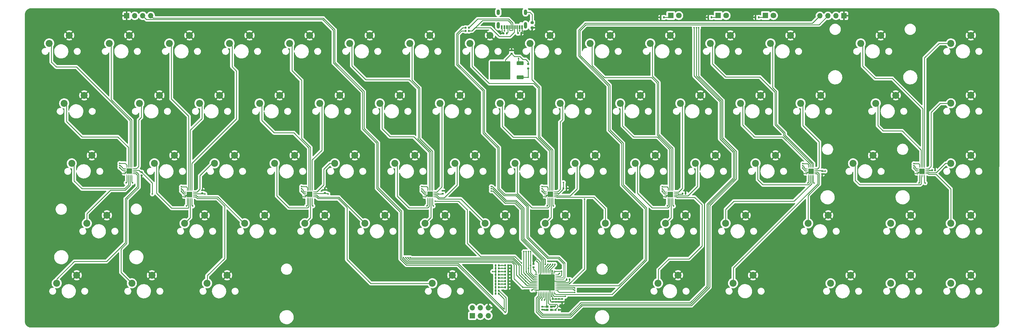
<source format=gbl>
%TF.GenerationSoftware,KiCad,Pcbnew,7.0.5*%
%TF.CreationDate,2023-07-12T18:10:06+02:00*%
%TF.ProjectId,keyboard,6b657962-6f61-4726-942e-6b696361645f,rev?*%
%TF.SameCoordinates,Original*%
%TF.FileFunction,Copper,L2,Bot*%
%TF.FilePolarity,Positive*%
%FSLAX46Y46*%
G04 Gerber Fmt 4.6, Leading zero omitted, Abs format (unit mm)*
G04 Created by KiCad (PCBNEW 7.0.5) date 2023-07-12 18:10:06*
%MOMM*%
%LPD*%
G01*
G04 APERTURE LIST*
G04 Aperture macros list*
%AMRoundRect*
0 Rectangle with rounded corners*
0 $1 Rounding radius*
0 $2 $3 $4 $5 $6 $7 $8 $9 X,Y pos of 4 corners*
0 Add a 4 corners polygon primitive as box body*
4,1,4,$2,$3,$4,$5,$6,$7,$8,$9,$2,$3,0*
0 Add four circle primitives for the rounded corners*
1,1,$1+$1,$2,$3*
1,1,$1+$1,$4,$5*
1,1,$1+$1,$6,$7*
1,1,$1+$1,$8,$9*
0 Add four rect primitives between the rounded corners*
20,1,$1+$1,$2,$3,$4,$5,0*
20,1,$1+$1,$4,$5,$6,$7,0*
20,1,$1+$1,$6,$7,$8,$9,0*
20,1,$1+$1,$8,$9,$2,$3,0*%
G04 Aperture macros list end*
%TA.AperFunction,ComponentPad*%
%ADD10C,2.200000*%
%TD*%
%TA.AperFunction,ComponentPad*%
%ADD11R,1.700000X1.700000*%
%TD*%
%TA.AperFunction,ComponentPad*%
%ADD12O,1.700000X1.700000*%
%TD*%
%TA.AperFunction,ComponentPad*%
%ADD13R,1.800000X1.800000*%
%TD*%
%TA.AperFunction,ComponentPad*%
%ADD14C,1.800000*%
%TD*%
%TA.AperFunction,SMDPad,CuDef*%
%ADD15RoundRect,0.150000X-0.200000X0.150000X-0.200000X-0.150000X0.200000X-0.150000X0.200000X0.150000X0*%
%TD*%
%TA.AperFunction,SMDPad,CuDef*%
%ADD16RoundRect,0.140000X-0.170000X0.140000X-0.170000X-0.140000X0.170000X-0.140000X0.170000X0.140000X0*%
%TD*%
%TA.AperFunction,SMDPad,CuDef*%
%ADD17RoundRect,0.135000X0.135000X0.185000X-0.135000X0.185000X-0.135000X-0.185000X0.135000X-0.185000X0*%
%TD*%
%TA.AperFunction,SMDPad,CuDef*%
%ADD18RoundRect,0.140000X0.140000X0.170000X-0.140000X0.170000X-0.140000X-0.170000X0.140000X-0.170000X0*%
%TD*%
%TA.AperFunction,SMDPad,CuDef*%
%ADD19RoundRect,0.140000X-0.140000X-0.170000X0.140000X-0.170000X0.140000X0.170000X-0.140000X0.170000X0*%
%TD*%
%TA.AperFunction,SMDPad,CuDef*%
%ADD20R,0.600000X1.240000*%
%TD*%
%TA.AperFunction,SMDPad,CuDef*%
%ADD21R,0.300000X1.240000*%
%TD*%
%TA.AperFunction,ComponentPad*%
%ADD22O,1.000000X1.800000*%
%TD*%
%TA.AperFunction,ComponentPad*%
%ADD23O,1.000000X2.100000*%
%TD*%
%TA.AperFunction,SMDPad,CuDef*%
%ADD24RoundRect,0.062500X0.350000X0.062500X-0.350000X0.062500X-0.350000X-0.062500X0.350000X-0.062500X0*%
%TD*%
%TA.AperFunction,SMDPad,CuDef*%
%ADD25RoundRect,0.062500X0.062500X0.350000X-0.062500X0.350000X-0.062500X-0.350000X0.062500X-0.350000X0*%
%TD*%
%TA.AperFunction,SMDPad,CuDef*%
%ADD26R,1.700000X1.700000*%
%TD*%
%TA.AperFunction,SMDPad,CuDef*%
%ADD27RoundRect,0.135000X-0.135000X-0.185000X0.135000X-0.185000X0.135000X0.185000X-0.135000X0.185000X0*%
%TD*%
%TA.AperFunction,SMDPad,CuDef*%
%ADD28RoundRect,0.140000X0.170000X-0.140000X0.170000X0.140000X-0.170000X0.140000X-0.170000X-0.140000X0*%
%TD*%
%TA.AperFunction,SMDPad,CuDef*%
%ADD29RoundRect,0.200000X-0.275000X0.200000X-0.275000X-0.200000X0.275000X-0.200000X0.275000X0.200000X0*%
%TD*%
%TA.AperFunction,SMDPad,CuDef*%
%ADD30RoundRect,0.135000X0.185000X-0.135000X0.185000X0.135000X-0.185000X0.135000X-0.185000X-0.135000X0*%
%TD*%
%TA.AperFunction,SMDPad,CuDef*%
%ADD31R,0.900000X0.800000*%
%TD*%
%TA.AperFunction,SMDPad,CuDef*%
%ADD32RoundRect,0.250000X0.850000X0.350000X-0.850000X0.350000X-0.850000X-0.350000X0.850000X-0.350000X0*%
%TD*%
%TA.AperFunction,SMDPad,CuDef*%
%ADD33RoundRect,0.250000X1.275000X1.125000X-1.275000X1.125000X-1.275000X-1.125000X1.275000X-1.125000X0*%
%TD*%
%TA.AperFunction,SMDPad,CuDef*%
%ADD34RoundRect,0.249997X2.950003X2.650003X-2.950003X2.650003X-2.950003X-2.650003X2.950003X-2.650003X0*%
%TD*%
%TA.AperFunction,SMDPad,CuDef*%
%ADD35RoundRect,0.135000X-0.185000X0.135000X-0.185000X-0.135000X0.185000X-0.135000X0.185000X0.135000X0*%
%TD*%
%TA.AperFunction,SMDPad,CuDef*%
%ADD36RoundRect,0.062500X0.475000X0.062500X-0.475000X0.062500X-0.475000X-0.062500X0.475000X-0.062500X0*%
%TD*%
%TA.AperFunction,SMDPad,CuDef*%
%ADD37RoundRect,0.062500X0.062500X0.475000X-0.062500X0.475000X-0.062500X-0.475000X0.062500X-0.475000X0*%
%TD*%
%TA.AperFunction,SMDPad,CuDef*%
%ADD38R,5.200000X5.200000*%
%TD*%
%TA.AperFunction,ViaPad*%
%ADD39C,0.500000*%
%TD*%
%TA.AperFunction,Conductor*%
%ADD40C,0.250000*%
%TD*%
%TA.AperFunction,Conductor*%
%ADD41C,0.200000*%
%TD*%
G04 APERTURE END LIST*
D10*
%TO.P,S48,1,1*%
%TO.N,/GND*%
X178641000Y-107720000D03*
%TO.P,S48,2,2*%
%TO.N,/KEY_47_N*%
X172291000Y-110260000D03*
%TD*%
%TO.P,S6,1,1*%
%TO.N,/GND*%
X135730000Y-50550000D03*
%TO.P,S6,2,2*%
%TO.N,/KEY_05_5*%
X129380000Y-53090000D03*
%TD*%
%TO.P,S21,1,1*%
%TO.N,/GND*%
X164305000Y-69600000D03*
%TO.P,S21,2,2*%
%TO.N,/KEY_20_Y*%
X157955000Y-72140000D03*
%TD*%
%TO.P,S31,1,1*%
%TO.N,/GND*%
X92865200Y-88670000D03*
%TO.P,S31,2,2*%
%TO.N,/KEY_30_S*%
X86515200Y-91210000D03*
%TD*%
%TO.P,S51,1,1*%
%TO.N,/GND*%
X235791000Y-107720000D03*
%TO.P,S51,2,2*%
%TO.N,/KEY_50_.*%
X229441000Y-110260000D03*
%TD*%
%TO.P,S20,1,1*%
%TO.N,/GND*%
X145255000Y-69600000D03*
%TO.P,S20,2,2*%
%TO.N,/KEY_19_T*%
X138905000Y-72140000D03*
%TD*%
D11*
%TO.P,J3,1,Pin_1*%
%TO.N,/GND*%
X58700000Y-44340000D03*
D12*
%TO.P,J3,2,Pin_2*%
%TO.N,/VCC*%
X61240000Y-44340000D03*
%TO.P,J3,3,Pin_3*%
%TO.N,/SCL*%
X63780000Y-44340000D03*
%TO.P,J3,4,Pin_4*%
%TO.N,/SDA*%
X66320000Y-44340000D03*
%TD*%
D13*
%TO.P,D1,1,K*%
%TO.N,Net-(D1-K)*%
X231125000Y-44250000D03*
D14*
%TO.P,D1,2,A*%
%TO.N,/LED_0*%
X233665000Y-44250000D03*
%TD*%
D13*
%TO.P,D2,1,K*%
%TO.N,Net-(D2-K)*%
X246125000Y-44250000D03*
D14*
%TO.P,D2,2,A*%
%TO.N,/LED_1*%
X248665000Y-44250000D03*
%TD*%
D10*
%TO.P,S65,1,1*%
%TO.N,/GND*%
X288115000Y-126770000D03*
%TO.P,S65,2,2*%
%TO.N,/KEY_64_ARR_LEFT*%
X281765000Y-129310000D03*
%TD*%
%TO.P,S2,1,1*%
%TO.N,/GND*%
X59530000Y-50550000D03*
%TO.P,S2,2,2*%
%TO.N,/KEY_01_1*%
X53180000Y-53090000D03*
%TD*%
%TO.P,S26,1,1*%
%TO.N,/GND*%
X259555000Y-69600000D03*
%TO.P,S26,2,2*%
%TO.N,/KEY_25_{*%
X253205000Y-72140000D03*
%TD*%
%TO.P,S64,1,1*%
%TO.N,/GND*%
X307165000Y-107720000D03*
%TO.P,S64,2,2*%
%TO.N,/KEY_63_ARR_UP*%
X300815000Y-110260000D03*
%TD*%
%TO.P,S12,1,1*%
%TO.N,/GND*%
X250030000Y-50550000D03*
%TO.P,S12,2,2*%
%TO.N,/KEY_11_-*%
X243680000Y-53090000D03*
%TD*%
%TO.P,S27,1,1*%
%TO.N,/GND*%
X278605000Y-69590000D03*
%TO.P,S27,2,2*%
%TO.N,/KEY_26_}*%
X272255000Y-72130000D03*
%TD*%
%TO.P,S57,1,1*%
%TO.N,/GND*%
X161910000Y-126770000D03*
%TO.P,S57,2,2*%
%TO.N,/KEY_56_SPACE*%
X155560000Y-129310000D03*
%TD*%
D11*
%TO.P,J2,1,Pin_1*%
%TO.N,/MISO*%
X168235000Y-139615000D03*
D12*
%TO.P,J2,2,Pin_2*%
%TO.N,/VCC*%
X168235000Y-137075000D03*
%TO.P,J2,3,Pin_3*%
%TO.N,/SCL*%
X170775000Y-139615000D03*
%TO.P,J2,4,Pin_4*%
%TO.N,/MOSI*%
X170775000Y-137075000D03*
%TO.P,J2,5,Pin_5*%
%TO.N,/RESET*%
X173315000Y-139615000D03*
%TO.P,J2,6,Pin_6*%
%TO.N,/GND*%
X173315000Y-137075000D03*
%TD*%
D10*
%TO.P,S46,1,1*%
%TO.N,/GND*%
X140541000Y-107720000D03*
%TO.P,S46,2,2*%
%TO.N,/KEY_45_V*%
X134191000Y-110260000D03*
%TD*%
D13*
%TO.P,D3,1,K*%
%TO.N,Net-(D3-K)*%
X261125000Y-44250000D03*
D14*
%TO.P,D3,2,A*%
%TO.N,/LED_2*%
X263665000Y-44250000D03*
%TD*%
D10*
%TO.P,S18,1,1*%
%TO.N,/GND*%
X107155000Y-69600000D03*
%TO.P,S18,2,2*%
%TO.N,/KEY_17_E*%
X100805000Y-72140000D03*
%TD*%
%TO.P,S43,1,1*%
%TO.N,/GND*%
X83391000Y-107720000D03*
%TO.P,S43,2,2*%
%TO.N,/KEY_42_Z*%
X77041000Y-110260000D03*
%TD*%
%TO.P,S54,1,1*%
%TO.N,/GND*%
X42860000Y-126770000D03*
%TO.P,S54,2,2*%
%TO.N,/KEY_53_LCTRL*%
X36510000Y-129310000D03*
%TD*%
%TO.P,S47,1,1*%
%TO.N,/GND*%
X159591000Y-107720000D03*
%TO.P,S47,2,2*%
%TO.N,/KEY_46_B*%
X153241000Y-110260000D03*
%TD*%
%TO.P,S59,1,1*%
%TO.N,/GND*%
X257200000Y-126760000D03*
%TO.P,S59,2,2*%
%TO.N,/KEY_58_RFN*%
X250850000Y-129300000D03*
%TD*%
%TO.P,S63,1,1*%
%TO.N,/GND*%
X326215000Y-107720000D03*
%TO.P,S63,2,2*%
%TO.N,/KEY_62_END*%
X319865000Y-110260000D03*
%TD*%
%TO.P,S62,1,1*%
%TO.N,/GND*%
X326215000Y-88670000D03*
%TO.P,S62,2,2*%
%TO.N,/KEY_61_HOME*%
X319865000Y-91210000D03*
%TD*%
%TO.P,S9,1,1*%
%TO.N,/GND*%
X192870000Y-50550000D03*
%TO.P,S9,2,2*%
%TO.N,/KEY_08_8*%
X186520000Y-53090000D03*
%TD*%
D11*
%TO.P,J4,1,Pin_1*%
%TO.N,/GND*%
X286000000Y-44335000D03*
D12*
%TO.P,J4,2,Pin_2*%
%TO.N,/VCC*%
X283460000Y-44335000D03*
%TO.P,J4,3,Pin_3*%
%TO.N,/VNOB_B*%
X280920000Y-44335000D03*
%TO.P,J4,4,Pin_4*%
%TO.N,/VNOB_A*%
X278380000Y-44335000D03*
%TD*%
D10*
%TO.P,S40,1,1*%
%TO.N,/GND*%
X264315200Y-88670000D03*
%TO.P,S40,2,2*%
%TO.N,/KEY_39_'*%
X257965200Y-91210000D03*
%TD*%
%TO.P,S14,1,1*%
%TO.N,/GND*%
X297655000Y-50550000D03*
%TO.P,S14,2,2*%
%TO.N,/KEY_13_BS*%
X291305000Y-53090000D03*
%TD*%
%TO.P,S34,1,1*%
%TO.N,/GND*%
X150015200Y-88670000D03*
%TO.P,S34,2,2*%
%TO.N,/KEY_33_G*%
X143665200Y-91210000D03*
%TD*%
%TO.P,S19,1,1*%
%TO.N,/GND*%
X126205000Y-69600000D03*
%TO.P,S19,2,2*%
%TO.N,/KEY_18_R*%
X119855000Y-72140000D03*
%TD*%
%TO.P,S25,1,1*%
%TO.N,/GND*%
X240505000Y-69600000D03*
%TO.P,S25,2,2*%
%TO.N,/KEY_24_P*%
X234155000Y-72140000D03*
%TD*%
%TO.P,S30,1,1*%
%TO.N,/GND*%
X73815200Y-88670000D03*
%TO.P,S30,2,2*%
%TO.N,/KEY_29_A*%
X67465200Y-91210000D03*
%TD*%
%TO.P,S23,1,1*%
%TO.N,/GND*%
X202405000Y-69600000D03*
%TO.P,S23,2,2*%
%TO.N,/KEY_22_I*%
X196055000Y-72140000D03*
%TD*%
%TO.P,S58,1,1*%
%TO.N,/GND*%
X233410000Y-126760000D03*
%TO.P,S58,2,2*%
%TO.N,/KEY_57_RALT*%
X227060000Y-129300000D03*
%TD*%
%TO.P,S5,1,1*%
%TO.N,/GND*%
X116680000Y-50550000D03*
%TO.P,S5,2,2*%
%TO.N,/KEY_04_4*%
X110330000Y-53090000D03*
%TD*%
%TO.P,S42,1,1*%
%TO.N,/GND*%
X52390000Y-107720000D03*
%TO.P,S42,2,2*%
%TO.N,/KEY_41_LSHIFT*%
X46040000Y-110260000D03*
%TD*%
%TO.P,S37,1,1*%
%TO.N,/GND*%
X207165200Y-88670000D03*
%TO.P,S37,2,2*%
%TO.N,/KEY_36_K*%
X200815200Y-91210000D03*
%TD*%
%TO.P,S17,1,1*%
%TO.N,/GND*%
X88105000Y-69600000D03*
%TO.P,S17,2,2*%
%TO.N,/KEY_16_W*%
X81755000Y-72140000D03*
%TD*%
%TO.P,S60,1,1*%
%TO.N,/GND*%
X326230000Y-50550000D03*
%TO.P,S60,2,2*%
%TO.N,/KEY_59_PtrScr*%
X319880000Y-53090000D03*
%TD*%
%TO.P,S36,1,1*%
%TO.N,/GND*%
X188115200Y-88670000D03*
%TO.P,S36,2,2*%
%TO.N,/KEY_35_J*%
X181765200Y-91210000D03*
%TD*%
%TO.P,S49,1,1*%
%TO.N,/GND*%
X197691000Y-107720000D03*
%TO.P,S49,2,2*%
%TO.N,/KEY_48_M*%
X191341000Y-110260000D03*
%TD*%
%TO.P,S3,1,1*%
%TO.N,/GND*%
X78580000Y-50550000D03*
%TO.P,S3,2,2*%
%TO.N,/KEY_02_2*%
X72230000Y-53090000D03*
%TD*%
%TO.P,S11,1,1*%
%TO.N,/GND*%
X230980000Y-50550000D03*
%TO.P,S11,2,2*%
%TO.N,/KEY_10_0*%
X224630000Y-53090000D03*
%TD*%
%TO.P,S7,1,1*%
%TO.N,/GND*%
X154780000Y-50550000D03*
%TO.P,S7,2,2*%
%TO.N,/KEY_06_6*%
X148430000Y-53090000D03*
%TD*%
%TO.P,S45,1,1*%
%TO.N,/GND*%
X121491000Y-107720000D03*
%TO.P,S45,2,2*%
%TO.N,/KEY_44_C*%
X115141000Y-110260000D03*
%TD*%
%TO.P,S44,1,1*%
%TO.N,/GND*%
X102441000Y-107720000D03*
%TO.P,S44,2,2*%
%TO.N,/KEY_43_X*%
X96091000Y-110260000D03*
%TD*%
%TO.P,S38,1,1*%
%TO.N,/GND*%
X226215200Y-88670000D03*
%TO.P,S38,2,2*%
%TO.N,/KEY_37_L*%
X219865200Y-91210000D03*
%TD*%
%TO.P,S1,1,1*%
%TO.N,/GND*%
X40480000Y-50550000D03*
%TO.P,S1,2,2*%
%TO.N,/KEY_00_~*%
X34130000Y-53090000D03*
%TD*%
%TO.P,S67,1,1*%
%TO.N,/GND*%
X326215000Y-126770000D03*
%TO.P,S67,2,2*%
%TO.N,/KEY_66_ARR_RIGHT*%
X319865000Y-129310000D03*
%TD*%
%TO.P,S15,1,1*%
%TO.N,/GND*%
X45240000Y-69610000D03*
%TO.P,S15,2,2*%
%TO.N,/KEY_14_TAB*%
X38890000Y-72150000D03*
%TD*%
%TO.P,S39,1,1*%
%TO.N,/GND*%
X245265200Y-88670000D03*
%TO.P,S39,2,2*%
%TO.N,/KEY_38_;*%
X238915200Y-91210000D03*
%TD*%
%TO.P,S50,1,1*%
%TO.N,/GND*%
X216741000Y-107720000D03*
%TO.P,S50,2,2*%
%TO.N,/KEY_49_\u002C*%
X210391000Y-110260000D03*
%TD*%
%TO.P,S33,1,1*%
%TO.N,/GND*%
X130965200Y-88670000D03*
%TO.P,S33,2,2*%
%TO.N,/KEY_32_F*%
X124615200Y-91210000D03*
%TD*%
%TO.P,S61,1,1*%
%TO.N,/GND*%
X326225000Y-69580000D03*
%TO.P,S61,2,2*%
%TO.N,/KEY_60_DEL*%
X319875000Y-72120000D03*
%TD*%
%TO.P,S16,1,1*%
%TO.N,/GND*%
X69055000Y-69600000D03*
%TO.P,S16,2,2*%
%TO.N,/KEY_15_Q*%
X62705000Y-72140000D03*
%TD*%
%TO.P,S10,1,1*%
%TO.N,/GND*%
X211930000Y-50550000D03*
%TO.P,S10,2,2*%
%TO.N,/KEY_09_9*%
X205580000Y-53090000D03*
%TD*%
%TO.P,S55,1,1*%
%TO.N,/GND*%
X66670000Y-126770000D03*
%TO.P,S55,2,2*%
%TO.N,/KEY_54_LWIN*%
X60320000Y-129310000D03*
%TD*%
%TO.P,S22,1,1*%
%TO.N,/GND*%
X183355000Y-69600000D03*
%TO.P,S22,2,2*%
%TO.N,/KEY_21_U*%
X177005000Y-72140000D03*
%TD*%
%TO.P,S4,1,1*%
%TO.N,/GND*%
X97630000Y-50550000D03*
%TO.P,S4,2,2*%
%TO.N,/KEY_03_3*%
X91280000Y-53090000D03*
%TD*%
%TO.P,S35,1,1*%
%TO.N,/GND*%
X169065200Y-88670000D03*
%TO.P,S35,2,2*%
%TO.N,/KEY_34_H*%
X162715200Y-91210000D03*
%TD*%
%TO.P,S24,1,1*%
%TO.N,/GND*%
X221455000Y-69600000D03*
%TO.P,S24,2,2*%
%TO.N,/KEY_23_O*%
X215105000Y-72140000D03*
%TD*%
%TO.P,S29,1,1*%
%TO.N,/GND*%
X47625000Y-88670000D03*
%TO.P,S29,2,2*%
%TO.N,/KEY_28_CL*%
X41275000Y-91210000D03*
%TD*%
%TO.P,S52,1,1*%
%TO.N,/GND*%
X254841000Y-107720000D03*
%TO.P,S52,2,2*%
%TO.N,/KEY_51_?*%
X248491000Y-110260000D03*
%TD*%
%TO.P,S28,1,1*%
%TO.N,/GND*%
X302415000Y-69590000D03*
%TO.P,S28,2,2*%
%TO.N,/KEY_27_\u005C*%
X296065000Y-72130000D03*
%TD*%
%TO.P,S66,1,1*%
%TO.N,/GND*%
X307165000Y-126770000D03*
%TO.P,S66,2,2*%
%TO.N,/KEY_65_ARR_DOWN*%
X300815000Y-129310000D03*
%TD*%
%TO.P,S56,1,1*%
%TO.N,/GND*%
X90510000Y-126770000D03*
%TO.P,S56,2,2*%
%TO.N,/KEY_55_LALT*%
X84160000Y-129310000D03*
%TD*%
%TO.P,S32,1,1*%
%TO.N,/GND*%
X111915200Y-88670000D03*
%TO.P,S32,2,2*%
%TO.N,/KEY_31_D*%
X105565200Y-91210000D03*
%TD*%
%TO.P,S13,1,1*%
%TO.N,/GND*%
X269080000Y-50550000D03*
%TO.P,S13,2,2*%
%TO.N,/KEY_12_=*%
X262730000Y-53090000D03*
%TD*%
%TO.P,S53,1,1*%
%TO.N,/GND*%
X281003000Y-107720000D03*
%TO.P,S53,2,2*%
%TO.N,/KEY_52_RSHIFT*%
X274653000Y-110260000D03*
%TD*%
%TO.P,S41,1,1*%
%TO.N,/GND*%
X295252400Y-88680200D03*
%TO.P,S41,2,2*%
%TO.N,/KEY_40_ENTER*%
X288902400Y-91220200D03*
%TD*%
%TO.P,S8,1,1*%
%TO.N,/GND*%
X173830000Y-50550000D03*
%TO.P,S8,2,2*%
%TO.N,/KEY_07_7*%
X167480000Y-53090000D03*
%TD*%
D15*
%TO.P,D4,1,K*%
%TO.N,/VCC*%
X185900000Y-61050000D03*
%TO.P,D4,2,A*%
%TO.N,Net-(D4-A)*%
X185900000Y-59650000D03*
%TD*%
D16*
%TO.P,C5,1*%
%TO.N,/VCC*%
X194700000Y-134270000D03*
%TO.P,C5,2*%
%TO.N,/GND*%
X194700000Y-135230000D03*
%TD*%
D17*
%TO.P,R8,1*%
%TO.N,Net-(J1-D+-PadA6)*%
X167110000Y-49140000D03*
%TO.P,R8,2*%
%TO.N,/USB_D+*%
X166090000Y-49140000D03*
%TD*%
D18*
%TO.P,C17,1*%
%TO.N,/GND*%
X179580000Y-129600000D03*
%TO.P,C17,2*%
%TO.N,/SEG1*%
X178620000Y-129600000D03*
%TD*%
D19*
%TO.P,C15,1*%
%TO.N,/VCC*%
X313940000Y-93450000D03*
%TO.P,C15,2*%
%TO.N,/GND*%
X314900000Y-93450000D03*
%TD*%
D20*
%TO.P,J1,A1,GND*%
%TO.N,/GND*%
X177580000Y-47985000D03*
%TO.P,J1,A4,VBUS*%
%TO.N,/POWER_IN*%
X178380000Y-47985000D03*
D21*
%TO.P,J1,A5,CC1*%
%TO.N,Net-(J1-CC1)*%
X179530000Y-47985000D03*
%TO.P,J1,A6,D+*%
%TO.N,Net-(J1-D+-PadA6)*%
X180530000Y-47985000D03*
%TO.P,J1,A7,D-*%
%TO.N,Net-(J1-D--PadA7)*%
X181030000Y-47985000D03*
%TO.P,J1,A8,SBU1*%
%TO.N,unconnected-(J1-SBU1-PadA8)*%
X182030000Y-47985000D03*
D20*
%TO.P,J1,A9,VBUS*%
%TO.N,/POWER_IN*%
X183180000Y-47985000D03*
%TO.P,J1,A12,GND*%
%TO.N,/GND*%
X183980000Y-47985000D03*
%TO.P,J1,B1,GND*%
X183980000Y-47985000D03*
%TO.P,J1,B4,VBUS*%
%TO.N,/POWER_IN*%
X183180000Y-47985000D03*
D21*
%TO.P,J1,B5,CC2*%
%TO.N,Net-(J1-CC2)*%
X182530000Y-47985000D03*
%TO.P,J1,B6,D+*%
%TO.N,Net-(J1-D+-PadA6)*%
X181530000Y-47985000D03*
%TO.P,J1,B7,D-*%
%TO.N,Net-(J1-D--PadA7)*%
X180030000Y-47985000D03*
%TO.P,J1,B8,SBU2*%
%TO.N,unconnected-(J1-SBU2-PadB8)*%
X179030000Y-47985000D03*
D20*
%TO.P,J1,B9,VBUS*%
%TO.N,/POWER_IN*%
X178380000Y-47985000D03*
%TO.P,J1,B12,GND*%
%TO.N,/GND*%
X177580000Y-47985000D03*
D22*
%TO.P,J1,S1,SHIELD*%
%TO.N,Net-(J1-SHIELD)*%
X176460000Y-43185000D03*
D23*
X176460000Y-47385000D03*
D22*
X185100000Y-43185000D03*
D23*
X185100000Y-47385000D03*
%TD*%
D24*
%TO.P,MUX6,1,Y2*%
%TO.N,/KEY_24_P*%
X232462500Y-100340000D03*
%TO.P,MUX6,2,VCC*%
%TO.N,/VCC*%
X232462500Y-100840000D03*
%TO.P,MUX6,3,Y4*%
%TO.N,/KEY_38_;*%
X232462500Y-101340000D03*
%TO.P,MUX6,4,Y6*%
%TO.N,/KEY_57_RALT*%
X232462500Y-101840000D03*
D25*
%TO.P,MUX6,5,Z*%
%TO.N,/SEG5*%
X231750000Y-102552500D03*
%TO.P,MUX6,6,Y7*%
%TO.N,/KEY_50_.*%
X231250000Y-102552500D03*
%TO.P,MUX6,7,Y5*%
%TO.N,/KEY_37_L*%
X230750000Y-102552500D03*
%TO.P,MUX6,8,NE*%
%TO.N,/BOARD_EN*%
X230250000Y-102552500D03*
D24*
%TO.P,MUX6,9,VEE*%
%TO.N,/GND*%
X229537500Y-101840000D03*
%TO.P,MUX6,10,GND*%
X229537500Y-101340000D03*
%TO.P,MUX6,11,S2*%
%TO.N,/ADDR_A2*%
X229537500Y-100840000D03*
%TO.P,MUX6,12,S1*%
%TO.N,/ADDR_A1*%
X229537500Y-100340000D03*
D25*
%TO.P,MUX6,13,S0*%
%TO.N,/ADDR_A0*%
X230250000Y-99627500D03*
%TO.P,MUX6,14,Y3*%
%TO.N,/KEY_23_O*%
X230750000Y-99627500D03*
%TO.P,MUX6,15,Y0*%
%TO.N,/KEY_09_9*%
X231250000Y-99627500D03*
%TO.P,MUX6,16,Y1*%
%TO.N,/KEY_10_0*%
X231750000Y-99627500D03*
D26*
%TO.P,MUX6,17,GND_PAD*%
%TO.N,/GND*%
X231000000Y-101090000D03*
%TD*%
D27*
%TO.P,R18,1*%
%TO.N,/VCC*%
X175590000Y-123600000D03*
%TO.P,R18,2*%
%TO.N,/SEG7*%
X176610000Y-123600000D03*
%TD*%
D28*
%TO.P,C9,1*%
%TO.N,/VCC*%
X82620000Y-100700000D03*
%TO.P,C9,2*%
%TO.N,/GND*%
X82620000Y-99740000D03*
%TD*%
D27*
%TO.P,R15,1*%
%TO.N,/VCC*%
X175590000Y-126600000D03*
%TO.P,R15,2*%
%TO.N,/SEG4*%
X176610000Y-126600000D03*
%TD*%
D29*
%TO.P,R6,1*%
%TO.N,Net-(J1-SHIELD)*%
X187170000Y-46480000D03*
%TO.P,R6,2*%
%TO.N,/GND*%
X187170000Y-48130000D03*
%TD*%
D27*
%TO.P,R20,1*%
%TO.N,/VCC*%
X175590000Y-132650000D03*
%TO.P,R20,2*%
%TO.N,/SDA*%
X176610000Y-132650000D03*
%TD*%
D28*
%TO.P,C10,1*%
%TO.N,/VCC*%
X121510000Y-100650000D03*
%TO.P,C10,2*%
%TO.N,/GND*%
X121510000Y-99690000D03*
%TD*%
D18*
%TO.P,C22,1*%
%TO.N,/GND*%
X179580000Y-124600000D03*
%TO.P,C22,2*%
%TO.N,/SEG6*%
X178620000Y-124600000D03*
%TD*%
D24*
%TO.P,MUX3,1,Y2*%
%TO.N,/KEY_32_F*%
X118162500Y-100300000D03*
%TO.P,MUX3,2,VCC*%
%TO.N,/VCC*%
X118162500Y-100800000D03*
%TO.P,MUX3,3,Y4*%
%TO.N,/KEY_45_V*%
X118162500Y-101300000D03*
%TO.P,MUX3,4,Y6*%
%TO.N,/KEY_56_SPACE*%
X118162500Y-101800000D03*
D25*
%TO.P,MUX3,5,Z*%
%TO.N,/SEG2*%
X117450000Y-102512500D03*
%TO.P,MUX3,6,Y7*%
%TO.N,/KEY_44_C*%
X116950000Y-102512500D03*
%TO.P,MUX3,7,Y5*%
%TO.N,/KEY_31_D*%
X116450000Y-102512500D03*
%TO.P,MUX3,8,NE*%
%TO.N,/BOARD_EN*%
X115950000Y-102512500D03*
D24*
%TO.P,MUX3,9,VEE*%
%TO.N,/GND*%
X115237500Y-101800000D03*
%TO.P,MUX3,10,GND*%
X115237500Y-101300000D03*
%TO.P,MUX3,11,S2*%
%TO.N,/ADDR_A2*%
X115237500Y-100800000D03*
%TO.P,MUX3,12,S1*%
%TO.N,/ADDR_A1*%
X115237500Y-100300000D03*
D25*
%TO.P,MUX3,13,S0*%
%TO.N,/ADDR_A0*%
X115950000Y-99587500D03*
%TO.P,MUX3,14,Y3*%
%TO.N,/KEY_17_E*%
X116450000Y-99587500D03*
%TO.P,MUX3,15,Y0*%
%TO.N,/KEY_04_4*%
X116950000Y-99587500D03*
%TO.P,MUX3,16,Y1*%
%TO.N,/KEY_18_R*%
X117450000Y-99587500D03*
D26*
%TO.P,MUX3,17,GND_PAD*%
%TO.N,/GND*%
X116700000Y-101050000D03*
%TD*%
D16*
%TO.P,C2,1*%
%TO.N,Net-(U1-XTAL1)*%
X190430000Y-136770000D03*
%TO.P,C2,2*%
%TO.N,/GND*%
X190430000Y-137730000D03*
%TD*%
D30*
%TO.P,R9,1*%
%TO.N,Net-(U1-~{HWB}{slash}PE2)*%
X187650000Y-124272500D03*
%TO.P,R9,2*%
%TO.N,/GND*%
X187650000Y-123252500D03*
%TD*%
D24*
%TO.P,MUX1,1,Y2*%
%TO.N,/KEY_15_Q*%
X60962500Y-92950000D03*
%TO.P,MUX1,2,VCC*%
%TO.N,/VCC*%
X60962500Y-93450000D03*
%TO.P,MUX1,3,Y4*%
%TO.N,/KEY_54_LWIN*%
X60962500Y-93950000D03*
%TO.P,MUX1,4,Y6*%
%TO.N,/KEY_53_LCTRL*%
X60962500Y-94450000D03*
D25*
%TO.P,MUX1,5,Z*%
%TO.N,/SEG0*%
X60250000Y-95162500D03*
%TO.P,MUX1,6,Y7*%
%TO.N,/KEY_41_LSHIFT*%
X59750000Y-95162500D03*
%TO.P,MUX1,7,Y5*%
%TO.N,/KEY_28_CL*%
X59250000Y-95162500D03*
%TO.P,MUX1,8,NE*%
%TO.N,/BOARD_EN*%
X58750000Y-95162500D03*
D24*
%TO.P,MUX1,9,VEE*%
%TO.N,/GND*%
X58037500Y-94450000D03*
%TO.P,MUX1,10,GND*%
X58037500Y-93950000D03*
%TO.P,MUX1,11,S2*%
%TO.N,/ADDR_A2*%
X58037500Y-93450000D03*
%TO.P,MUX1,12,S1*%
%TO.N,/ADDR_A1*%
X58037500Y-92950000D03*
D25*
%TO.P,MUX1,13,S0*%
%TO.N,/ADDR_A0*%
X58750000Y-92237500D03*
%TO.P,MUX1,14,Y3*%
%TO.N,/KEY_14_TAB*%
X59250000Y-92237500D03*
%TO.P,MUX1,15,Y0*%
%TO.N,/KEY_00_~*%
X59750000Y-92237500D03*
%TO.P,MUX1,16,Y1*%
%TO.N,/KEY_01_1*%
X60250000Y-92237500D03*
D26*
%TO.P,MUX1,17,GND_PAD*%
%TO.N,/GND*%
X59500000Y-93700000D03*
%TD*%
D17*
%TO.P,R7,1*%
%TO.N,Net-(J1-D--PadA7)*%
X167110000Y-48150000D03*
%TO.P,R7,2*%
%TO.N,/USB_D-*%
X166090000Y-48150000D03*
%TD*%
D18*
%TO.P,C1,1*%
%TO.N,Net-(U1-UCAP)*%
X199080000Y-128150000D03*
%TO.P,C1,2*%
%TO.N,/GND*%
X198120000Y-128150000D03*
%TD*%
D27*
%TO.P,R13,1*%
%TO.N,/VCC*%
X175590000Y-128600000D03*
%TO.P,R13,2*%
%TO.N,/SEG2*%
X176610000Y-128600000D03*
%TD*%
%TO.P,R5,1*%
%TO.N,/GND*%
X257990000Y-44850000D03*
%TO.P,R5,2*%
%TO.N,Net-(D3-K)*%
X259010000Y-44850000D03*
%TD*%
D17*
%TO.P,R2,1*%
%TO.N,Net-(J1-CC1)*%
X179140000Y-49870000D03*
%TO.P,R2,2*%
%TO.N,/GND*%
X178120000Y-49870000D03*
%TD*%
D16*
%TO.P,C8,1*%
%TO.N,/VCC*%
X63380000Y-94050000D03*
%TO.P,C8,2*%
%TO.N,/GND*%
X63380000Y-95010000D03*
%TD*%
D31*
%TO.P,Y1,1,1*%
%TO.N,Net-(U1-XTAL1)*%
X191900000Y-136750000D03*
%TO.P,Y1,2,2*%
%TO.N,/GND*%
X193300000Y-136750000D03*
%TO.P,Y1,3,3*%
%TO.N,Net-(U1-XTAL2)*%
X193300000Y-137750000D03*
%TO.P,Y1,4,4*%
%TO.N,/GND*%
X191900000Y-137750000D03*
%TD*%
D27*
%TO.P,R17,1*%
%TO.N,/VCC*%
X175590000Y-124600000D03*
%TO.P,R17,2*%
%TO.N,/SEG6*%
X176610000Y-124600000D03*
%TD*%
D18*
%TO.P,C16,1*%
%TO.N,/GND*%
X179580000Y-130600000D03*
%TO.P,C16,2*%
%TO.N,/SEG0*%
X178620000Y-130600000D03*
%TD*%
D27*
%TO.P,R16,1*%
%TO.N,/VCC*%
X175590000Y-125600000D03*
%TO.P,R16,2*%
%TO.N,/SEG5*%
X176610000Y-125600000D03*
%TD*%
D32*
%TO.P,Q1,1,D*%
%TO.N,/POWER_IN*%
X183375000Y-59345000D03*
D33*
%TO.P,Q1,2,G*%
%TO.N,Net-(D4-A)*%
X178750000Y-63150000D03*
X178750000Y-60100000D03*
D34*
X177075000Y-61625000D03*
D33*
X175400000Y-63150000D03*
X175400000Y-60100000D03*
D32*
%TO.P,Q1,3,S*%
%TO.N,/VCC*%
X183375000Y-63905000D03*
%TD*%
D35*
%TO.P,R10,1*%
%TO.N,/GND*%
X180650000Y-55340000D03*
%TO.P,R10,2*%
%TO.N,Net-(D4-A)*%
X180650000Y-56360000D03*
%TD*%
D16*
%TO.P,C14,1*%
%TO.N,/VCC*%
X279100000Y-93630000D03*
%TO.P,C14,2*%
%TO.N,/GND*%
X279100000Y-94590000D03*
%TD*%
D18*
%TO.P,C23,1*%
%TO.N,/GND*%
X179580000Y-123600000D03*
%TO.P,C23,2*%
%TO.N,/SEG7*%
X178620000Y-123600000D03*
%TD*%
D19*
%TO.P,C13,1*%
%TO.N,/VCC*%
X234820000Y-100850000D03*
%TO.P,C13,2*%
%TO.N,/GND*%
X235780000Y-100850000D03*
%TD*%
D27*
%TO.P,R12,1*%
%TO.N,/VCC*%
X175590000Y-129600000D03*
%TO.P,R12,2*%
%TO.N,/SEG1*%
X176610000Y-129600000D03*
%TD*%
D18*
%TO.P,C21,1*%
%TO.N,/GND*%
X179580000Y-125600000D03*
%TO.P,C21,2*%
%TO.N,/SEG5*%
X178620000Y-125600000D03*
%TD*%
D24*
%TO.P,MUX7,1,Y2*%
%TO.N,/KEY_26_}*%
X277012500Y-92970000D03*
%TO.P,MUX7,2,VCC*%
%TO.N,/VCC*%
X277012500Y-93470000D03*
%TO.P,MUX7,3,Y4*%
%TO.N,/KEY_52_RSHIFT*%
X277012500Y-93970000D03*
%TO.P,MUX7,4,Y6*%
%TO.N,/KEY_58_RFN*%
X277012500Y-94470000D03*
D25*
%TO.P,MUX7,5,Z*%
%TO.N,/SEG6*%
X276300000Y-95182500D03*
%TO.P,MUX7,6,Y7*%
%TO.N,/KEY_51_?*%
X275800000Y-95182500D03*
%TO.P,MUX7,7,Y5*%
%TO.N,/KEY_39_'*%
X275300000Y-95182500D03*
%TO.P,MUX7,8,NE*%
%TO.N,/BOARD_EN*%
X274800000Y-95182500D03*
D24*
%TO.P,MUX7,9,VEE*%
%TO.N,/GND*%
X274087500Y-94470000D03*
%TO.P,MUX7,10,GND*%
X274087500Y-93970000D03*
%TO.P,MUX7,11,S2*%
%TO.N,/ADDR_A2*%
X274087500Y-93470000D03*
%TO.P,MUX7,12,S1*%
%TO.N,/ADDR_A1*%
X274087500Y-92970000D03*
D25*
%TO.P,MUX7,13,S0*%
%TO.N,/ADDR_A0*%
X274800000Y-92257500D03*
%TO.P,MUX7,14,Y3*%
%TO.N,/KEY_25_{*%
X275300000Y-92257500D03*
%TO.P,MUX7,15,Y0*%
%TO.N,/KEY_11_-*%
X275800000Y-92257500D03*
%TO.P,MUX7,16,Y1*%
%TO.N,/KEY_12_=*%
X276300000Y-92257500D03*
D26*
%TO.P,MUX7,17,GND_PAD*%
%TO.N,/GND*%
X275550000Y-93720000D03*
%TD*%
D27*
%TO.P,R3,1*%
%TO.N,/GND*%
X227890000Y-44850000D03*
%TO.P,R3,2*%
%TO.N,Net-(D1-K)*%
X228910000Y-44850000D03*
%TD*%
D19*
%TO.P,C12,1*%
%TO.N,/VCC*%
X197090000Y-99200000D03*
%TO.P,C12,2*%
%TO.N,/GND*%
X198050000Y-99200000D03*
%TD*%
D27*
%TO.P,R11,1*%
%TO.N,/VCC*%
X175590000Y-130600000D03*
%TO.P,R11,2*%
%TO.N,/SEG0*%
X176610000Y-130600000D03*
%TD*%
D18*
%TO.P,C20,1*%
%TO.N,/GND*%
X179580000Y-126600000D03*
%TO.P,C20,2*%
%TO.N,/SEG4*%
X178620000Y-126600000D03*
%TD*%
D24*
%TO.P,MUX4,1,Y2*%
%TO.N,/KEY_20_Y*%
X156287500Y-100325000D03*
%TO.P,MUX4,2,VCC*%
%TO.N,/VCC*%
X156287500Y-100825000D03*
%TO.P,MUX4,3,Y4*%
%TO.N,/KEY_34_H*%
X156287500Y-101325000D03*
%TO.P,MUX4,4,Y6*%
%TO.N,/KEY_47_N*%
X156287500Y-101825000D03*
D25*
%TO.P,MUX4,5,Z*%
%TO.N,/SEG3*%
X155575000Y-102537500D03*
%TO.P,MUX4,6,Y7*%
%TO.N,/KEY_46_B*%
X155075000Y-102537500D03*
%TO.P,MUX4,7,Y5*%
%TO.N,/KEY_33_G*%
X154575000Y-102537500D03*
%TO.P,MUX4,8,NE*%
%TO.N,/BOARD_EN*%
X154075000Y-102537500D03*
D24*
%TO.P,MUX4,9,VEE*%
%TO.N,/GND*%
X153362500Y-101825000D03*
%TO.P,MUX4,10,GND*%
X153362500Y-101325000D03*
%TO.P,MUX4,11,S2*%
%TO.N,/ADDR_A2*%
X153362500Y-100825000D03*
%TO.P,MUX4,12,S1*%
%TO.N,/ADDR_A1*%
X153362500Y-100325000D03*
D25*
%TO.P,MUX4,13,S0*%
%TO.N,/ADDR_A0*%
X154075000Y-99612500D03*
%TO.P,MUX4,14,Y3*%
%TO.N,/KEY_19_T*%
X154575000Y-99612500D03*
%TO.P,MUX4,15,Y0*%
%TO.N,/KEY_05_5*%
X155075000Y-99612500D03*
%TO.P,MUX4,16,Y1*%
%TO.N,/KEY_06_6*%
X155575000Y-99612500D03*
D26*
%TO.P,MUX4,17,GND_PAD*%
%TO.N,/GND*%
X154825000Y-101075000D03*
%TD*%
D27*
%TO.P,R19,1*%
%TO.N,/VCC*%
X175590000Y-131650000D03*
%TO.P,R19,2*%
%TO.N,/SCL*%
X176610000Y-131650000D03*
%TD*%
D24*
%TO.P,MUX2,1,Y2*%
%TO.N,/KEY_30_S*%
X80062500Y-100350000D03*
%TO.P,MUX2,2,VCC*%
%TO.N,/VCC*%
X80062500Y-100850000D03*
%TO.P,MUX2,3,Y4*%
%TO.N,/KEY_43_X*%
X80062500Y-101350000D03*
%TO.P,MUX2,4,Y6*%
%TO.N,/KEY_55_LALT*%
X80062500Y-101850000D03*
D25*
%TO.P,MUX2,5,Z*%
%TO.N,/SEG1*%
X79350000Y-102562500D03*
%TO.P,MUX2,6,Y7*%
%TO.N,/KEY_42_Z*%
X78850000Y-102562500D03*
%TO.P,MUX2,7,Y5*%
%TO.N,/KEY_29_A*%
X78350000Y-102562500D03*
%TO.P,MUX2,8,NE*%
%TO.N,/BOARD_EN*%
X77850000Y-102562500D03*
D24*
%TO.P,MUX2,9,VEE*%
%TO.N,/GND*%
X77137500Y-101850000D03*
%TO.P,MUX2,10,GND*%
X77137500Y-101350000D03*
%TO.P,MUX2,11,S2*%
%TO.N,/ADDR_A2*%
X77137500Y-100850000D03*
%TO.P,MUX2,12,S1*%
%TO.N,/ADDR_A1*%
X77137500Y-100350000D03*
D25*
%TO.P,MUX2,13,S0*%
%TO.N,/ADDR_A0*%
X77850000Y-99637500D03*
%TO.P,MUX2,14,Y3*%
%TO.N,/KEY_02_2*%
X78350000Y-99637500D03*
%TO.P,MUX2,15,Y0*%
%TO.N,/KEY_16_W*%
X78850000Y-99637500D03*
%TO.P,MUX2,16,Y1*%
%TO.N,/KEY_03_3*%
X79350000Y-99637500D03*
D26*
%TO.P,MUX2,17,GND_PAD*%
%TO.N,/GND*%
X78600000Y-101100000D03*
%TD*%
D27*
%TO.P,R14,1*%
%TO.N,/VCC*%
X175590000Y-127600000D03*
%TO.P,R14,2*%
%TO.N,/SEG3*%
X176610000Y-127600000D03*
%TD*%
D16*
%TO.P,C7,1*%
%TO.N,/VCC*%
X196700000Y-134270000D03*
%TO.P,C7,2*%
%TO.N,/GND*%
X196700000Y-135230000D03*
%TD*%
D24*
%TO.P,MUX5,1,Y2*%
%TO.N,/KEY_22_I*%
X194382500Y-100302500D03*
%TO.P,MUX5,2,VCC*%
%TO.N,/VCC*%
X194382500Y-100802500D03*
%TO.P,MUX5,3,Y4*%
%TO.N,/KEY_36_K*%
X194382500Y-101302500D03*
%TO.P,MUX5,4,Y6*%
%TO.N,/KEY_49_\u002C*%
X194382500Y-101802500D03*
D25*
%TO.P,MUX5,5,Z*%
%TO.N,/SEG4*%
X193670000Y-102515000D03*
%TO.P,MUX5,6,Y7*%
%TO.N,/KEY_48_M*%
X193170000Y-102515000D03*
%TO.P,MUX5,7,Y5*%
%TO.N,/KEY_35_J*%
X192670000Y-102515000D03*
%TO.P,MUX5,8,NE*%
%TO.N,/BOARD_EN*%
X192170000Y-102515000D03*
D24*
%TO.P,MUX5,9,VEE*%
%TO.N,/GND*%
X191457500Y-101802500D03*
%TO.P,MUX5,10,GND*%
X191457500Y-101302500D03*
%TO.P,MUX5,11,S2*%
%TO.N,/ADDR_A2*%
X191457500Y-100802500D03*
%TO.P,MUX5,12,S1*%
%TO.N,/ADDR_A1*%
X191457500Y-100302500D03*
D25*
%TO.P,MUX5,13,S0*%
%TO.N,/ADDR_A0*%
X192170000Y-99590000D03*
%TO.P,MUX5,14,Y3*%
%TO.N,/KEY_21_U*%
X192670000Y-99590000D03*
%TO.P,MUX5,15,Y0*%
%TO.N,/KEY_07_7*%
X193170000Y-99590000D03*
%TO.P,MUX5,16,Y1*%
%TO.N,/KEY_08_8*%
X193670000Y-99590000D03*
D26*
%TO.P,MUX5,17,GND_PAD*%
%TO.N,/GND*%
X192920000Y-101052500D03*
%TD*%
D27*
%TO.P,R4,1*%
%TO.N,/GND*%
X242990000Y-44850000D03*
%TO.P,R4,2*%
%TO.N,Net-(D2-K)*%
X244010000Y-44850000D03*
%TD*%
D28*
%TO.P,C11,1*%
%TO.N,/VCC*%
X158810000Y-100880000D03*
%TO.P,C11,2*%
%TO.N,/GND*%
X158810000Y-99920000D03*
%TD*%
D18*
%TO.P,C18,1*%
%TO.N,/GND*%
X179580000Y-128600000D03*
%TO.P,C18,2*%
%TO.N,/SEG2*%
X178620000Y-128600000D03*
%TD*%
D16*
%TO.P,C6,1*%
%TO.N,/VCC*%
X195700000Y-134270000D03*
%TO.P,C6,2*%
%TO.N,/GND*%
X195700000Y-135230000D03*
%TD*%
D24*
%TO.P,MUX8,1,Y2*%
%TO.N,/KEY_60_DEL*%
X312212500Y-92970000D03*
%TO.P,MUX8,2,VCC*%
%TO.N,/VCC*%
X312212500Y-93470000D03*
%TO.P,MUX8,3,Y4*%
%TO.N,/KEY_61_HOME*%
X312212500Y-93970000D03*
%TO.P,MUX8,4,Y6*%
%TO.N,/KEY_62_END*%
X312212500Y-94470000D03*
D25*
%TO.P,MUX8,5,Z*%
%TO.N,/SEG7*%
X311500000Y-95182500D03*
%TO.P,MUX8,6,Y7*%
%TO.N,unconnected-(MUX8-Y7-Pad6)*%
X311000000Y-95182500D03*
%TO.P,MUX8,7,Y5*%
%TO.N,/KEY_40_ENTER*%
X310500000Y-95182500D03*
%TO.P,MUX8,8,NE*%
%TO.N,/BOARD_EN*%
X310000000Y-95182500D03*
D24*
%TO.P,MUX8,9,VEE*%
%TO.N,/GND*%
X309287500Y-94470000D03*
%TO.P,MUX8,10,GND*%
X309287500Y-93970000D03*
%TO.P,MUX8,11,S2*%
%TO.N,/ADDR_A2*%
X309287500Y-93470000D03*
%TO.P,MUX8,12,S1*%
%TO.N,/ADDR_A1*%
X309287500Y-92970000D03*
D25*
%TO.P,MUX8,13,S0*%
%TO.N,/ADDR_A0*%
X310000000Y-92257500D03*
%TO.P,MUX8,14,Y3*%
%TO.N,/KEY_27_\u005C*%
X310500000Y-92257500D03*
%TO.P,MUX8,15,Y0*%
%TO.N,/KEY_13_BS*%
X311000000Y-92257500D03*
%TO.P,MUX8,16,Y1*%
%TO.N,/KEY_59_PtrScr*%
X311500000Y-92257500D03*
D26*
%TO.P,MUX8,17,GND_PAD*%
%TO.N,/GND*%
X310750000Y-93720000D03*
%TD*%
D18*
%TO.P,C19,1*%
%TO.N,/GND*%
X179580000Y-127600000D03*
%TO.P,C19,2*%
%TO.N,/SEG3*%
X178620000Y-127600000D03*
%TD*%
D36*
%TO.P,U1,1,PE6*%
%TO.N,/ADDR_A0*%
X195087500Y-126600000D03*
%TO.P,U1,2,UVCC*%
%TO.N,/VCC*%
X195087500Y-127100000D03*
%TO.P,U1,3,D-*%
%TO.N,/USB_D-*%
X195087500Y-127600000D03*
%TO.P,U1,4,D+*%
%TO.N,/USB_D+*%
X195087500Y-128100000D03*
%TO.P,U1,5,UGND*%
%TO.N,/GND*%
X195087500Y-128600000D03*
%TO.P,U1,6,UCAP*%
%TO.N,Net-(U1-UCAP)*%
X195087500Y-129100000D03*
%TO.P,U1,7,VBUS*%
%TO.N,/VCC*%
X195087500Y-129600000D03*
%TO.P,U1,8,PB0*%
%TO.N,/VNOB_A*%
X195087500Y-130100000D03*
%TO.P,U1,9,PB1*%
%TO.N,/SCL*%
X195087500Y-130600000D03*
%TO.P,U1,10,PB2*%
%TO.N,/MOSI*%
X195087500Y-131100000D03*
%TO.P,U1,11,PB3*%
%TO.N,/MISO*%
X195087500Y-131600000D03*
D37*
%TO.P,U1,12,PB7*%
%TO.N,/VNOB_B*%
X194250000Y-132437500D03*
%TO.P,U1,13,~{RESET}*%
%TO.N,/RESET*%
X193750000Y-132437500D03*
%TO.P,U1,14,VCC*%
%TO.N,/VCC*%
X193250000Y-132437500D03*
%TO.P,U1,15,GND*%
%TO.N,/GND*%
X192750000Y-132437500D03*
%TO.P,U1,16,XTAL2*%
%TO.N,Net-(U1-XTAL2)*%
X192250000Y-132437500D03*
%TO.P,U1,17,XTAL1*%
%TO.N,Net-(U1-XTAL1)*%
X191750000Y-132437500D03*
%TO.P,U1,18,PD0*%
%TO.N,/BOARD_EN*%
X191250000Y-132437500D03*
%TO.P,U1,19,PD1*%
%TO.N,/SDA*%
X190750000Y-132437500D03*
%TO.P,U1,20,PD2*%
%TO.N,/LED_2*%
X190250000Y-132437500D03*
%TO.P,U1,21,PD3*%
%TO.N,/LED_1*%
X189750000Y-132437500D03*
%TO.P,U1,22,PD5*%
%TO.N,/LED_0*%
X189250000Y-132437500D03*
D36*
%TO.P,U1,23,GND*%
%TO.N,/GND*%
X188412500Y-131600000D03*
%TO.P,U1,24,AVCC*%
%TO.N,/VCC*%
X188412500Y-131100000D03*
%TO.P,U1,25,PD4*%
%TO.N,/SEG0*%
X188412500Y-130600000D03*
%TO.P,U1,26,PD6*%
%TO.N,/SEG1*%
X188412500Y-130100000D03*
%TO.P,U1,27,PD7*%
%TO.N,/SEG2*%
X188412500Y-129600000D03*
%TO.P,U1,28,PB4*%
%TO.N,/SEG3*%
X188412500Y-129100000D03*
%TO.P,U1,29,PB5*%
%TO.N,/SEG4*%
X188412500Y-128600000D03*
%TO.P,U1,30,PB6*%
%TO.N,/SEG5*%
X188412500Y-128100000D03*
%TO.P,U1,31,PC6*%
%TO.N,/SEG6*%
X188412500Y-127600000D03*
%TO.P,U1,32,PC7*%
%TO.N,/SEG7*%
X188412500Y-127100000D03*
%TO.P,U1,33,~{HWB}/PE2*%
%TO.N,Net-(U1-~{HWB}{slash}PE2)*%
X188412500Y-126600000D03*
D37*
%TO.P,U1,34,VCC*%
%TO.N,/VCC*%
X189250000Y-125762500D03*
%TO.P,U1,35,GND*%
%TO.N,/GND*%
X189750000Y-125762500D03*
%TO.P,U1,36,PF7*%
%TO.N,/ADDR_A2*%
X190250000Y-125762500D03*
%TO.P,U1,37,PF6*%
%TO.N,/ADDR_A1*%
X190750000Y-125762500D03*
%TO.P,U1,38,PF5*%
%TO.N,/KEY_66_ARR_RIGHT*%
X191250000Y-125762500D03*
%TO.P,U1,39,PF4*%
%TO.N,/KEY_65_ARR_DOWN*%
X191750000Y-125762500D03*
%TO.P,U1,40,PF1*%
%TO.N,/KEY_64_ARR_LEFT*%
X192250000Y-125762500D03*
%TO.P,U1,41,PF0*%
%TO.N,/KEY_63_ARR_UP*%
X192750000Y-125762500D03*
%TO.P,U1,42,AREF*%
%TO.N,/GND*%
X193250000Y-125762500D03*
%TO.P,U1,43,GND*%
X193750000Y-125762500D03*
%TO.P,U1,44,AVCC*%
%TO.N,/VCC*%
X194250000Y-125762500D03*
D38*
%TO.P,U1,45,GND*%
%TO.N,/GND*%
X191750000Y-129100000D03*
%TD*%
D16*
%TO.P,C4,1*%
%TO.N,/VCC*%
X193700000Y-134270000D03*
%TO.P,C4,2*%
%TO.N,/GND*%
X193700000Y-135230000D03*
%TD*%
D19*
%TO.P,C3,1*%
%TO.N,Net-(U1-XTAL2)*%
X194650000Y-137750000D03*
%TO.P,C3,2*%
%TO.N,/GND*%
X195610000Y-137750000D03*
%TD*%
D27*
%TO.P,R1,1*%
%TO.N,Net-(J1-CC2)*%
X182680000Y-49840000D03*
%TO.P,R1,2*%
%TO.N,/GND*%
X183700000Y-49840000D03*
%TD*%
D39*
%TO.N,/VCC*%
X66820000Y-100940000D03*
X157412500Y-100950000D03*
X195462500Y-100950000D03*
X280050000Y-93670000D03*
X187100000Y-131550000D03*
X122470000Y-100950000D03*
X197130000Y-97300000D03*
X193350000Y-133500000D03*
X185900000Y-63850000D03*
X233550000Y-101000000D03*
X188650000Y-122300000D03*
X199146233Y-129346233D03*
X203760000Y-102590000D03*
X196500000Y-125530000D03*
X313280000Y-93460000D03*
X83490000Y-100950000D03*
X174650000Y-125600000D03*
%TO.N,/KEY_63_ARR_UP*%
X194420000Y-123302518D03*
%TO.N,/KEY_64_ARR_LEFT*%
X193720499Y-123301117D03*
%TO.N,/KEY_65_ARR_DOWN*%
X192966099Y-123300623D03*
%TO.N,/KEY_66_ARR_RIGHT*%
X192151050Y-123302500D03*
%TO.N,/SEG0*%
X184200000Y-130600000D03*
X60500000Y-97400000D03*
X146410000Y-121150000D03*
X177600000Y-130600000D03*
%TO.N,/BOARD_EN*%
X115700000Y-104750000D03*
X153837500Y-104775000D03*
X58500000Y-97400000D03*
X191912500Y-104750000D03*
X230000000Y-104800000D03*
X274537500Y-97437500D03*
X156450000Y-103220000D03*
X183770000Y-122874500D03*
X77600000Y-104800000D03*
X191050000Y-134680000D03*
X309762500Y-97437500D03*
%TO.N,/GND*%
X124717800Y-106975200D03*
X190000000Y-128087500D03*
X207550000Y-66610000D03*
X193500000Y-127337500D03*
X214330000Y-66610000D03*
X109477800Y-106695800D03*
X192910000Y-134750000D03*
X191750000Y-130862500D03*
X193500000Y-125360000D03*
X203800000Y-134100000D03*
X104067600Y-104028800D03*
X193500000Y-130862500D03*
X192750000Y-129087500D03*
X102340400Y-101971400D03*
X190775000Y-128087500D03*
X191750000Y-128087500D03*
X291189400Y-47259800D03*
X177120000Y-49700000D03*
X97209600Y-106899000D03*
X142630000Y-101540000D03*
X195774500Y-136640000D03*
X281842200Y-55438600D03*
X191750000Y-127337500D03*
X149355800Y-104054200D03*
X202450000Y-131750000D03*
X192725000Y-130112500D03*
X132642600Y-104028800D03*
X191090000Y-137730000D03*
X180650000Y-53600000D03*
X191750000Y-129100000D03*
X303838600Y-135499400D03*
X193500000Y-128087500D03*
X280369000Y-94859400D03*
X190000000Y-130862500D03*
X192300000Y-122300000D03*
X267262600Y-118506800D03*
X205439000Y-119853000D03*
X85982800Y-62118800D03*
X108980000Y-118570000D03*
X293500800Y-102657200D03*
X192725000Y-128087500D03*
X191750000Y-130112500D03*
X188600000Y-132400000D03*
X192725000Y-130862500D03*
X193500000Y-130112500D03*
X190775000Y-127337500D03*
X141075400Y-122520000D03*
X170970000Y-49280000D03*
X190000000Y-130112500D03*
X190750000Y-130862500D03*
X182220000Y-45540000D03*
X202594200Y-104689200D03*
X194600000Y-136550000D03*
X190775000Y-129087500D03*
X291037000Y-116982800D03*
X190750000Y-130112500D03*
X190000000Y-129087500D03*
X192725000Y-127337500D03*
X172890000Y-129920000D03*
X193525000Y-129087500D03*
X190000000Y-127337500D03*
%TO.N,/ADDR_A2*%
X308149112Y-92687500D03*
X76000000Y-100050000D03*
X114086612Y-100000000D03*
X272924112Y-92687500D03*
X174240000Y-99998855D03*
X56498839Y-92604258D03*
X190299112Y-100000000D03*
X152224112Y-100025000D03*
X228386612Y-100050000D03*
%TO.N,/ADDR_A1*%
X190300273Y-99295742D03*
X308150273Y-91983242D03*
X228387773Y-99345742D03*
X152225273Y-99320742D03*
X76001161Y-99345742D03*
X114087773Y-99295742D03*
X56500000Y-91900000D03*
X272925273Y-91983242D03*
X174240000Y-99298855D03*
%TO.N,/ADDR_A0*%
X114087773Y-98595742D03*
X272925273Y-91283242D03*
X308150273Y-91283242D03*
X174237380Y-98600000D03*
X190300273Y-98595742D03*
X76001161Y-98645742D03*
X195800000Y-126210000D03*
X56500000Y-91200000D03*
X191324145Y-123300000D03*
X228387773Y-98645742D03*
X152225273Y-98620742D03*
%TO.N,/SEG1*%
X177600000Y-129600000D03*
X185100000Y-129600000D03*
X147109926Y-121149856D03*
X79600000Y-104800000D03*
%TO.N,/SEG2*%
X177600000Y-128600000D03*
X147809405Y-121148343D03*
X185100000Y-128600000D03*
X117700000Y-104750000D03*
%TO.N,/SEG3*%
X177600000Y-127600000D03*
X155837500Y-104775000D03*
X185100000Y-127600000D03*
X148508905Y-121150448D03*
%TO.N,/SEG4*%
X185100000Y-126600000D03*
X177600000Y-126600000D03*
X193912500Y-104750000D03*
X184580000Y-119270647D03*
%TO.N,/SEG5*%
X177600000Y-125600000D03*
X185279926Y-119270503D03*
X185300000Y-125600000D03*
X232000000Y-104800000D03*
%TO.N,/SEG6*%
X177600000Y-124600000D03*
X276537500Y-97437500D03*
X186000000Y-124600000D03*
X185979403Y-119269983D03*
%TO.N,/SEG7*%
X186678905Y-119271095D03*
X186700000Y-123600000D03*
X177600000Y-123600000D03*
X311762500Y-97437500D03*
%TO.N,/POWER_IN*%
X178390000Y-49110000D03*
X182900000Y-57850000D03*
X183190000Y-49100000D03*
%TO.N,/RESET*%
X197720000Y-133450000D03*
%TO.N,/LED_0*%
X239940000Y-48150000D03*
%TO.N,/LED_1*%
X239240498Y-48150055D03*
%TO.N,/LED_2*%
X238541002Y-48147018D03*
%TO.N,/MISO*%
X200636835Y-132219006D03*
%TO.N,/SCL*%
X200636835Y-130820000D03*
X178630000Y-138580000D03*
%TO.N,/MOSI*%
X200636835Y-131519503D03*
%TO.N,/SDA*%
X178291484Y-137429016D03*
X190280000Y-134680000D03*
%TD*%
D40*
%TO.N,/USB_D+*%
X197610000Y-122960000D02*
X195670000Y-121020000D01*
X172030000Y-81420000D02*
X172030000Y-68040000D01*
D41*
X197610000Y-127462500D02*
X197610000Y-122960000D01*
D40*
X163680000Y-59690000D02*
X163680000Y-50270000D01*
X185920000Y-114630000D02*
X185920000Y-104756396D01*
X192310000Y-121020000D02*
X185920000Y-114630000D01*
X195670000Y-121020000D02*
X192310000Y-121020000D01*
X164810000Y-49140000D02*
X166090000Y-49140000D01*
X182193604Y-101030000D02*
X178520000Y-101030000D01*
X172030000Y-68040000D02*
X163680000Y-59690000D01*
X178520000Y-101030000D02*
X176730000Y-99240000D01*
D41*
X195087500Y-128100000D02*
X196972500Y-128100000D01*
D40*
X176730000Y-99240000D02*
X176730000Y-86120000D01*
X176730000Y-86120000D02*
X172030000Y-81420000D01*
X185920000Y-104756396D02*
X182193604Y-101030000D01*
X163680000Y-50270000D02*
X164810000Y-49140000D01*
D41*
X196972500Y-128100000D02*
X197610000Y-127462500D01*
D40*
%TO.N,/USB_D-*%
X176280000Y-99426396D02*
X178333604Y-101480000D01*
X163230000Y-59876396D02*
X171580000Y-68226396D01*
D41*
X196822500Y-127600000D02*
X197160000Y-127262500D01*
X195087500Y-127600000D02*
X196822500Y-127600000D01*
D40*
X178333604Y-101480000D02*
X182007208Y-101480000D01*
X195483604Y-121470000D02*
X197160000Y-123146396D01*
X166090000Y-48150000D02*
X165163604Y-48150000D01*
X182007208Y-101480000D02*
X185470000Y-104942792D01*
X165163604Y-48150000D02*
X163230000Y-50083604D01*
X185470000Y-114816396D02*
X192123604Y-121470000D01*
X192123604Y-121470000D02*
X195483604Y-121470000D01*
X185470000Y-104942792D02*
X185470000Y-114816396D01*
X176280000Y-86306396D02*
X176280000Y-99426396D01*
X171580000Y-68226396D02*
X171580000Y-81606396D01*
X163230000Y-50083604D02*
X163230000Y-59876396D01*
X171580000Y-81606396D02*
X176280000Y-86306396D01*
D41*
X197160000Y-123146396D02*
X197160000Y-127262500D01*
D40*
%TO.N,/VCC*%
X193700000Y-134270000D02*
X194700000Y-134270000D01*
X313920000Y-93470000D02*
X313940000Y-93450000D01*
X195312500Y-100800000D02*
X194387500Y-100800000D01*
X157287500Y-100825000D02*
X156287500Y-100825000D01*
X195462500Y-100950000D02*
X195312500Y-100800000D01*
X198892466Y-129600000D02*
X195087500Y-129600000D01*
X313290000Y-93470000D02*
X313920000Y-93470000D01*
X313280000Y-93460000D02*
X313290000Y-93470000D01*
X63387609Y-94050000D02*
X63380000Y-94050000D01*
X80062500Y-100850000D02*
X83390000Y-100850000D01*
X189250000Y-122900000D02*
X189250000Y-125762500D01*
X197130000Y-99160000D02*
X197090000Y-99200000D01*
X185900000Y-61050000D02*
X185900000Y-63850000D01*
X197130000Y-97300000D02*
X197130000Y-99160000D01*
X122320000Y-100800000D02*
X122470000Y-100950000D01*
X193250000Y-133400000D02*
X193250000Y-132437500D01*
X183430000Y-63850000D02*
X183375000Y-63905000D01*
X194700000Y-134270000D02*
X195700000Y-134270000D01*
X195700000Y-134270000D02*
X196700000Y-134270000D01*
X187550000Y-131100000D02*
X187100000Y-131550000D01*
X193700000Y-133850000D02*
X193700000Y-134270000D01*
X193350000Y-133500000D02*
X193700000Y-133850000D01*
X60962500Y-93450000D02*
X62570000Y-93450000D01*
X175590000Y-125600000D02*
X174650000Y-125600000D01*
X233387500Y-100837500D02*
X232462500Y-100837500D01*
X280010000Y-93630000D02*
X280050000Y-93670000D01*
X188650000Y-122300000D02*
X189250000Y-122900000D01*
X157412500Y-100950000D02*
X158740000Y-100950000D01*
X66820000Y-100940000D02*
X66820000Y-97482391D01*
X313270000Y-93470000D02*
X313280000Y-93460000D01*
X175590000Y-130600000D02*
X175590000Y-132650000D01*
X185900000Y-63850000D02*
X183430000Y-63850000D01*
X196500000Y-125530000D02*
X196500000Y-126730000D01*
X175590000Y-130600000D02*
X175590000Y-123600000D01*
X283460000Y-44335000D02*
X283460000Y-44590000D01*
X118162500Y-100800000D02*
X122320000Y-100800000D01*
X194482500Y-125530000D02*
X196500000Y-125530000D01*
X157412500Y-100950000D02*
X157287500Y-100825000D01*
X199146233Y-129346233D02*
X203760000Y-124732466D01*
X62570000Y-93450000D02*
X63170000Y-94050000D01*
X199146233Y-129346233D02*
X198892466Y-129600000D01*
X233550000Y-101000000D02*
X233387500Y-100837500D01*
X83390000Y-100850000D02*
X83490000Y-100950000D01*
X196500000Y-126730000D02*
X196130000Y-127100000D01*
X203760000Y-124732466D02*
X203760000Y-102590000D01*
X195462500Y-100950000D02*
X196920000Y-99492500D01*
X279085200Y-93475000D02*
X277000000Y-93475000D01*
X279100000Y-93630000D02*
X280010000Y-93630000D01*
X196130000Y-127100000D02*
X195087500Y-127100000D01*
X188412500Y-131100000D02*
X187550000Y-131100000D01*
X193350000Y-133500000D02*
X193250000Y-133400000D01*
X158740000Y-100950000D02*
X158810000Y-100880000D01*
X63170000Y-94050000D02*
X63380000Y-94050000D01*
X194250000Y-125762500D02*
X194482500Y-125530000D01*
X234670000Y-101000000D02*
X234820000Y-100850000D01*
X312212500Y-93470000D02*
X313270000Y-93470000D01*
X203760000Y-102590000D02*
X203760000Y-102730000D01*
X233550000Y-101000000D02*
X234670000Y-101000000D01*
X66820000Y-97482391D02*
X63387609Y-94050000D01*
%TO.N,/KEY_00_~*%
X59750000Y-92237500D02*
X59750000Y-77586396D01*
X34800000Y-53795000D02*
X34115000Y-53110000D01*
X59750000Y-77586396D02*
X42763604Y-60600000D01*
X36400000Y-60600000D02*
X34800000Y-59000000D01*
X42763604Y-60600000D02*
X36400000Y-60600000D01*
X34800000Y-59000000D02*
X34800000Y-53795000D01*
%TO.N,/KEY_01_1*%
X60250000Y-77450000D02*
X53800000Y-71000000D01*
X53800000Y-71000000D02*
X53800000Y-53745000D01*
X53800000Y-53745000D02*
X53165000Y-53110000D01*
X60250000Y-92237500D02*
X60250000Y-77450000D01*
%TO.N,/KEY_02_2*%
X72800000Y-53695000D02*
X72215000Y-53110000D01*
X78350000Y-99637500D02*
X78350000Y-76250000D01*
X78350000Y-76250000D02*
X72800000Y-70700000D01*
X72800000Y-70700000D02*
X72800000Y-53695000D01*
%TO.N,/KEY_03_3*%
X93500000Y-77100000D02*
X93500000Y-61900000D01*
X79350000Y-91250000D02*
X93500000Y-77100000D01*
X92100000Y-53945000D02*
X91265000Y-53110000D01*
X92100000Y-60500000D02*
X92100000Y-53945000D01*
X79350000Y-99637500D02*
X79350000Y-91250000D01*
X93500000Y-61900000D02*
X92100000Y-60500000D01*
%TO.N,/KEY_04_4*%
X116950000Y-99587500D02*
X116950000Y-86163604D01*
X111050000Y-61750000D02*
X111050000Y-53845000D01*
X111050000Y-53845000D02*
X110315000Y-53110000D01*
X114100000Y-64800000D02*
X111050000Y-61750000D01*
X114100000Y-83313604D02*
X114100000Y-64800000D01*
X116950000Y-86163604D02*
X114100000Y-83313604D01*
%TO.N,/KEY_05_5*%
X150893198Y-83356802D02*
X151100000Y-83150000D01*
X148250000Y-64600000D02*
X134450000Y-64600000D01*
X155075000Y-99612500D02*
X155075000Y-87538604D01*
X134450000Y-64600000D02*
X130050000Y-60200000D01*
X155075000Y-87538604D02*
X150893198Y-83356802D01*
X151100000Y-67450000D02*
X148250000Y-64600000D01*
X130050000Y-60200000D02*
X130050000Y-53795000D01*
X151100000Y-83150000D02*
X151100000Y-67450000D01*
X130050000Y-53795000D02*
X129365000Y-53110000D01*
%TO.N,/KEY_06_6*%
X151550000Y-83377208D02*
X155575000Y-87402208D01*
X151550000Y-67263604D02*
X151550000Y-83377208D01*
X155575000Y-87402208D02*
X155575000Y-99612500D01*
X148415000Y-53110000D02*
X149100000Y-53795000D01*
X149100000Y-64813604D02*
X151550000Y-67263604D01*
X149100000Y-53795000D02*
X149100000Y-64813604D01*
%TO.N,/KEY_07_7*%
X173600000Y-65850000D02*
X168150000Y-60400000D01*
X189100000Y-67250000D02*
X187700000Y-65850000D01*
X193175000Y-87088604D02*
X189100000Y-83013604D01*
X168150000Y-60400000D02*
X168150000Y-53795000D01*
X189100000Y-83013604D02*
X189100000Y-67250000D01*
X193175000Y-99587500D02*
X193175000Y-87088604D01*
X168150000Y-53795000D02*
X167465000Y-53110000D01*
X187700000Y-65850000D02*
X173600000Y-65850000D01*
%TO.N,/KEY_08_8*%
X189550000Y-67063604D02*
X189550000Y-82827208D01*
X186515000Y-53110000D02*
X187125000Y-53720000D01*
X187125000Y-64638604D02*
X189550000Y-67063604D01*
X189550000Y-82827208D02*
X193675000Y-86952208D01*
X193675000Y-86952208D02*
X193675000Y-99587500D01*
X187125000Y-53720000D02*
X187125000Y-64638604D01*
%TO.N,/KEY_09_9*%
X206175000Y-53720000D02*
X205565000Y-53110000D01*
X226825000Y-82138604D02*
X226825000Y-65700000D01*
X206175000Y-60100000D02*
X206175000Y-53720000D01*
X231250000Y-99625000D02*
X231250000Y-86563604D01*
X225100000Y-63975000D02*
X210050000Y-63975000D01*
X231250000Y-86563604D02*
X226825000Y-82138604D01*
X226825000Y-65700000D02*
X225100000Y-63975000D01*
X210050000Y-63975000D02*
X206175000Y-60100000D01*
%TO.N,/KEY_10_0*%
X225300000Y-53795000D02*
X225300000Y-63538604D01*
X224615000Y-53110000D02*
X225300000Y-53795000D01*
X231750000Y-86427208D02*
X231750000Y-99625000D01*
X227275000Y-81952208D02*
X231750000Y-86427208D01*
X227275000Y-65513604D02*
X227275000Y-81952208D01*
X225300000Y-63538604D02*
X227275000Y-65513604D01*
%TO.N,/KEY_11_-*%
X264150000Y-68575000D02*
X259350000Y-63775000D01*
X248450000Y-63775000D02*
X244325000Y-59650000D01*
X244325000Y-53770000D02*
X243665000Y-53110000D01*
X275800000Y-92262500D02*
X275800000Y-91338604D01*
X275800000Y-91338604D02*
X266875000Y-82413604D01*
X259350000Y-63775000D02*
X248450000Y-63775000D01*
X244325000Y-59650000D02*
X244325000Y-53770000D01*
X266875000Y-82413604D02*
X266875000Y-81650000D01*
X264150000Y-78925000D02*
X264150000Y-68575000D01*
X266875000Y-81650000D02*
X264150000Y-78925000D01*
%TO.N,/KEY_12_=*%
X276300000Y-91202208D02*
X267325000Y-82227208D01*
X264600000Y-68388604D02*
X263400000Y-67188604D01*
X263400000Y-67188604D02*
X263400000Y-53795000D01*
X263400000Y-53795000D02*
X262715000Y-53110000D01*
X264600000Y-78738604D02*
X264600000Y-68388604D01*
X267325000Y-81463604D02*
X264600000Y-78738604D01*
X267325000Y-82227208D02*
X267325000Y-81463604D01*
X276300000Y-92262500D02*
X276300000Y-91202208D01*
%TO.N,/KEY_13_BS*%
X291950000Y-60310000D02*
X291950000Y-53770000D01*
X301350000Y-64240000D02*
X295880000Y-64240000D01*
X295880000Y-64240000D02*
X291950000Y-60310000D01*
X311000000Y-73890000D02*
X301350000Y-64240000D01*
X311000000Y-92257500D02*
X311000000Y-73890000D01*
X291950000Y-53770000D02*
X291290000Y-53110000D01*
%TO.N,/KEY_14_TAB*%
X55900000Y-82800000D02*
X44500000Y-82800000D01*
X59250000Y-86150000D02*
X55900000Y-82800000D01*
X59250000Y-92237500D02*
X59250000Y-86150000D01*
X39600000Y-77900000D02*
X39600000Y-72895000D01*
X44500000Y-82800000D02*
X39600000Y-77900000D01*
X39600000Y-72895000D02*
X38875000Y-72170000D01*
%TO.N,/KEY_15_Q*%
X61750000Y-92950000D02*
X62500000Y-92200000D01*
X62500000Y-92200000D02*
X62500000Y-77400000D01*
X63300000Y-76600000D02*
X63300000Y-72770000D01*
X60962500Y-92950000D02*
X61750000Y-92950000D01*
X62500000Y-77400000D02*
X63300000Y-76600000D01*
X63300000Y-72770000D02*
X62690000Y-72160000D01*
%TO.N,/KEY_16_W*%
X82550000Y-76950000D02*
X82550000Y-72970000D01*
X78850000Y-99637500D02*
X78850000Y-80650000D01*
X82550000Y-72970000D02*
X81740000Y-72160000D01*
X78850000Y-80650000D02*
X82550000Y-76950000D01*
%TO.N,/KEY_17_E*%
X116450000Y-86300000D02*
X111650000Y-81500000D01*
X105400000Y-81500000D02*
X101500000Y-77600000D01*
X101500000Y-72870000D02*
X100790000Y-72160000D01*
X101500000Y-77600000D02*
X101500000Y-72870000D01*
X111650000Y-81500000D02*
X105400000Y-81500000D01*
X116450000Y-99587500D02*
X116450000Y-86300000D01*
%TO.N,/KEY_18_R*%
X120525000Y-87075000D02*
X117450000Y-90150000D01*
X120525000Y-72845000D02*
X120525000Y-87075000D01*
X119840000Y-72160000D02*
X120525000Y-72845000D01*
X117450000Y-90150000D02*
X117450000Y-99587500D01*
%TO.N,/KEY_19_T*%
X154575000Y-99612500D02*
X154575000Y-87675000D01*
X142150000Y-82750000D02*
X139650000Y-80250000D01*
X139650000Y-72920000D02*
X138890000Y-72160000D01*
X139650000Y-80250000D02*
X139650000Y-72920000D01*
X149650000Y-82750000D02*
X142150000Y-82750000D01*
X154575000Y-87675000D02*
X149650000Y-82750000D01*
%TO.N,/KEY_20_Y*%
X157940000Y-72440000D02*
X157940000Y-72160000D01*
X158550000Y-73050000D02*
X157940000Y-72440000D01*
X156287500Y-100325000D02*
X156925000Y-100325000D01*
X158550000Y-98700000D02*
X158550000Y-73050000D01*
X156925000Y-100325000D02*
X158550000Y-98700000D01*
%TO.N,/KEY_21_U*%
X192675000Y-99587500D02*
X192675000Y-87225000D01*
X177750000Y-72920000D02*
X176990000Y-72160000D01*
X188375000Y-82925000D02*
X181200000Y-82925000D01*
X177750000Y-79475000D02*
X177750000Y-72920000D01*
X181200000Y-82925000D02*
X177750000Y-79475000D01*
X192675000Y-87225000D02*
X188375000Y-82925000D01*
%TO.N,/KEY_22_I*%
X196810000Y-77300000D02*
X196040000Y-78070000D01*
X196060000Y-99515000D02*
X196060000Y-78090000D01*
X194387500Y-100300000D02*
X195275000Y-100300000D01*
X196040000Y-72160000D02*
X196810000Y-72930000D01*
X196060000Y-72180000D02*
X196040000Y-72160000D01*
X196810000Y-72930000D02*
X196810000Y-77300000D01*
X196060000Y-78090000D02*
X196040000Y-78070000D01*
X195275000Y-100300000D02*
X196060000Y-99515000D01*
%TO.N,/KEY_23_O*%
X215850000Y-72920000D02*
X215090000Y-72160000D01*
X219325000Y-82825000D02*
X215850000Y-79350000D01*
X230750000Y-86700000D02*
X226875000Y-82825000D01*
X215850000Y-79350000D02*
X215850000Y-72920000D01*
X226875000Y-82825000D02*
X219325000Y-82825000D01*
X230750000Y-99625000D02*
X230750000Y-86700000D01*
%TO.N,/KEY_24_P*%
X234800000Y-99150000D02*
X234800000Y-72820000D01*
X234800000Y-72820000D02*
X234140000Y-72160000D01*
X232462500Y-100337500D02*
X233612500Y-100337500D01*
X233612500Y-100337500D02*
X234800000Y-99150000D01*
%TO.N,/KEY_25_{*%
X257650000Y-82825000D02*
X253875000Y-79050000D01*
X253875000Y-79050000D02*
X253875000Y-72845000D01*
X275300000Y-92262500D02*
X275300000Y-91475000D01*
X253875000Y-72845000D02*
X253190000Y-72160000D01*
X266650000Y-82825000D02*
X257650000Y-82825000D01*
X275300000Y-91475000D02*
X266650000Y-82825000D01*
%TO.N,/KEY_26_}*%
X278150000Y-92450000D02*
X278150000Y-84375000D01*
X277625000Y-92975000D02*
X278150000Y-92450000D01*
X272975000Y-79200000D02*
X272975000Y-72895000D01*
X272975000Y-72895000D02*
X272240000Y-72160000D01*
X277012500Y-92975000D02*
X277625000Y-92975000D01*
X278150000Y-84375000D02*
X272975000Y-79200000D01*
%TO.N,/KEY_27_\u005C*%
X296710000Y-72830200D02*
X296039800Y-72160000D01*
X310500000Y-92257500D02*
X310500000Y-86980000D01*
X296710000Y-79230000D02*
X296710000Y-72830200D01*
X310500000Y-86980000D02*
X304440000Y-80920000D01*
X298400000Y-80920000D02*
X296710000Y-79230000D01*
X304440000Y-80920000D02*
X298400000Y-80920000D01*
%TO.N,/KEY_28_CL*%
X42000000Y-91935000D02*
X41275000Y-91210000D01*
X59250000Y-95162500D02*
X59250000Y-98050000D01*
X58000000Y-99300000D02*
X44500000Y-99300000D01*
X44500000Y-99300000D02*
X42000000Y-96800000D01*
X42000000Y-96800000D02*
X42000000Y-91935000D01*
X59250000Y-98050000D02*
X58000000Y-99300000D01*
%TO.N,/KEY_29_A*%
X78350000Y-102562500D02*
X78350000Y-105250000D01*
X78350000Y-105250000D02*
X78150000Y-105450000D01*
X68150000Y-91894800D02*
X67465200Y-91210000D01*
X68150000Y-100700000D02*
X68150000Y-91894800D01*
X72900000Y-105450000D02*
X68150000Y-100700000D01*
X78150000Y-105450000D02*
X72900000Y-105450000D01*
%TO.N,/KEY_30_S*%
X81900000Y-95100000D02*
X85790000Y-91210000D01*
X81900000Y-99400000D02*
X81900000Y-95100000D01*
X80062500Y-100350000D02*
X80950000Y-100350000D01*
X80950000Y-100350000D02*
X81900000Y-99400000D01*
X85790000Y-91210000D02*
X86515200Y-91210000D01*
%TO.N,/KEY_31_D*%
X116450000Y-102512500D02*
X116450000Y-104900000D01*
X116025000Y-105325000D02*
X110025000Y-105325000D01*
X106250000Y-101550000D02*
X106250000Y-91894800D01*
X106250000Y-91894800D02*
X105565200Y-91210000D01*
X110025000Y-105325000D02*
X106250000Y-101550000D01*
X116450000Y-104900000D02*
X116025000Y-105325000D01*
%TO.N,/KEY_32_F*%
X121150000Y-93050000D02*
X122990000Y-91210000D01*
X121150000Y-98100000D02*
X121150000Y-93050000D01*
X122990000Y-91210000D02*
X124615200Y-91210000D01*
X118950000Y-100300000D02*
X121150000Y-98100000D01*
X118162500Y-100300000D02*
X118950000Y-100300000D01*
%TO.N,/KEY_33_G*%
X154575000Y-102537500D02*
X154575000Y-104850673D01*
X144425000Y-91969800D02*
X143665200Y-91210000D01*
X144425000Y-101600000D02*
X144425000Y-91969800D01*
X154575000Y-104850673D02*
X154075673Y-105350000D01*
X148175000Y-105350000D02*
X144425000Y-101600000D01*
X154075673Y-105350000D02*
X148175000Y-105350000D01*
%TO.N,/KEY_34_H*%
X163400000Y-98050000D02*
X163400000Y-91894800D01*
X163400000Y-91894800D02*
X162715200Y-91210000D01*
X159350000Y-102100000D02*
X163400000Y-98050000D01*
X156287500Y-101325000D02*
X156961396Y-101325000D01*
X157736396Y-102100000D02*
X159350000Y-102100000D01*
X156961396Y-101325000D02*
X157736396Y-102100000D01*
%TO.N,/KEY_35_J*%
X187125000Y-105325000D02*
X182475000Y-100675000D01*
X192675000Y-104800673D02*
X192150673Y-105325000D01*
X182475000Y-91919800D02*
X181765200Y-91210000D01*
X182475000Y-100675000D02*
X182475000Y-91919800D01*
X192150673Y-105325000D02*
X187125000Y-105325000D01*
X192675000Y-102512500D02*
X192675000Y-104800673D01*
%TO.N,/KEY_36_K*%
X194999327Y-101300000D02*
X195224327Y-101525000D01*
X201450000Y-91844800D02*
X200815200Y-91210000D01*
X201450000Y-99325000D02*
X201450000Y-91844800D01*
X194387500Y-101300000D02*
X194999327Y-101300000D01*
X195224327Y-101525000D02*
X199250000Y-101525000D01*
X199250000Y-101525000D02*
X201450000Y-99325000D01*
%TO.N,/KEY_37_L*%
X225250000Y-105375000D02*
X220550000Y-100675000D01*
X230750000Y-104863173D02*
X230238173Y-105375000D01*
X230238173Y-105375000D02*
X225250000Y-105375000D01*
X220550000Y-100675000D02*
X220550000Y-91894800D01*
X230750000Y-102550000D02*
X230750000Y-104863173D01*
X220550000Y-91894800D02*
X219865200Y-91210000D01*
%TO.N,/KEY_38_;*%
X236575000Y-101575000D02*
X239625000Y-98525000D01*
X233311827Y-101575000D02*
X236575000Y-101575000D01*
X232462500Y-101337500D02*
X233074327Y-101337500D01*
X239625000Y-91919800D02*
X238915200Y-91210000D01*
X233074327Y-101337500D02*
X233311827Y-101575000D01*
X239625000Y-98525000D02*
X239625000Y-91919800D01*
%TO.N,/KEY_39_'*%
X275300000Y-97488173D02*
X274775673Y-98012500D01*
X258650000Y-92250000D02*
X257965200Y-91565200D01*
X260262500Y-98012500D02*
X258650000Y-96400000D01*
X274775673Y-98012500D02*
X260262500Y-98012500D01*
X275300000Y-95187500D02*
X275300000Y-97488173D01*
X258650000Y-96400000D02*
X258650000Y-92250000D01*
X257965200Y-91565200D02*
X257965200Y-91210000D01*
%TO.N,/KEY_40_ENTER*%
X288902400Y-91220200D02*
X289580000Y-91897800D01*
X289580000Y-96610000D02*
X290982500Y-98012500D01*
X310207500Y-98012500D02*
X310500000Y-97720000D01*
X290982500Y-98012500D02*
X310207500Y-98012500D01*
X289580000Y-91897800D02*
X289580000Y-96610000D01*
X310500000Y-97720000D02*
X310500000Y-95182500D01*
%TO.N,/KEY_41_LSHIFT*%
X59750000Y-95162500D02*
X59750000Y-98186396D01*
X58186396Y-99750000D02*
X53500000Y-99750000D01*
X46053000Y-107197000D02*
X46053000Y-110260000D01*
X59750000Y-98186396D02*
X58186396Y-99750000D01*
X53500000Y-99750000D02*
X46053000Y-107197000D01*
%TO.N,/KEY_42_Z*%
X78850000Y-108451000D02*
X77041000Y-110260000D01*
X78850000Y-102562500D02*
X78850000Y-108451000D01*
%TO.N,/KEY_43_X*%
X87500000Y-101900000D02*
X95860000Y-110260000D01*
X81200000Y-101900000D02*
X87500000Y-101900000D01*
X80650000Y-101350000D02*
X81200000Y-101900000D01*
X95860000Y-110260000D02*
X96091000Y-110260000D01*
X80062500Y-101350000D02*
X80650000Y-101350000D01*
%TO.N,/KEY_44_C*%
X116950000Y-108451000D02*
X115141000Y-110260000D01*
X116950000Y-102512500D02*
X116950000Y-108451000D01*
%TO.N,/KEY_45_V*%
X118886396Y-101300000D02*
X119550000Y-101963604D01*
X125894604Y-101963604D02*
X126090500Y-102159500D01*
X126090500Y-102159500D02*
X134191000Y-110260000D01*
X118162500Y-101300000D02*
X118886396Y-101300000D01*
X119550000Y-101963604D02*
X125894604Y-101963604D01*
%TO.N,/KEY_46_B*%
X155075000Y-108426000D02*
X153241000Y-110260000D01*
X155075000Y-102537500D02*
X155075000Y-108426000D01*
%TO.N,/KEY_47_N*%
X157550000Y-102550000D02*
X164600000Y-102550000D01*
X164600000Y-102550000D02*
X172291000Y-110241000D01*
X172291000Y-110241000D02*
X172291000Y-110260000D01*
X156825000Y-101825000D02*
X157550000Y-102550000D01*
X156287500Y-101825000D02*
X156825000Y-101825000D01*
%TO.N,/KEY_48_M*%
X193175000Y-102512500D02*
X193175000Y-108426000D01*
X193175000Y-108426000D02*
X191341000Y-110260000D01*
%TO.N,/KEY_49_\u002C*%
X206735000Y-101975000D02*
X210391000Y-105631000D01*
X210391000Y-105631000D02*
X210391000Y-110260000D01*
X194387500Y-101800000D02*
X194862931Y-101800000D01*
X195037931Y-101975000D02*
X206735000Y-101975000D01*
X194862931Y-101800000D02*
X195037931Y-101975000D01*
%TO.N,/KEY_50_.*%
X231250000Y-108451000D02*
X229441000Y-110260000D01*
X231250000Y-102550000D02*
X231250000Y-108451000D01*
%TO.N,/KEY_51_?*%
X270174569Y-103250000D02*
X251125000Y-103250000D01*
X248491000Y-105884000D02*
X248491000Y-110260000D01*
X275800000Y-97624569D02*
X270174569Y-103250000D01*
X275800000Y-95187500D02*
X275800000Y-97624569D01*
X251125000Y-103250000D02*
X248491000Y-105884000D01*
%TO.N,/KEY_52_RSHIFT*%
X278150000Y-94513173D02*
X278150000Y-97911396D01*
X277611827Y-93975000D02*
X278150000Y-94513173D01*
X277012500Y-93975000D02*
X277611827Y-93975000D01*
X278150000Y-97911396D02*
X274625000Y-101436396D01*
X274625000Y-101436396D02*
X274625000Y-110232000D01*
X274625000Y-110232000D02*
X274653000Y-110260000D01*
%TO.N,/KEY_53_LCTRL*%
X58250000Y-102500000D02*
X58250000Y-116450000D01*
X52300000Y-122400000D02*
X42100000Y-122400000D01*
X42100000Y-122400000D02*
X36575000Y-127925000D01*
X61550000Y-94450000D02*
X62050000Y-94950000D01*
X36575000Y-127925000D02*
X36575000Y-129370000D01*
X58250000Y-116450000D02*
X52300000Y-122400000D01*
X62050000Y-94950000D02*
X62050000Y-98700000D01*
X60962500Y-94450000D02*
X61550000Y-94450000D01*
X62050000Y-98700000D02*
X58250000Y-102500000D01*
%TO.N,/KEY_54_LWIN*%
X62500000Y-94700000D02*
X62500000Y-98886396D01*
X60962500Y-93950000D02*
X61750000Y-93950000D01*
X61750000Y-93950000D02*
X62500000Y-94700000D01*
X62500000Y-98886396D02*
X58700000Y-102686396D01*
X56900000Y-125865000D02*
X60405000Y-129370000D01*
X58700000Y-116636396D02*
X56900000Y-118436396D01*
X56900000Y-118436396D02*
X56900000Y-125865000D01*
X58700000Y-102686396D02*
X58700000Y-116636396D01*
%TO.N,/KEY_55_LALT*%
X89700000Y-104736396D02*
X89700000Y-121400000D01*
X87313604Y-102350000D02*
X89700000Y-104736396D01*
X89700000Y-121400000D02*
X84215000Y-126885000D01*
X84215000Y-126885000D02*
X84215000Y-129370000D01*
X80513604Y-101850000D02*
X80750000Y-102086396D01*
X81013604Y-102350000D02*
X87313604Y-102350000D01*
X80062500Y-101850000D02*
X80513604Y-101850000D01*
X80656802Y-101993198D02*
X81013604Y-102350000D01*
%TO.N,/KEY_56_SPACE*%
X128497302Y-105202698D02*
X128497302Y-121797302D01*
X118750000Y-101800000D02*
X119363604Y-102413604D01*
X128497302Y-121797302D02*
X136070000Y-129370000D01*
X119363604Y-102413604D02*
X125708208Y-102413604D01*
X125708208Y-102413604D02*
X128497302Y-105202698D01*
X118162500Y-101800000D02*
X118750000Y-101800000D01*
X136070000Y-129370000D02*
X155675000Y-129370000D01*
%TO.N,/KEY_57_RALT*%
X238675000Y-102025000D02*
X241025000Y-104375000D01*
X230550000Y-121575000D02*
X227175000Y-124950000D01*
X232462500Y-101837500D02*
X232937931Y-101837500D01*
X233125431Y-102025000D02*
X238675000Y-102025000D01*
X232937931Y-101837500D02*
X233125431Y-102025000D01*
X227175000Y-124950000D02*
X227175000Y-129350000D01*
X241025000Y-104375000D02*
X241025000Y-117450000D01*
X236900000Y-121575000D02*
X230550000Y-121575000D01*
X241025000Y-117450000D02*
X236900000Y-121575000D01*
%TO.N,/KEY_58_RFN*%
X250985000Y-124440000D02*
X250985000Y-129350000D01*
X277012500Y-94475000D02*
X277475431Y-94475000D01*
X277700000Y-94699569D02*
X277700000Y-97725000D01*
X277475431Y-94475000D02*
X277700000Y-94699569D01*
X277700000Y-97725000D02*
X250985000Y-124440000D01*
%TO.N,/KEY_59_PtrScr*%
X311500000Y-57710000D02*
X316100000Y-53110000D01*
X311500000Y-92257500D02*
X311500000Y-57710000D01*
X316100000Y-53110000D02*
X319865000Y-53110000D01*
%TO.N,/KEY_60_DEL*%
X312800000Y-92970000D02*
X313640000Y-92130000D01*
X313640000Y-92130000D02*
X313640000Y-75010000D01*
X316490000Y-72160000D02*
X319865000Y-72160000D01*
X313640000Y-75010000D02*
X316490000Y-72160000D01*
X312212500Y-92970000D02*
X312800000Y-92970000D01*
%TO.N,/KEY_61_HOME*%
X313074327Y-94212500D02*
X315207500Y-94212500D01*
X312831827Y-93970000D02*
X313074327Y-94212500D01*
X318210000Y-91210000D02*
X319865000Y-91210000D01*
X315207500Y-94212500D02*
X318210000Y-91210000D01*
X312212500Y-93970000D02*
X312831827Y-93970000D01*
%TO.N,/KEY_62_END*%
X312887931Y-94662500D02*
X315212500Y-94662500D01*
X312695431Y-94470000D02*
X312887931Y-94662500D01*
X312212500Y-94470000D02*
X312695431Y-94470000D01*
X315212500Y-94662500D02*
X319865000Y-99315000D01*
X319865000Y-99315000D02*
X319865000Y-110260000D01*
%TO.N,/KEY_63_ARR_UP*%
X194420000Y-123506992D02*
X194420000Y-123302518D01*
X192750000Y-125762500D02*
X192750000Y-125176992D01*
X192750000Y-125176992D02*
X194420000Y-123506992D01*
%TO.N,/KEY_64_ARR_LEFT*%
X193720499Y-123359396D02*
X193720499Y-123301117D01*
X192250000Y-125762500D02*
X192250000Y-124829895D01*
X192250000Y-124829895D02*
X193720499Y-123359396D01*
%TO.N,/KEY_65_ARR_DOWN*%
X191750000Y-124516722D02*
X192966099Y-123300623D01*
X191750000Y-125762500D02*
X191750000Y-124516722D01*
%TO.N,/KEY_66_ARR_RIGHT*%
X192147500Y-123302500D02*
X192151050Y-123302500D01*
X191250000Y-124200000D02*
X192147500Y-123302500D01*
X191250000Y-125762500D02*
X191250000Y-124200000D01*
%TO.N,/SEG0*%
X146410000Y-121263103D02*
X146410000Y-121150000D01*
X188412500Y-130600000D02*
X184200000Y-130600000D01*
X147772345Y-122625448D02*
X146410000Y-121263103D01*
X181450000Y-123339188D02*
X180736260Y-122625448D01*
X180736260Y-122625448D02*
X147772345Y-122625448D01*
X181450000Y-127850000D02*
X181450000Y-123339188D01*
X60250000Y-95162500D02*
X60250000Y-97150000D01*
X184200000Y-130600000D02*
X181450000Y-127850000D01*
X60250000Y-97150000D02*
X60500000Y-97400000D01*
X176610000Y-130600000D02*
X178620000Y-130600000D01*
%TO.N,/BOARD_EN*%
X310000000Y-95187500D02*
X310000000Y-97200000D01*
X58750000Y-95162500D02*
X58750000Y-97150000D01*
X115950000Y-104500000D02*
X115700000Y-104750000D01*
X154087500Y-104525000D02*
X153837500Y-104775000D01*
X274800000Y-95187500D02*
X274800000Y-97175000D01*
X166610000Y-116590000D02*
X166610000Y-105980000D01*
X170845448Y-120825448D02*
X166610000Y-116590000D01*
X77850000Y-102562500D02*
X77850000Y-104550000D01*
X181715448Y-120825448D02*
X170845448Y-120825448D01*
X230250000Y-102575000D02*
X230250000Y-104550000D01*
X163850000Y-103220000D02*
X156450000Y-103220000D01*
X191250000Y-132437500D02*
X191250000Y-134480000D01*
X192175000Y-104487500D02*
X191912500Y-104750000D01*
X230250000Y-104550000D02*
X230000000Y-104800000D01*
X115950000Y-102512500D02*
X115950000Y-104500000D01*
X166610000Y-105980000D02*
X163850000Y-103220000D01*
X274800000Y-97175000D02*
X274537500Y-97437500D01*
X191250000Y-134480000D02*
X191050000Y-134680000D01*
X192175000Y-102512500D02*
X192175000Y-104487500D01*
X310000000Y-97200000D02*
X309762500Y-97437500D01*
X183764500Y-122874500D02*
X181715448Y-120825448D01*
X77850000Y-104550000D02*
X77600000Y-104800000D01*
X58750000Y-97150000D02*
X58500000Y-97400000D01*
X154087500Y-102537500D02*
X154087500Y-104525000D01*
X183770000Y-122874500D02*
X183764500Y-122874500D01*
%TO.N,/GND*%
X193750000Y-125762500D02*
X193750000Y-127100000D01*
X193250000Y-125762500D02*
X193250000Y-127600000D01*
X191457500Y-101802500D02*
X191490000Y-101802500D01*
X192750000Y-134590000D02*
X192750000Y-132437500D01*
X183990000Y-47970000D02*
X183990000Y-49315000D01*
X192750000Y-130100000D02*
X191750000Y-129100000D01*
X274620000Y-93970000D02*
X275300000Y-93970000D01*
X187650000Y-122486827D02*
X187650000Y-123252500D01*
X180650000Y-55340000D02*
X180650000Y-53600000D01*
X195700000Y-135230000D02*
X196700000Y-135230000D01*
X59250000Y-93950000D02*
X59500000Y-93700000D01*
X77887500Y-101100000D02*
X78600000Y-101100000D01*
X153470000Y-101825000D02*
X153970000Y-101325000D01*
X177590000Y-47995000D02*
X177590000Y-49315000D01*
X192250000Y-128600000D02*
X191750000Y-129100000D01*
X177580000Y-47985000D02*
X177590000Y-47995000D01*
X192750000Y-132437500D02*
X192750000Y-130100000D01*
X58037500Y-93950000D02*
X59250000Y-93950000D01*
X140541000Y-107720000D02*
X140541000Y-106961000D01*
X193750000Y-125762500D02*
X193750000Y-125610000D01*
X189750000Y-122586827D02*
X188888173Y-121725000D01*
X193300000Y-136550000D02*
X194600000Y-136550000D01*
X154575000Y-101325000D02*
X154825000Y-101075000D01*
X197670000Y-128600000D02*
X198120000Y-128150000D01*
X153970000Y-101325000D02*
X154575000Y-101325000D01*
X229570000Y-101840000D02*
X230070000Y-101340000D01*
X274120000Y-94470000D02*
X274620000Y-93970000D01*
X192910000Y-134960000D02*
X193180000Y-135230000D01*
X192670000Y-101302500D02*
X192920000Y-101052500D01*
X309820000Y-93970000D02*
X310500000Y-93970000D01*
X274087500Y-93970000D02*
X274620000Y-93970000D01*
X58037500Y-94450000D02*
X58787500Y-93700000D01*
X77137500Y-101850000D02*
X77887500Y-101100000D01*
X153362500Y-101825000D02*
X153470000Y-101825000D01*
X191990000Y-101302500D02*
X192670000Y-101302500D01*
X188888173Y-121725000D02*
X188411827Y-121725000D01*
X177590000Y-49340000D02*
X178120000Y-49870000D01*
X189300000Y-131550000D02*
X191750000Y-129100000D01*
X58787500Y-93700000D02*
X59500000Y-93700000D01*
X191090000Y-137730000D02*
X191720000Y-137730000D01*
X184175000Y-49130000D02*
X183990000Y-49315000D01*
X195087500Y-128600000D02*
X192250000Y-128600000D01*
X188600000Y-132400000D02*
X188574000Y-132426000D01*
X194700000Y-135230000D02*
X195700000Y-135230000D01*
X186790000Y-49130000D02*
X184175000Y-49130000D01*
X193750000Y-125610000D02*
X193500000Y-125360000D01*
X193750000Y-127100000D02*
X191750000Y-129100000D01*
X188412500Y-132212500D02*
X188412500Y-131600000D01*
X115237500Y-101300000D02*
X116450000Y-101300000D01*
X309320000Y-94470000D02*
X309820000Y-93970000D01*
X187170000Y-48750000D02*
X186790000Y-49130000D01*
X193250000Y-127600000D02*
X191750000Y-129100000D01*
X115987500Y-101050000D02*
X116700000Y-101050000D01*
X230070000Y-101340000D02*
X230750000Y-101340000D01*
X193700000Y-135230000D02*
X194700000Y-135230000D01*
X115237500Y-101800000D02*
X115987500Y-101050000D01*
X191720000Y-137730000D02*
X191900000Y-137550000D01*
X153362500Y-101325000D02*
X153970000Y-101325000D01*
X188600000Y-132400000D02*
X188412500Y-132212500D01*
X193180000Y-135230000D02*
X193700000Y-135230000D01*
X116450000Y-101300000D02*
X116700000Y-101050000D01*
X193500000Y-125360000D02*
X193480000Y-125360000D01*
X192910000Y-134750000D02*
X192910000Y-134960000D01*
X188412500Y-131600000D02*
X188462500Y-131550000D01*
X189750000Y-125762500D02*
X189750000Y-127100000D01*
X188462500Y-131550000D02*
X189300000Y-131550000D01*
X195087500Y-128600000D02*
X197670000Y-128600000D01*
X183700000Y-49605000D02*
X183990000Y-49315000D01*
X191457500Y-101302500D02*
X191990000Y-101302500D01*
X191880000Y-137730000D02*
X191900000Y-137750000D01*
X78350000Y-101350000D02*
X78600000Y-101100000D01*
X177590000Y-49315000D02*
X177590000Y-49340000D01*
X189750000Y-125762500D02*
X189750000Y-122586827D01*
X192910000Y-134750000D02*
X192750000Y-134590000D01*
X187170000Y-48130000D02*
X187170000Y-48750000D01*
X191490000Y-101802500D02*
X191990000Y-101302500D01*
X229537500Y-101340000D02*
X230070000Y-101340000D01*
X77137500Y-101350000D02*
X78350000Y-101350000D01*
X190430000Y-137730000D02*
X191880000Y-137730000D01*
X189750000Y-127100000D02*
X191750000Y-129100000D01*
X309287500Y-93970000D02*
X309820000Y-93970000D01*
X188411827Y-121725000D02*
X187650000Y-122486827D01*
X193750000Y-127087500D02*
X193500000Y-127337500D01*
X191090000Y-137730000D02*
X190430000Y-137730000D01*
%TO.N,/ADDR_A2*%
X183710000Y-115450000D02*
X190250000Y-121990000D01*
X153375000Y-100825000D02*
X152901104Y-100825000D01*
X190976104Y-100800000D02*
X190299112Y-100123008D01*
X229525000Y-100837500D02*
X229051104Y-100837500D01*
X174736063Y-99998855D02*
X178627208Y-103890000D01*
X57344581Y-93450000D02*
X56498839Y-92604258D01*
X183710000Y-105846396D02*
X183710000Y-115450000D01*
X114763604Y-100800000D02*
X114086612Y-100123008D01*
X191450000Y-100800000D02*
X190976104Y-100800000D01*
X273588604Y-93475000D02*
X272924112Y-92810508D01*
X181753604Y-103890000D02*
X183710000Y-105846396D01*
X274062500Y-93475000D02*
X273588604Y-93475000D01*
X152901104Y-100825000D02*
X152224112Y-100148008D01*
X115237500Y-100800000D02*
X114763604Y-100800000D01*
X58037500Y-93450000D02*
X57344581Y-93450000D01*
X174240000Y-99998855D02*
X174736063Y-99998855D01*
X229051104Y-100837500D02*
X228386612Y-100173008D01*
X76000000Y-100173008D02*
X76000000Y-100050000D01*
X309287500Y-93475000D02*
X308813604Y-93475000D01*
X56553097Y-92550000D02*
X56498839Y-92604258D01*
X77137500Y-100850000D02*
X76676992Y-100850000D01*
X190250000Y-121990000D02*
X190250000Y-125762500D01*
X76676992Y-100850000D02*
X76000000Y-100173008D01*
X178627208Y-103890000D02*
X181753604Y-103890000D01*
X308813604Y-93475000D02*
X308149112Y-92810508D01*
X76054258Y-99995742D02*
X76000000Y-100050000D01*
%TO.N,/ADDR_A1*%
X153375000Y-100325000D02*
X153037500Y-100325000D01*
X184160000Y-105660000D02*
X184160000Y-115263604D01*
X114900000Y-100300000D02*
X114661612Y-100061612D01*
X153037500Y-100325000D02*
X152799112Y-100086612D01*
X58037500Y-92950000D02*
X57650000Y-92950000D01*
X228961612Y-99811827D02*
X228495527Y-99345742D01*
X273499112Y-92749112D02*
X273499112Y-92449327D01*
X57400000Y-92700000D02*
X57400000Y-92692246D01*
X114661612Y-100061612D02*
X114661612Y-99761827D01*
X274075000Y-92975000D02*
X273725000Y-92975000D01*
X273499112Y-92449327D02*
X273033027Y-91983242D01*
X153362500Y-100325000D02*
X153037500Y-100325000D01*
X76108915Y-99345742D02*
X76001161Y-99345742D01*
X308950000Y-92975000D02*
X308724112Y-92749112D01*
X76581694Y-100118306D02*
X76581694Y-99818521D01*
X191462500Y-100300000D02*
X191112500Y-100300000D01*
X174672459Y-99298855D02*
X178813604Y-103440000D01*
X178813604Y-103440000D02*
X181940000Y-103440000D01*
X190874112Y-100061612D02*
X190874112Y-99761827D01*
X181940000Y-103440000D02*
X184160000Y-105660000D01*
X229537500Y-100337500D02*
X229187500Y-100337500D01*
X152799112Y-99786827D02*
X152333027Y-99320742D01*
X57400000Y-92692246D02*
X56607754Y-91900000D01*
X273725000Y-92975000D02*
X273499112Y-92749112D01*
X56607754Y-91900000D02*
X56500000Y-91900000D01*
X190750000Y-121853604D02*
X190750000Y-125762500D01*
X229187500Y-100337500D02*
X228961612Y-100111612D01*
X309300000Y-92975000D02*
X308950000Y-92975000D01*
X191112500Y-100300000D02*
X190874112Y-100061612D01*
X184160000Y-115263604D02*
X190750000Y-121853604D01*
X308724112Y-92749112D02*
X308724112Y-92449327D01*
X174240000Y-99298855D02*
X174672459Y-99298855D01*
X76581694Y-99818521D02*
X76108915Y-99345742D01*
X190874112Y-99761827D02*
X190408027Y-99295742D01*
X228961612Y-100111612D02*
X228961612Y-99811827D01*
X115237500Y-100300000D02*
X114900000Y-100300000D01*
X77137500Y-100350000D02*
X76813388Y-100350000D01*
X308724112Y-92449327D02*
X308258027Y-91983242D01*
X114661612Y-99761827D02*
X114195527Y-99295742D01*
X76813388Y-100350000D02*
X76581694Y-100118306D01*
X152799112Y-100086612D02*
X152799112Y-99786827D01*
X57650000Y-92950000D02*
X57400000Y-92700000D01*
%TO.N,/ADDR_A0*%
X274800000Y-91613388D02*
X274800000Y-92275000D01*
X195710000Y-126210000D02*
X195320000Y-126600000D01*
X174610000Y-98600000D02*
X174237380Y-98600000D01*
X152225273Y-98620742D02*
X153769854Y-98620742D01*
X309694854Y-91283242D02*
X310000000Y-91588388D01*
X191844854Y-98595742D02*
X192175000Y-98925888D01*
X195800000Y-126210000D02*
X195710000Y-126210000D01*
X310000000Y-91588388D02*
X310000000Y-92250000D01*
X274469854Y-91283242D02*
X274800000Y-91613388D01*
X191324145Y-121791353D02*
X184610000Y-115077208D01*
X153769854Y-98620742D02*
X154087500Y-98938388D01*
X76001161Y-98645742D02*
X77545742Y-98645742D01*
X308150273Y-91283242D02*
X309694854Y-91283242D01*
X58750000Y-91750000D02*
X58200000Y-91200000D01*
X184610000Y-105473604D02*
X182126396Y-102990000D01*
X77545742Y-98645742D02*
X77850000Y-98950000D01*
X58200000Y-91200000D02*
X56500000Y-91200000D01*
X182126396Y-102990000D02*
X179000000Y-102990000D01*
X190300273Y-98595742D02*
X191844854Y-98595742D01*
X192175000Y-98925888D02*
X192175000Y-99587500D01*
X115632354Y-98595742D02*
X115950000Y-98913388D01*
X115950000Y-98913388D02*
X115950000Y-99574112D01*
X272925273Y-91283242D02*
X274469854Y-91283242D01*
X114087773Y-98595742D02*
X115632354Y-98595742D01*
X230250000Y-98963388D02*
X230250000Y-99625000D01*
X154087500Y-98938388D02*
X154087500Y-99599112D01*
X77850000Y-98950000D02*
X77850000Y-99637500D01*
X228387773Y-98645742D02*
X229932354Y-98645742D01*
X191324145Y-123300000D02*
X191324145Y-121791353D01*
X184610000Y-115077208D02*
X184610000Y-105473604D01*
X179000000Y-102990000D02*
X174610000Y-98600000D01*
X58750000Y-92237500D02*
X58750000Y-91750000D01*
X229932354Y-98645742D02*
X230250000Y-98963388D01*
%TO.N,/SEG1*%
X147109926Y-121262037D02*
X148023337Y-122175448D01*
X79350000Y-102562500D02*
X79350000Y-104550000D01*
X148023337Y-122175448D02*
X180922656Y-122175448D01*
X182210000Y-123462792D02*
X182210000Y-126710000D01*
X176610000Y-129600000D02*
X178620000Y-129600000D01*
X182210000Y-126710000D02*
X185600000Y-130100000D01*
X180922656Y-122175448D02*
X182210000Y-123462792D01*
X79350000Y-104550000D02*
X79600000Y-104800000D01*
X147109926Y-121149856D02*
X147109926Y-121262037D01*
X185600000Y-130100000D02*
X188412500Y-130100000D01*
%TO.N,/SEG2*%
X148270732Y-121725448D02*
X181109052Y-121725448D01*
X117450000Y-102512500D02*
X117450000Y-104500000D01*
X147809405Y-121264121D02*
X148270732Y-121725448D01*
X183030000Y-126530000D02*
X186100000Y-129600000D01*
X181109052Y-121725448D02*
X183030000Y-123646396D01*
X186100000Y-129600000D02*
X188412500Y-129600000D01*
X176610000Y-128600000D02*
X178620000Y-128600000D01*
X183030000Y-123646396D02*
X183030000Y-126530000D01*
X117450000Y-104500000D02*
X117700000Y-104750000D01*
X147809405Y-121148343D02*
X147809405Y-121264121D01*
%TO.N,/SEG3*%
X155587500Y-104525000D02*
X155837500Y-104775000D01*
X155587500Y-102537500D02*
X155587500Y-104525000D01*
X186600000Y-129100000D02*
X188412500Y-129100000D01*
X183750000Y-126250000D02*
X186600000Y-129100000D01*
X181295448Y-121275448D02*
X183750000Y-123730000D01*
X176610000Y-127600000D02*
X178620000Y-127600000D01*
X183750000Y-123730000D02*
X183750000Y-126250000D01*
X148508905Y-121150448D02*
X148633905Y-121275448D01*
X148633905Y-121275448D02*
X181295448Y-121275448D01*
%TO.N,/SEG4*%
X187150000Y-128600000D02*
X188412500Y-128600000D01*
X184500000Y-125950000D02*
X187150000Y-128600000D01*
X184500000Y-119350647D02*
X184500000Y-125950000D01*
X176610000Y-126600000D02*
X178620000Y-126600000D01*
X193675000Y-102512500D02*
X193675000Y-104512500D01*
X184580000Y-119270647D02*
X184500000Y-119350647D01*
X193675000Y-104512500D02*
X193912500Y-104750000D01*
%TO.N,/SEG5*%
X231750000Y-104550000D02*
X232000000Y-104800000D01*
X187554200Y-128100000D02*
X188412500Y-128100000D01*
X185279926Y-119270503D02*
X185279926Y-119157400D01*
X176610000Y-125600000D02*
X178620000Y-125600000D01*
X185279926Y-119270503D02*
X185279926Y-125825726D01*
X231750000Y-102550000D02*
X231750000Y-104550000D01*
X185279926Y-125825726D02*
X187554200Y-128100000D01*
%TO.N,/SEG6*%
X185979403Y-125888807D02*
X187690596Y-127600000D01*
X185979403Y-119269983D02*
X185979403Y-125888807D01*
X176610000Y-124600000D02*
X178620000Y-124600000D01*
X187690596Y-127600000D02*
X188412500Y-127600000D01*
X276300000Y-97200000D02*
X276537500Y-97437500D01*
X276300000Y-95187500D02*
X276300000Y-97200000D01*
%TO.N,/SEG7*%
X311500000Y-97175000D02*
X311762500Y-97437500D01*
X311500000Y-95187500D02*
X311500000Y-97175000D01*
X177600000Y-123600000D02*
X178620000Y-123600000D01*
X187826992Y-127100000D02*
X188412500Y-127100000D01*
X186678905Y-125951913D02*
X187826992Y-127100000D01*
X176610000Y-123600000D02*
X177600000Y-123600000D01*
X186678905Y-119271095D02*
X186678905Y-125951913D01*
%TO.N,/VNOB_A*%
X201900000Y-57097792D02*
X201900000Y-48853604D01*
X223010000Y-105580000D02*
X215590000Y-98160000D01*
X201900000Y-48853604D02*
X204053604Y-46700000D01*
X215590000Y-84980000D02*
X211356396Y-80746396D01*
X211356396Y-80746396D02*
X211356396Y-66554188D01*
X214653604Y-130100000D02*
X223010000Y-121743604D01*
X276015000Y-46700000D02*
X278380000Y-44335000D01*
X215590000Y-98160000D02*
X215590000Y-84980000D01*
X211356396Y-66554188D02*
X201900000Y-57097792D01*
X204053604Y-46700000D02*
X276015000Y-46700000D01*
X223010000Y-121743604D02*
X223010000Y-105580000D01*
X195087500Y-130100000D02*
X214653604Y-130100000D01*
%TO.N,/VNOB_B*%
X223460000Y-105393604D02*
X216040000Y-97973604D01*
X197973173Y-132890000D02*
X212500000Y-132890000D01*
X212500000Y-132890000D02*
X223460000Y-121930000D01*
X194250000Y-132437500D02*
X194702500Y-132890000D01*
X197466827Y-132890000D02*
X197481827Y-132875000D01*
X202350000Y-56911396D02*
X202350000Y-49040000D01*
X211806396Y-66367792D02*
X202350000Y-56911396D01*
X202350000Y-49040000D02*
X204240000Y-47150000D01*
X197958173Y-132875000D02*
X197973173Y-132890000D01*
X278105000Y-47150000D02*
X280920000Y-44335000D01*
X216040000Y-84793604D02*
X211806396Y-80560000D01*
X197481827Y-132875000D02*
X197958173Y-132875000D01*
X211806396Y-80560000D02*
X211806396Y-66367792D01*
X204240000Y-47150000D02*
X278105000Y-47150000D01*
X223460000Y-121930000D02*
X223460000Y-105393604D01*
X216040000Y-97973604D02*
X216040000Y-84793604D01*
X194702500Y-132890000D02*
X197466827Y-132890000D01*
%TO.N,Net-(J1-CC1)*%
X179530000Y-49600000D02*
X179260000Y-49870000D01*
X179530000Y-47985000D02*
X179530000Y-49600000D01*
%TO.N,Net-(J1-CC2)*%
X182530000Y-47985000D02*
X182540000Y-47995000D01*
X182540000Y-47995000D02*
X182540000Y-49700000D01*
%TO.N,Net-(D1-K)*%
X230525000Y-44850000D02*
X231125000Y-44250000D01*
X228910000Y-44850000D02*
X230525000Y-44850000D01*
%TO.N,Net-(D2-K)*%
X244010000Y-44850000D02*
X245525000Y-44850000D01*
X245525000Y-44850000D02*
X246125000Y-44250000D01*
%TO.N,Net-(D3-K)*%
X260525000Y-44850000D02*
X261125000Y-44250000D01*
X259010000Y-44850000D02*
X260525000Y-44850000D01*
%TO.N,Net-(J1-SHIELD)*%
X187170000Y-43870000D02*
X187170000Y-46480000D01*
X185110000Y-43170000D02*
X186470000Y-43170000D01*
X186470000Y-43170000D02*
X187170000Y-43870000D01*
%TO.N,Net-(J1-D+-PadA6)*%
X168110000Y-49140000D02*
X171420000Y-45830000D01*
X176780000Y-50930000D02*
X173970000Y-48120000D01*
X171420000Y-45830000D02*
X179603604Y-45830000D01*
X180200000Y-50930000D02*
X176780000Y-50930000D01*
X169110000Y-48120000D02*
X168090000Y-49140000D01*
X179603604Y-45830000D02*
X180530000Y-46756396D01*
X181530000Y-47985000D02*
X181530000Y-49600000D01*
X180530000Y-46756396D02*
X180530000Y-47985000D01*
X168090000Y-49140000D02*
X167110000Y-49140000D01*
X167110000Y-49140000D02*
X168110000Y-49140000D01*
X173970000Y-48120000D02*
X169110000Y-48120000D01*
X181530000Y-49600000D02*
X180200000Y-50930000D01*
%TO.N,Net-(J1-D--PadA7)*%
X181030000Y-47985000D02*
X181030000Y-46620000D01*
X180030000Y-47985000D02*
X180030000Y-48905000D01*
X180935000Y-48930000D02*
X181030000Y-48835000D01*
X181030000Y-48835000D02*
X181030000Y-47985000D01*
X180030000Y-48905000D02*
X180055000Y-48930000D01*
X181030000Y-46620000D02*
X179750000Y-45340000D01*
X169920000Y-45340000D02*
X167110000Y-48150000D01*
X179750000Y-45340000D02*
X169920000Y-45340000D01*
X180055000Y-48930000D02*
X180935000Y-48930000D01*
%TO.N,Net-(U1-UCAP)*%
X198580000Y-129100000D02*
X199080000Y-128600000D01*
X199080000Y-128600000D02*
X199080000Y-128150000D01*
X195087500Y-129100000D02*
X198580000Y-129100000D01*
%TO.N,Net-(U1-XTAL1)*%
X191880000Y-136770000D02*
X191900000Y-136750000D01*
X190430000Y-136770000D02*
X191880000Y-136770000D01*
X191750000Y-132437500D02*
X191750000Y-136600000D01*
X191800000Y-136750000D02*
X191900000Y-136750000D01*
X191750000Y-136600000D02*
X191900000Y-136750000D01*
%TO.N,Net-(U1-XTAL2)*%
X192625000Y-135975000D02*
X194925000Y-135975000D01*
X192250000Y-132437500D02*
X192250000Y-135600000D01*
X194925000Y-135975000D02*
X195200000Y-136250000D01*
X194650000Y-137550000D02*
X194650000Y-137750000D01*
X192250000Y-135600000D02*
X192625000Y-135975000D01*
X195200000Y-137000000D02*
X194650000Y-137550000D01*
X193300000Y-137750000D02*
X194650000Y-137750000D01*
X195200000Y-136250000D02*
X195200000Y-137000000D01*
%TO.N,Net-(D4-A)*%
X185144400Y-58207200D02*
X185900000Y-58962800D01*
X180650000Y-56360000D02*
X178750000Y-58260000D01*
X184230000Y-58207200D02*
X185144400Y-58207200D01*
X180650000Y-56360000D02*
X181557400Y-57267400D01*
X181557400Y-57267400D02*
X183290200Y-57267400D01*
X183290200Y-57267400D02*
X184230000Y-58207200D01*
X178750000Y-58260000D02*
X178750000Y-60100000D01*
X185900000Y-58962800D02*
X185900000Y-59650000D01*
%TO.N,/POWER_IN*%
X183190000Y-49130000D02*
X183190000Y-47970000D01*
X182900000Y-58870000D02*
X183375000Y-59345000D01*
X182900000Y-57850000D02*
X182900000Y-58870000D01*
X178390000Y-47995000D02*
X178380000Y-47985000D01*
X178390000Y-49110000D02*
X178390000Y-47995000D01*
%TO.N,/RESET*%
X193750000Y-133023008D02*
X193750000Y-132437500D01*
X197720000Y-133450000D02*
X194176992Y-133450000D01*
X194176992Y-133450000D02*
X193750000Y-133023008D01*
%TO.N,Net-(U1-~{HWB}{slash}PE2)*%
X188412500Y-125552500D02*
X187650000Y-124790000D01*
X188412500Y-126600000D02*
X188412500Y-125552500D01*
X187650000Y-124790000D02*
X187650000Y-124272500D01*
%TO.N,/LED_0*%
X243460000Y-130592792D02*
X243460000Y-104612792D01*
X251920000Y-87427208D02*
X247590200Y-83097408D01*
X247590200Y-83097408D02*
X247590200Y-71177408D01*
X247590200Y-71177408D02*
X239940000Y-63527208D01*
X203010000Y-136430000D02*
X237622792Y-136430000D01*
X243460000Y-104612792D02*
X251920000Y-96152792D01*
X251920000Y-96152792D02*
X251920000Y-87427208D01*
X188500000Y-134020000D02*
X188500000Y-138360000D01*
X199405000Y-140035000D02*
X203010000Y-136430000D01*
X189250000Y-133270000D02*
X188500000Y-134020000D01*
X237622792Y-136430000D02*
X243460000Y-130592792D01*
X189250000Y-132437500D02*
X189250000Y-133270000D01*
X188500000Y-138360000D02*
X190175000Y-140035000D01*
X239940000Y-63527208D02*
X239940000Y-48150000D01*
X190175000Y-140035000D02*
X199405000Y-140035000D01*
%TO.N,/LED_1*%
X251410000Y-87553604D02*
X247140200Y-83283804D01*
X243010000Y-130406396D02*
X243010000Y-104426396D01*
X199218604Y-139585000D02*
X202823604Y-135980000D01*
X237436396Y-135980000D02*
X243010000Y-130406396D01*
X190372208Y-139585000D02*
X199218604Y-139585000D01*
X189750000Y-132437500D02*
X189750000Y-133406396D01*
X239240000Y-48150553D02*
X239240498Y-48150055D01*
X188950000Y-134206396D02*
X188950000Y-138162792D01*
X251410000Y-96026396D02*
X251410000Y-87553604D01*
X239240000Y-63463604D02*
X239240000Y-48150553D01*
X243010000Y-104426396D02*
X251410000Y-96026396D01*
X247140200Y-83283804D02*
X247140200Y-71363804D01*
X189750000Y-133406396D02*
X188950000Y-134206396D01*
X188950000Y-138162792D02*
X190372208Y-139585000D01*
X202823604Y-135980000D02*
X237436396Y-135980000D01*
X247140200Y-71363804D02*
X239240000Y-63463604D01*
%TO.N,/LED_2*%
X238541002Y-48147018D02*
X238530000Y-48158020D01*
X212000000Y-135530000D02*
X212120000Y-135530000D01*
X238530000Y-48158020D02*
X238530000Y-63390000D01*
X202630000Y-135530000D02*
X199025000Y-139135000D01*
X250960000Y-95840000D02*
X242560000Y-104240000D01*
X250960000Y-87740000D02*
X250960000Y-95840000D01*
X189400000Y-134392792D02*
X190250000Y-133542792D01*
X189400000Y-137976396D02*
X189400000Y-134392792D01*
X242560000Y-104240000D02*
X242560000Y-130220000D01*
X237250000Y-135530000D02*
X212000000Y-135530000D01*
X190250000Y-133542792D02*
X190250000Y-132437500D01*
X242560000Y-130220000D02*
X237250000Y-135530000D01*
X190558604Y-139135000D02*
X189400000Y-137976396D01*
X199025000Y-139135000D02*
X190558604Y-139135000D01*
X246690200Y-83470200D02*
X250960000Y-87740000D01*
X212000000Y-135530000D02*
X202630000Y-135530000D01*
X238530000Y-63390000D02*
X246690200Y-71550200D01*
X246690200Y-71550200D02*
X246690200Y-83470200D01*
%TO.N,/MISO*%
X200636835Y-132219006D02*
X195706506Y-132219006D01*
X195706506Y-132219006D02*
X195087500Y-131600000D01*
%TO.N,/SCL*%
X124200000Y-59316396D02*
X124200000Y-48926396D01*
X147335879Y-123525448D02*
X145380000Y-121569569D01*
X163575448Y-123525448D02*
X147335879Y-123525448D01*
X133460000Y-80316396D02*
X133460000Y-68576396D01*
X145380000Y-121569569D02*
X145380000Y-106586396D01*
X145380000Y-106586396D02*
X137930000Y-99136396D01*
X178866484Y-138343516D02*
X178866484Y-133906484D01*
X133460000Y-68576396D02*
X124200000Y-59316396D01*
X137930000Y-84786396D02*
X133460000Y-80316396D01*
X137930000Y-99136396D02*
X137930000Y-84786396D01*
X178630000Y-138580000D02*
X163575448Y-123525448D01*
X178866484Y-133906484D02*
X176610000Y-131650000D01*
X200416835Y-130600000D02*
X195087500Y-130600000D01*
X200636835Y-130820000D02*
X200416835Y-130600000D01*
X120803604Y-45530000D02*
X64970000Y-45530000D01*
X124200000Y-48926396D02*
X120803604Y-45530000D01*
X64970000Y-45530000D02*
X63780000Y-44340000D01*
X178630000Y-138580000D02*
X178866484Y-138343516D01*
%TO.N,/MOSI*%
X200636835Y-131519503D02*
X200523165Y-131519503D01*
X200103662Y-131100000D02*
X195087500Y-131100000D01*
X200523165Y-131519503D02*
X200103662Y-131100000D01*
%TO.N,/SDA*%
X178291484Y-134331484D02*
X176610000Y-132650000D01*
X124650000Y-48740000D02*
X120990000Y-45080000D01*
X133910000Y-68390000D02*
X124650000Y-59130000D01*
X178291484Y-137429016D02*
X178115412Y-137429016D01*
X190750000Y-133679188D02*
X190750000Y-132437500D01*
X120990000Y-45080000D02*
X67060000Y-45080000D01*
X190280000Y-134149188D02*
X190750000Y-133679188D01*
X145830000Y-106400000D02*
X138380000Y-98950000D01*
X178291484Y-137429016D02*
X178291484Y-134331484D01*
X133910000Y-80130000D02*
X133910000Y-68390000D01*
X178115412Y-137429016D02*
X163761844Y-123075448D01*
X124650000Y-59130000D02*
X124650000Y-48740000D01*
X147522275Y-123075448D02*
X145830000Y-121383173D01*
X145830000Y-121383173D02*
X145830000Y-106400000D01*
X190280000Y-134680000D02*
X190280000Y-134149188D01*
X67060000Y-45080000D02*
X66320000Y-44340000D01*
X138380000Y-98950000D02*
X138380000Y-84600000D01*
X163761844Y-123075448D02*
X147522275Y-123075448D01*
X138380000Y-84600000D02*
X133910000Y-80130000D01*
%TD*%
%TA.AperFunction,Conductor*%
%TO.N,/GND*%
G36*
X129827358Y-41933395D02*
G01*
X129827364Y-41933397D01*
X129827364Y-41933395D01*
X129831174Y-41933395D01*
X175592256Y-41939322D01*
X175659290Y-41959014D01*
X175705038Y-42011824D01*
X175714973Y-42080984D01*
X175694012Y-42134158D01*
X175580705Y-42296949D01*
X175500459Y-42483943D01*
X175459500Y-42683258D01*
X175459500Y-43635743D01*
X175474925Y-43787439D01*
X175535837Y-43981579D01*
X175535844Y-43981594D01*
X175634589Y-44159499D01*
X175634592Y-44159504D01*
X175767132Y-44313893D01*
X175767134Y-44313895D01*
X175928037Y-44438445D01*
X175928038Y-44438445D01*
X175928042Y-44438448D01*
X176011066Y-44479173D01*
X176062584Y-44526369D01*
X176080409Y-44593927D01*
X176058879Y-44660396D01*
X176004831Y-44704675D01*
X175956456Y-44714500D01*
X170002738Y-44714500D01*
X169987121Y-44712776D01*
X169987094Y-44713062D01*
X169979332Y-44712327D01*
X169911172Y-44714469D01*
X169909225Y-44714500D01*
X169880650Y-44714500D01*
X169879929Y-44714590D01*
X169873757Y-44715369D01*
X169867945Y-44715826D01*
X169821373Y-44717290D01*
X169821372Y-44717290D01*
X169802129Y-44722881D01*
X169783079Y-44726825D01*
X169763211Y-44729334D01*
X169719884Y-44746488D01*
X169714358Y-44748379D01*
X169669614Y-44761379D01*
X169669610Y-44761381D01*
X169652366Y-44771579D01*
X169634905Y-44780133D01*
X169616274Y-44787510D01*
X169616262Y-44787517D01*
X169578570Y-44814902D01*
X169573687Y-44818109D01*
X169533580Y-44841829D01*
X169519414Y-44855995D01*
X169504624Y-44868627D01*
X169488414Y-44880404D01*
X169488411Y-44880407D01*
X169458710Y-44916309D01*
X169454777Y-44920631D01*
X167082226Y-47293181D01*
X167020903Y-47326666D01*
X166994546Y-47329500D01*
X166910831Y-47329500D01*
X166910807Y-47329501D01*
X166874794Y-47332335D01*
X166720611Y-47377129D01*
X166720604Y-47377132D01*
X166663119Y-47411128D01*
X166595395Y-47428309D01*
X166536881Y-47411128D01*
X166479395Y-47377132D01*
X166479388Y-47377129D01*
X166325208Y-47332335D01*
X166325202Y-47332334D01*
X166289181Y-47329500D01*
X165890830Y-47329500D01*
X165890808Y-47329501D01*
X165854794Y-47332335D01*
X165700611Y-47377129D01*
X165700606Y-47377131D01*
X165562404Y-47458863D01*
X165562396Y-47458869D01*
X165533085Y-47488181D01*
X165471762Y-47521666D01*
X165445404Y-47524500D01*
X165246347Y-47524500D01*
X165230726Y-47522775D01*
X165230700Y-47523061D01*
X165222937Y-47522326D01*
X165154757Y-47524469D01*
X165152810Y-47524500D01*
X165124253Y-47524500D01*
X165117370Y-47525369D01*
X165111553Y-47525826D01*
X165064977Y-47527290D01*
X165045733Y-47532881D01*
X165026683Y-47536825D01*
X165006815Y-47539334D01*
X164963488Y-47556488D01*
X164957962Y-47558379D01*
X164913218Y-47571379D01*
X164913214Y-47571381D01*
X164895970Y-47581579D01*
X164878509Y-47590133D01*
X164859878Y-47597510D01*
X164859866Y-47597517D01*
X164822174Y-47624902D01*
X164817291Y-47628109D01*
X164777184Y-47651829D01*
X164763018Y-47665995D01*
X164748228Y-47678627D01*
X164732018Y-47690404D01*
X164732015Y-47690407D01*
X164702314Y-47726309D01*
X164698381Y-47730631D01*
X162846208Y-49582803D01*
X162833951Y-49592624D01*
X162834134Y-49592845D01*
X162828122Y-49597818D01*
X162781432Y-49647536D01*
X162780079Y-49648933D01*
X162759889Y-49669123D01*
X162759877Y-49669136D01*
X162755621Y-49674621D01*
X162751837Y-49679051D01*
X162719937Y-49713022D01*
X162719936Y-49713024D01*
X162710284Y-49730580D01*
X162699610Y-49746830D01*
X162687329Y-49762665D01*
X162687324Y-49762672D01*
X162668815Y-49805442D01*
X162666245Y-49810688D01*
X162643803Y-49851510D01*
X162638822Y-49870911D01*
X162632521Y-49889314D01*
X162624562Y-49907706D01*
X162624561Y-49907709D01*
X162617271Y-49953731D01*
X162616087Y-49959450D01*
X162604501Y-50004576D01*
X162604500Y-50004586D01*
X162604500Y-50024620D01*
X162602973Y-50044019D01*
X162599840Y-50063798D01*
X162599840Y-50063799D01*
X162604225Y-50110187D01*
X162604500Y-50116025D01*
X162604500Y-59793651D01*
X162602775Y-59809268D01*
X162603061Y-59809295D01*
X162602326Y-59817062D01*
X162604469Y-59885242D01*
X162604500Y-59887189D01*
X162604500Y-59915739D01*
X162604501Y-59915756D01*
X162605368Y-59922627D01*
X162605826Y-59928446D01*
X162607290Y-59975020D01*
X162607291Y-59975023D01*
X162612880Y-59994263D01*
X162616824Y-60013307D01*
X162619336Y-60033188D01*
X162621106Y-60037658D01*
X162636490Y-60076515D01*
X162638382Y-60082043D01*
X162651044Y-60125625D01*
X162651382Y-60126786D01*
X162659590Y-60140666D01*
X162661580Y-60144030D01*
X162670136Y-60161496D01*
X162670992Y-60163656D01*
X162677514Y-60180128D01*
X162704898Y-60217819D01*
X162708106Y-60222703D01*
X162731827Y-60262812D01*
X162731833Y-60262820D01*
X162745990Y-60276976D01*
X162758627Y-60291771D01*
X162770406Y-60307983D01*
X162784302Y-60319479D01*
X162806309Y-60337684D01*
X162810620Y-60341606D01*
X166868427Y-64399413D01*
X170918181Y-68449167D01*
X170951666Y-68510490D01*
X170954500Y-68536848D01*
X170954500Y-81523651D01*
X170952775Y-81539268D01*
X170953061Y-81539295D01*
X170952326Y-81547062D01*
X170954469Y-81615242D01*
X170954500Y-81617189D01*
X170954500Y-81645739D01*
X170954501Y-81645756D01*
X170955368Y-81652627D01*
X170955826Y-81658446D01*
X170957290Y-81705020D01*
X170957291Y-81705023D01*
X170962880Y-81724263D01*
X170966824Y-81743307D01*
X170969336Y-81763187D01*
X170986490Y-81806515D01*
X170988382Y-81812043D01*
X171001381Y-81856784D01*
X171011580Y-81874030D01*
X171020138Y-81891499D01*
X171027514Y-81910128D01*
X171054898Y-81947819D01*
X171058106Y-81952703D01*
X171081827Y-81992812D01*
X171081833Y-81992820D01*
X171095990Y-82006976D01*
X171108628Y-82021772D01*
X171120405Y-82037982D01*
X171120406Y-82037983D01*
X171156309Y-82067684D01*
X171160620Y-82071606D01*
X173411960Y-84322945D01*
X175618181Y-86529166D01*
X175651666Y-86590489D01*
X175654500Y-86616847D01*
X175654500Y-98460547D01*
X175634815Y-98527586D01*
X175582011Y-98573341D01*
X175512853Y-98583285D01*
X175449297Y-98554260D01*
X175442819Y-98548228D01*
X175110803Y-98216212D01*
X175100980Y-98203950D01*
X175100759Y-98204134D01*
X175095786Y-98198122D01*
X175046066Y-98151432D01*
X175044666Y-98150075D01*
X175024476Y-98129884D01*
X175018986Y-98125625D01*
X175014561Y-98121847D01*
X174980582Y-98089938D01*
X174980580Y-98089936D01*
X174980577Y-98089935D01*
X174963029Y-98080288D01*
X174946763Y-98069604D01*
X174944159Y-98067584D01*
X174930936Y-98057327D01*
X174930935Y-98057326D01*
X174930933Y-98057325D01*
X174888168Y-98038818D01*
X174882922Y-98036248D01*
X174842093Y-98013803D01*
X174842092Y-98013802D01*
X174822693Y-98008822D01*
X174804281Y-98002518D01*
X174785898Y-97994562D01*
X174785892Y-97994560D01*
X174739874Y-97987272D01*
X174734152Y-97986087D01*
X174689021Y-97974500D01*
X174689019Y-97974500D01*
X174688256Y-97974500D01*
X174687661Y-97974328D01*
X174681282Y-97973523D01*
X174681407Y-97972527D01*
X174622284Y-97955494D01*
X174565072Y-97919545D01*
X174565071Y-97919544D01*
X174565070Y-97919544D01*
X174526750Y-97906135D01*
X174405436Y-97863685D01*
X174237383Y-97844751D01*
X174237377Y-97844751D01*
X174069323Y-97863685D01*
X173909685Y-97919545D01*
X173909682Y-97919547D01*
X173766495Y-98009518D01*
X173766489Y-98009523D01*
X173646903Y-98129109D01*
X173646898Y-98129115D01*
X173556927Y-98272302D01*
X173556925Y-98272305D01*
X173501065Y-98431943D01*
X173482131Y-98599997D01*
X173482131Y-98600002D01*
X173501066Y-98768057D01*
X173551509Y-98912217D01*
X173555070Y-98981996D01*
X173551509Y-98994125D01*
X173503686Y-99130797D01*
X173484751Y-99298852D01*
X173484751Y-99298857D01*
X173503685Y-99466911D01*
X173546057Y-99588000D01*
X173552095Y-99605258D01*
X173553020Y-99607900D01*
X173556581Y-99677679D01*
X173553020Y-99689807D01*
X173552143Y-99692315D01*
X173503685Y-99830798D01*
X173484751Y-99998852D01*
X173484751Y-99998857D01*
X173503685Y-100166911D01*
X173559545Y-100326549D01*
X173559547Y-100326552D01*
X173649518Y-100469739D01*
X173649523Y-100469745D01*
X173769109Y-100589331D01*
X173769115Y-100589336D01*
X173912302Y-100679307D01*
X173912305Y-100679309D01*
X173912309Y-100679310D01*
X173912310Y-100679311D01*
X173973148Y-100700599D01*
X174071943Y-100735169D01*
X174239997Y-100754104D01*
X174240000Y-100754104D01*
X174240003Y-100754104D01*
X174408052Y-100735169D01*
X174408052Y-100735168D01*
X174408059Y-100735168D01*
X174467659Y-100714312D01*
X174537432Y-100710750D01*
X174596290Y-100743672D01*
X176363262Y-102510645D01*
X178126405Y-104273788D01*
X178136230Y-104286051D01*
X178136451Y-104285869D01*
X178141419Y-104291874D01*
X178191140Y-104338566D01*
X178192540Y-104339923D01*
X178212731Y-104360115D01*
X178212735Y-104360118D01*
X178212737Y-104360120D01*
X178218219Y-104364373D01*
X178222651Y-104368157D01*
X178256626Y-104400062D01*
X178274184Y-104409714D01*
X178290441Y-104420393D01*
X178306272Y-104432673D01*
X178325945Y-104441186D01*
X178349041Y-104451182D01*
X178354285Y-104453750D01*
X178395116Y-104476197D01*
X178407731Y-104479435D01*
X178414513Y-104481177D01*
X178432927Y-104487481D01*
X178451312Y-104495438D01*
X178497365Y-104502732D01*
X178503034Y-104503906D01*
X178548189Y-104515500D01*
X178568224Y-104515500D01*
X178587621Y-104517026D01*
X178607404Y-104520160D01*
X178653791Y-104515775D01*
X178659630Y-104515500D01*
X181443152Y-104515500D01*
X181510191Y-104535185D01*
X181530833Y-104551819D01*
X183048181Y-106069167D01*
X183081666Y-106130490D01*
X183084500Y-106156848D01*
X183084500Y-115367255D01*
X183082775Y-115382872D01*
X183083061Y-115382899D01*
X183082326Y-115390666D01*
X183084469Y-115458846D01*
X183084500Y-115460793D01*
X183084500Y-115489343D01*
X183084501Y-115489360D01*
X183085368Y-115496231D01*
X183085826Y-115502050D01*
X183087290Y-115548624D01*
X183087291Y-115548627D01*
X183092880Y-115567867D01*
X183096824Y-115586911D01*
X183099336Y-115606791D01*
X183116490Y-115650119D01*
X183118382Y-115655647D01*
X183131381Y-115700388D01*
X183141580Y-115717634D01*
X183150138Y-115735103D01*
X183157514Y-115753732D01*
X183184898Y-115791423D01*
X183188106Y-115796307D01*
X183211827Y-115836416D01*
X183211833Y-115836424D01*
X183225990Y-115850580D01*
X183238628Y-115865376D01*
X183250405Y-115881586D01*
X183250406Y-115881587D01*
X183286309Y-115911288D01*
X183290620Y-115915210D01*
X184566319Y-117190909D01*
X185744201Y-118368791D01*
X185777686Y-118430114D01*
X185772702Y-118499806D01*
X185730830Y-118555739D01*
X185697476Y-118573513D01*
X185669876Y-118583171D01*
X185600097Y-118586734D01*
X185587965Y-118583171D01*
X185447986Y-118534189D01*
X185279929Y-118515254D01*
X185279923Y-118515254D01*
X185111868Y-118534189D01*
X184970711Y-118583582D01*
X184900933Y-118587143D01*
X184888802Y-118583582D01*
X184887627Y-118583171D01*
X184860027Y-118573513D01*
X184748056Y-118534332D01*
X184580003Y-118515398D01*
X184579997Y-118515398D01*
X184411943Y-118534332D01*
X184252305Y-118590192D01*
X184252302Y-118590194D01*
X184109115Y-118680165D01*
X184109109Y-118680170D01*
X183989523Y-118799756D01*
X183989518Y-118799762D01*
X183899547Y-118942949D01*
X183899545Y-118942952D01*
X183843685Y-119102590D01*
X183824751Y-119270644D01*
X183824751Y-119270649D01*
X183843685Y-119438700D01*
X183867541Y-119506877D01*
X183874499Y-119547831D01*
X183874499Y-121800546D01*
X183854814Y-121867585D01*
X183802010Y-121913340D01*
X183732852Y-121923284D01*
X183669296Y-121894259D01*
X183662818Y-121888227D01*
X182216251Y-120441660D01*
X182206428Y-120429398D01*
X182206207Y-120429582D01*
X182201234Y-120423570D01*
X182151514Y-120376880D01*
X182150114Y-120375523D01*
X182129924Y-120355332D01*
X182124434Y-120351073D01*
X182120009Y-120347295D01*
X182086030Y-120315386D01*
X182086028Y-120315384D01*
X182086025Y-120315383D01*
X182068477Y-120305736D01*
X182052211Y-120295052D01*
X182036384Y-120282775D01*
X182036383Y-120282774D01*
X182036381Y-120282773D01*
X181993616Y-120264266D01*
X181988370Y-120261696D01*
X181947541Y-120239251D01*
X181947540Y-120239250D01*
X181928141Y-120234270D01*
X181909729Y-120227966D01*
X181891346Y-120220010D01*
X181891340Y-120220008D01*
X181845322Y-120212720D01*
X181839600Y-120211535D01*
X181794469Y-120199948D01*
X181794467Y-120199948D01*
X181774432Y-120199948D01*
X181755034Y-120198421D01*
X181747610Y-120197245D01*
X181735253Y-120195288D01*
X181735252Y-120195288D01*
X181688864Y-120199673D01*
X181683026Y-120199948D01*
X171155900Y-120199948D01*
X171088861Y-120180263D01*
X171068219Y-120163629D01*
X167271819Y-116367228D01*
X167238334Y-116305905D01*
X167235500Y-116279547D01*
X167235500Y-106369451D01*
X167255185Y-106302412D01*
X167307989Y-106256657D01*
X167377147Y-106246713D01*
X167440703Y-106275738D01*
X167447166Y-106281756D01*
X169101977Y-107936567D01*
X170753917Y-109588507D01*
X170787402Y-109649830D01*
X170782418Y-109719522D01*
X170780798Y-109723638D01*
X170764127Y-109763886D01*
X170764127Y-109763887D01*
X170705317Y-110008848D01*
X170685551Y-110259999D01*
X170705317Y-110511151D01*
X170764126Y-110756110D01*
X170860533Y-110988859D01*
X170992160Y-111203653D01*
X170992161Y-111203656D01*
X170992164Y-111203659D01*
X171155776Y-111395224D01*
X171267526Y-111490668D01*
X171305719Y-111549174D01*
X171306218Y-111619041D01*
X171268864Y-111678088D01*
X171205517Y-111707566D01*
X171163527Y-111706716D01*
X171126086Y-111699500D01*
X171126085Y-111699500D01*
X170968575Y-111699500D01*
X170811782Y-111714472D01*
X170811778Y-111714473D01*
X170610127Y-111773683D01*
X170423313Y-111869991D01*
X170258116Y-111999905D01*
X170258112Y-111999909D01*
X170120478Y-112158746D01*
X170015398Y-112340750D01*
X169946656Y-112539365D01*
X169946656Y-112539367D01*
X169920020Y-112724631D01*
X169916746Y-112747401D01*
X169926745Y-112957327D01*
X169976296Y-113161578D01*
X169976298Y-113161582D01*
X170063598Y-113352743D01*
X170063601Y-113352748D01*
X170063602Y-113352750D01*
X170063604Y-113352753D01*
X170185514Y-113523952D01*
X170185515Y-113523953D01*
X170185520Y-113523959D01*
X170337620Y-113668985D01*
X170432578Y-113730011D01*
X170514428Y-113782613D01*
X170709543Y-113860725D01*
X170812728Y-113880612D01*
X170915914Y-113900500D01*
X170915915Y-113900500D01*
X171073419Y-113900500D01*
X171073425Y-113900500D01*
X171230218Y-113885528D01*
X171431875Y-113826316D01*
X171618682Y-113730011D01*
X171783886Y-113600092D01*
X171921519Y-113441256D01*
X172026604Y-113259244D01*
X172095344Y-113060633D01*
X172121980Y-112875373D01*
X173846723Y-112875373D01*
X173876881Y-113175160D01*
X173876882Y-113175162D01*
X173946728Y-113468252D01*
X173946733Y-113468266D01*
X174055020Y-113749427D01*
X174055024Y-113749436D01*
X174199825Y-114013665D01*
X174199829Y-114013671D01*
X174378551Y-114256234D01*
X174378554Y-114256238D01*
X174378561Y-114256245D01*
X174588019Y-114472823D01*
X174824478Y-114659553D01*
X174824480Y-114659554D01*
X174824485Y-114659558D01*
X175083730Y-114813109D01*
X175361128Y-114930736D01*
X175651729Y-115010340D01*
X175950347Y-115050500D01*
X175950351Y-115050500D01*
X176176252Y-115050500D01*
X176340163Y-115039526D01*
X176401634Y-115035412D01*
X176696903Y-114975396D01*
X176981537Y-114876560D01*
X177250459Y-114740668D01*
X177498869Y-114570144D01*
X177722333Y-114368032D01*
X177916865Y-114137939D01*
X178078993Y-113883970D01*
X178205823Y-113610658D01*
X178295093Y-113322879D01*
X178345209Y-113025770D01*
X178354516Y-112747401D01*
X180076746Y-112747401D01*
X180086745Y-112957327D01*
X180136296Y-113161578D01*
X180136298Y-113161582D01*
X180223598Y-113352743D01*
X180223601Y-113352748D01*
X180223602Y-113352750D01*
X180223604Y-113352753D01*
X180345514Y-113523952D01*
X180345515Y-113523953D01*
X180345520Y-113523959D01*
X180497620Y-113668985D01*
X180592578Y-113730011D01*
X180674428Y-113782613D01*
X180869543Y-113860725D01*
X180972728Y-113880612D01*
X181075914Y-113900500D01*
X181075915Y-113900500D01*
X181233419Y-113900500D01*
X181233425Y-113900500D01*
X181390218Y-113885528D01*
X181591875Y-113826316D01*
X181778682Y-113730011D01*
X181943886Y-113600092D01*
X182081519Y-113441256D01*
X182186604Y-113259244D01*
X182255344Y-113060633D01*
X182285254Y-112852602D01*
X182275254Y-112642670D01*
X182225704Y-112438424D01*
X182219500Y-112424839D01*
X182138401Y-112247256D01*
X182138398Y-112247251D01*
X182138397Y-112247250D01*
X182138396Y-112247247D01*
X182016486Y-112076048D01*
X182016484Y-112076046D01*
X182016479Y-112076040D01*
X181864379Y-111931014D01*
X181687574Y-111817388D01*
X181492455Y-111739274D01*
X181286086Y-111699500D01*
X181286085Y-111699500D01*
X181128575Y-111699500D01*
X180971782Y-111714472D01*
X180971778Y-111714473D01*
X180770127Y-111773683D01*
X180583313Y-111869991D01*
X180418116Y-111999905D01*
X180418112Y-111999909D01*
X180280478Y-112158746D01*
X180175398Y-112340750D01*
X180106656Y-112539365D01*
X180106656Y-112539367D01*
X180080020Y-112724631D01*
X180076746Y-112747401D01*
X178354516Y-112747401D01*
X178355277Y-112724631D01*
X178325118Y-112424838D01*
X178255269Y-112131739D01*
X178146977Y-111850566D01*
X178002175Y-111586335D01*
X177823446Y-111343762D01*
X177613980Y-111127176D01*
X177490742Y-111029856D01*
X177377521Y-110940446D01*
X177377517Y-110940443D01*
X177377515Y-110940442D01*
X177118270Y-110786891D01*
X176840872Y-110669264D01*
X176840863Y-110669261D01*
X176550272Y-110589660D01*
X176475616Y-110579620D01*
X176251653Y-110549500D01*
X176025756Y-110549500D01*
X176025748Y-110549500D01*
X175800368Y-110564587D01*
X175800359Y-110564589D01*
X175505094Y-110624604D01*
X175220464Y-110723439D01*
X175220459Y-110723441D01*
X174951546Y-110859328D01*
X174703125Y-111029860D01*
X174479665Y-111231969D01*
X174285132Y-111462064D01*
X174123006Y-111716030D01*
X174123005Y-111716032D01*
X174039091Y-111896864D01*
X173996177Y-111989342D01*
X173992899Y-111999909D01*
X173906907Y-112277118D01*
X173862672Y-112539365D01*
X173856791Y-112574230D01*
X173851002Y-112747398D01*
X173846723Y-112875373D01*
X172121980Y-112875373D01*
X172125254Y-112852602D01*
X172115254Y-112642670D01*
X172065704Y-112438424D01*
X172059500Y-112424839D01*
X171978401Y-112247256D01*
X171978398Y-112247251D01*
X171978397Y-112247250D01*
X171978396Y-112247247D01*
X171856486Y-112076048D01*
X171805215Y-112027161D01*
X171770281Y-111966654D01*
X171773605Y-111896864D01*
X171814132Y-111839949D01*
X171878997Y-111813981D01*
X171919732Y-111816845D01*
X172039852Y-111845683D01*
X172291000Y-111865449D01*
X172542148Y-111845683D01*
X172787111Y-111786873D01*
X173019859Y-111690466D01*
X173234659Y-111558836D01*
X173426224Y-111395224D01*
X173589836Y-111203659D01*
X173721466Y-110988859D01*
X173817873Y-110756111D01*
X173876683Y-110511148D01*
X173896449Y-110260000D01*
X173876683Y-110008852D01*
X173817873Y-109763889D01*
X173776194Y-109663266D01*
X173721466Y-109531140D01*
X173589839Y-109316346D01*
X173589838Y-109316343D01*
X173530097Y-109246396D01*
X173426224Y-109124776D01*
X173299571Y-109016604D01*
X173234656Y-108961161D01*
X173234653Y-108961160D01*
X173019859Y-108829533D01*
X172787110Y-108733126D01*
X172542151Y-108674317D01*
X172336068Y-108658098D01*
X172291000Y-108654551D01*
X172290999Y-108654551D01*
X172039848Y-108674317D01*
X171794890Y-108733126D01*
X171781508Y-108738669D01*
X171712038Y-108746135D01*
X171649560Y-108714858D01*
X171646378Y-108711787D01*
X170654591Y-107720000D01*
X177036052Y-107720000D01*
X177055812Y-107971072D01*
X177114603Y-108215956D01*
X177210980Y-108448631D01*
X177342566Y-108663358D01*
X177342577Y-108663374D01*
X177343264Y-108664178D01*
X177343266Y-108664178D01*
X177963803Y-108043640D01*
X177987059Y-108097553D01*
X178091756Y-108238185D01*
X178226062Y-108350882D01*
X178317665Y-108396886D01*
X177696819Y-109017732D01*
X177697636Y-109018430D01*
X177697638Y-109018432D01*
X177912368Y-109150019D01*
X178145043Y-109246396D01*
X178389927Y-109305187D01*
X178640999Y-109324947D01*
X178892072Y-109305187D01*
X179136956Y-109246396D01*
X179369631Y-109150019D01*
X179584360Y-109018432D01*
X179584371Y-109018424D01*
X179585179Y-109017732D01*
X178966946Y-108399498D01*
X178979891Y-108394787D01*
X179126373Y-108298445D01*
X179246688Y-108170918D01*
X179319447Y-108044894D01*
X179938732Y-108664179D01*
X179939424Y-108663371D01*
X179939432Y-108663360D01*
X180071019Y-108448631D01*
X180167396Y-108215956D01*
X180226187Y-107971072D01*
X180245947Y-107720000D01*
X180226187Y-107468927D01*
X180167396Y-107224043D01*
X180071019Y-106991368D01*
X179939432Y-106776638D01*
X179939430Y-106776636D01*
X179938732Y-106775819D01*
X179938731Y-106775819D01*
X179318195Y-107396355D01*
X179294941Y-107342447D01*
X179190244Y-107201815D01*
X179055938Y-107089118D01*
X178964333Y-107043112D01*
X179585178Y-106422266D01*
X179585178Y-106422264D01*
X179584374Y-106421577D01*
X179584358Y-106421566D01*
X179369631Y-106289980D01*
X179136956Y-106193603D01*
X178892072Y-106134812D01*
X178641000Y-106115052D01*
X178389927Y-106134812D01*
X178145043Y-106193603D01*
X177912368Y-106289980D01*
X177697637Y-106421568D01*
X177696820Y-106422266D01*
X178315055Y-107040501D01*
X178302109Y-107045213D01*
X178155627Y-107141555D01*
X178035312Y-107269082D01*
X177962552Y-107395106D01*
X177343266Y-106775820D01*
X177342568Y-106776637D01*
X177210980Y-106991368D01*
X177114603Y-107224043D01*
X177055812Y-107468927D01*
X177036052Y-107720000D01*
X170654591Y-107720000D01*
X165100803Y-102166212D01*
X165090980Y-102153950D01*
X165090759Y-102154134D01*
X165085786Y-102148122D01*
X165036066Y-102101432D01*
X165034666Y-102100075D01*
X165014476Y-102079884D01*
X165008986Y-102075625D01*
X165004561Y-102071847D01*
X164970582Y-102039938D01*
X164970580Y-102039936D01*
X164970577Y-102039935D01*
X164953029Y-102030288D01*
X164936763Y-102019604D01*
X164920936Y-102007327D01*
X164920935Y-102007326D01*
X164920933Y-102007325D01*
X164878168Y-101988818D01*
X164872922Y-101986248D01*
X164832093Y-101963803D01*
X164832092Y-101963802D01*
X164812693Y-101958822D01*
X164794281Y-101952518D01*
X164775898Y-101944562D01*
X164775892Y-101944560D01*
X164729874Y-101937272D01*
X164724152Y-101936087D01*
X164679021Y-101924500D01*
X164679019Y-101924500D01*
X164658984Y-101924500D01*
X164639586Y-101922973D01*
X164632162Y-101921797D01*
X164619805Y-101919840D01*
X164619804Y-101919840D01*
X164573416Y-101924225D01*
X164567578Y-101924500D01*
X160709452Y-101924500D01*
X160642413Y-101904815D01*
X160596658Y-101852011D01*
X160586714Y-101782853D01*
X160615739Y-101719297D01*
X160621771Y-101712819D01*
X162197409Y-100137181D01*
X163783788Y-98550801D01*
X163796042Y-98540986D01*
X163795859Y-98540764D01*
X163801868Y-98535791D01*
X163801877Y-98535786D01*
X163848607Y-98486022D01*
X163849846Y-98484743D01*
X163870120Y-98464471D01*
X163874379Y-98458978D01*
X163878152Y-98454561D01*
X163910062Y-98420582D01*
X163919715Y-98403020D01*
X163930389Y-98386770D01*
X163942673Y-98370936D01*
X163961180Y-98328167D01*
X163963749Y-98322924D01*
X163970553Y-98310548D01*
X163986197Y-98282092D01*
X163991177Y-98262691D01*
X163997478Y-98244288D01*
X164005438Y-98225896D01*
X164012730Y-98179849D01*
X164013911Y-98174152D01*
X164014188Y-98173075D01*
X164025500Y-98129019D01*
X164025500Y-98108974D01*
X164027025Y-98089591D01*
X164030160Y-98069804D01*
X164028980Y-98057325D01*
X164025775Y-98023415D01*
X164025500Y-98017577D01*
X164025500Y-93857204D01*
X164041430Y-93802951D01*
X164256062Y-93802951D01*
X164268477Y-93822269D01*
X164272877Y-93844792D01*
X164301081Y-94125160D01*
X164301082Y-94125162D01*
X164370928Y-94418252D01*
X164370930Y-94418259D01*
X164370931Y-94418261D01*
X164377378Y-94434999D01*
X164479220Y-94699427D01*
X164479224Y-94699436D01*
X164624025Y-94963665D01*
X164624029Y-94963671D01*
X164797789Y-95199500D01*
X164802754Y-95206238D01*
X165012220Y-95422824D01*
X165079590Y-95476026D01*
X165248678Y-95609553D01*
X165248680Y-95609554D01*
X165248685Y-95609558D01*
X165507930Y-95763109D01*
X165785328Y-95880736D01*
X166075929Y-95960340D01*
X166374547Y-96000500D01*
X166374551Y-96000500D01*
X166600452Y-96000500D01*
X166764364Y-95989526D01*
X166825834Y-95985412D01*
X167121103Y-95925396D01*
X167405737Y-95826560D01*
X167674659Y-95690668D01*
X167923069Y-95520144D01*
X168146533Y-95318032D01*
X168341065Y-95087939D01*
X168503193Y-94833970D01*
X168630023Y-94560658D01*
X168719293Y-94272879D01*
X168769409Y-93975770D01*
X168778716Y-93697401D01*
X170500946Y-93697401D01*
X170510945Y-93907327D01*
X170560496Y-94111578D01*
X170560498Y-94111582D01*
X170647798Y-94302743D01*
X170647801Y-94302748D01*
X170647802Y-94302750D01*
X170647804Y-94302753D01*
X170741976Y-94434999D01*
X170769715Y-94473953D01*
X170769720Y-94473959D01*
X170921820Y-94618985D01*
X171016778Y-94680011D01*
X171098628Y-94732613D01*
X171293743Y-94810725D01*
X171388251Y-94828940D01*
X171500114Y-94850500D01*
X171500115Y-94850500D01*
X171657619Y-94850500D01*
X171657625Y-94850500D01*
X171814418Y-94835528D01*
X172016075Y-94776316D01*
X172202882Y-94680011D01*
X172221299Y-94665528D01*
X172286549Y-94614214D01*
X172368086Y-94550092D01*
X172505719Y-94391256D01*
X172534896Y-94340721D01*
X172601180Y-94225913D01*
X172610804Y-94209244D01*
X172679544Y-94010633D01*
X172709454Y-93802602D01*
X172699454Y-93592670D01*
X172649904Y-93388424D01*
X172643700Y-93374839D01*
X172562601Y-93197256D01*
X172562598Y-93197251D01*
X172562597Y-93197250D01*
X172562596Y-93197247D01*
X172440686Y-93026048D01*
X172440684Y-93026046D01*
X172440679Y-93026040D01*
X172288579Y-92881014D01*
X172111774Y-92767388D01*
X171916655Y-92689274D01*
X171710286Y-92649500D01*
X171710285Y-92649500D01*
X171552775Y-92649500D01*
X171395982Y-92664472D01*
X171395978Y-92664473D01*
X171194327Y-92723683D01*
X171007513Y-92819991D01*
X170842316Y-92949905D01*
X170842312Y-92949909D01*
X170704678Y-93108746D01*
X170599598Y-93290750D01*
X170530856Y-93489365D01*
X170530856Y-93489367D01*
X170503524Y-93679472D01*
X170500946Y-93697401D01*
X168778716Y-93697401D01*
X168779477Y-93674631D01*
X168749318Y-93374838D01*
X168679469Y-93081739D01*
X168571177Y-92800566D01*
X168426375Y-92536335D01*
X168415027Y-92520934D01*
X168339661Y-92418646D01*
X168247646Y-92293762D01*
X168038180Y-92077176D01*
X168026632Y-92068057D01*
X167801721Y-91890446D01*
X167801717Y-91890443D01*
X167801715Y-91890442D01*
X167542470Y-91736891D01*
X167265072Y-91619264D01*
X167265063Y-91619261D01*
X166974472Y-91539660D01*
X166899816Y-91529620D01*
X166675853Y-91499500D01*
X166449956Y-91499500D01*
X166449948Y-91499500D01*
X166224568Y-91514587D01*
X166224559Y-91514589D01*
X165929294Y-91574604D01*
X165644664Y-91673439D01*
X165644659Y-91673441D01*
X165375746Y-91809328D01*
X165127325Y-91979860D01*
X164903865Y-92181969D01*
X164709332Y-92412064D01*
X164547206Y-92666030D01*
X164547205Y-92666032D01*
X164421600Y-92936707D01*
X164420377Y-92939342D01*
X164407802Y-92979880D01*
X164331107Y-93227118D01*
X164295532Y-93438026D01*
X164280991Y-93524230D01*
X164273569Y-93746244D01*
X164273431Y-93750368D01*
X164256062Y-93802951D01*
X164041430Y-93802951D01*
X164042542Y-93799164D01*
X164029422Y-93777165D01*
X164025500Y-93746225D01*
X164025500Y-92169922D01*
X164043773Y-92105132D01*
X164044270Y-92104322D01*
X164145666Y-91938859D01*
X164242073Y-91706111D01*
X164300883Y-91461148D01*
X164320649Y-91210000D01*
X164300883Y-90958852D01*
X164242073Y-90713889D01*
X164214179Y-90646546D01*
X164145666Y-90481140D01*
X164014039Y-90266346D01*
X164014038Y-90266343D01*
X163954297Y-90196396D01*
X163850424Y-90074776D01*
X163723771Y-89966604D01*
X163658856Y-89911161D01*
X163658853Y-89911160D01*
X163444059Y-89779533D01*
X163211310Y-89683126D01*
X162966351Y-89624317D01*
X162777987Y-89609492D01*
X162715200Y-89604551D01*
X162715199Y-89604551D01*
X162464048Y-89624317D01*
X162219089Y-89683126D01*
X161986340Y-89779533D01*
X161771546Y-89911160D01*
X161771543Y-89911161D01*
X161579976Y-90074776D01*
X161416361Y-90266343D01*
X161416360Y-90266346D01*
X161284733Y-90481140D01*
X161188326Y-90713889D01*
X161129517Y-90958848D01*
X161109751Y-91210000D01*
X161129517Y-91461151D01*
X161188326Y-91706110D01*
X161284733Y-91938859D01*
X161416360Y-92153653D01*
X161416361Y-92153656D01*
X161461566Y-92206584D01*
X161579976Y-92345224D01*
X161691726Y-92440668D01*
X161729919Y-92499174D01*
X161730418Y-92569041D01*
X161693064Y-92628088D01*
X161629717Y-92657566D01*
X161587727Y-92656716D01*
X161550286Y-92649500D01*
X161550285Y-92649500D01*
X161392775Y-92649500D01*
X161235982Y-92664472D01*
X161235978Y-92664473D01*
X161034327Y-92723683D01*
X160847513Y-92819991D01*
X160682316Y-92949905D01*
X160682312Y-92949909D01*
X160544678Y-93108746D01*
X160439598Y-93290750D01*
X160370856Y-93489365D01*
X160370856Y-93489367D01*
X160343524Y-93679472D01*
X160340946Y-93697401D01*
X160350945Y-93907327D01*
X160400496Y-94111578D01*
X160400498Y-94111582D01*
X160487798Y-94302743D01*
X160487801Y-94302748D01*
X160487802Y-94302750D01*
X160487804Y-94302753D01*
X160581976Y-94434999D01*
X160609715Y-94473953D01*
X160609720Y-94473959D01*
X160761820Y-94618985D01*
X160856778Y-94680011D01*
X160938628Y-94732613D01*
X161133743Y-94810725D01*
X161228251Y-94828940D01*
X161340114Y-94850500D01*
X161340115Y-94850500D01*
X161497619Y-94850500D01*
X161497625Y-94850500D01*
X161654418Y-94835528D01*
X161856075Y-94776316D01*
X162042882Y-94680011D01*
X162061299Y-94665528D01*
X162126549Y-94614214D01*
X162208086Y-94550092D01*
X162345719Y-94391256D01*
X162374896Y-94340721D01*
X162441180Y-94225913D01*
X162450804Y-94209244D01*
X162519544Y-94010633D01*
X162527762Y-93953470D01*
X162556787Y-93889916D01*
X162615565Y-93852141D01*
X162685434Y-93852141D01*
X162744213Y-93889915D01*
X162773238Y-93953470D01*
X162774500Y-93971118D01*
X162774500Y-97739547D01*
X162754815Y-97806586D01*
X162738181Y-97827228D01*
X159830365Y-100735043D01*
X159769042Y-100768528D01*
X159699350Y-100763544D01*
X159643417Y-100721672D01*
X159619066Y-100657089D01*
X159617643Y-100639008D01*
X159617642Y-100639002D01*
X159578129Y-100503000D01*
X159572494Y-100483605D01*
X159560089Y-100462630D01*
X159542906Y-100394909D01*
X159560091Y-100336384D01*
X159572032Y-100316194D01*
X159614504Y-100170000D01*
X159308352Y-100170000D01*
X159245233Y-100152732D01*
X159236395Y-100147506D01*
X159236393Y-100147505D01*
X159236389Y-100147503D01*
X159080997Y-100102357D01*
X159080991Y-100102356D01*
X159044697Y-100099500D01*
X159044690Y-100099500D01*
X158684000Y-100099500D01*
X158616961Y-100079815D01*
X158571206Y-100027011D01*
X158560000Y-99975500D01*
X158560000Y-99794000D01*
X158579685Y-99726961D01*
X158632489Y-99681206D01*
X158684000Y-99670000D01*
X159614504Y-99670000D01*
X159572031Y-99523804D01*
X159489721Y-99384625D01*
X159489714Y-99384616D01*
X159375383Y-99270285D01*
X159375374Y-99270278D01*
X159236195Y-99187968D01*
X159236189Y-99187966D01*
X159179558Y-99171513D01*
X159120672Y-99133907D01*
X159091466Y-99070434D01*
X159100351Y-99003192D01*
X159109523Y-98981996D01*
X159111180Y-98978167D01*
X159113749Y-98972924D01*
X159117939Y-98965302D01*
X159136197Y-98932092D01*
X159141177Y-98912691D01*
X159147478Y-98894288D01*
X159155438Y-98875896D01*
X159162730Y-98829849D01*
X159163911Y-98824152D01*
X159175500Y-98779019D01*
X159175500Y-98758982D01*
X159177027Y-98739582D01*
X159177327Y-98737689D01*
X159180160Y-98719804D01*
X159176129Y-98677160D01*
X159175775Y-98673415D01*
X159175500Y-98667577D01*
X159175500Y-88670000D01*
X167460252Y-88670000D01*
X167480012Y-88921072D01*
X167538803Y-89165956D01*
X167635180Y-89398631D01*
X167766766Y-89613358D01*
X167766777Y-89613374D01*
X167767464Y-89614178D01*
X167767466Y-89614178D01*
X168388003Y-88993641D01*
X168411259Y-89047553D01*
X168515956Y-89188185D01*
X168650262Y-89300882D01*
X168741865Y-89346886D01*
X168121019Y-89967732D01*
X168121836Y-89968430D01*
X168121838Y-89968432D01*
X168336568Y-90100019D01*
X168569243Y-90196396D01*
X168814127Y-90255187D01*
X169065200Y-90274947D01*
X169316272Y-90255187D01*
X169561156Y-90196396D01*
X169793831Y-90100019D01*
X170008560Y-89968432D01*
X170008571Y-89968424D01*
X170009379Y-89967732D01*
X169391146Y-89349498D01*
X169404091Y-89344787D01*
X169550573Y-89248445D01*
X169670888Y-89120918D01*
X169743647Y-88994893D01*
X170362932Y-89614179D01*
X170363624Y-89613371D01*
X170363632Y-89613360D01*
X170495219Y-89398631D01*
X170591596Y-89165956D01*
X170650387Y-88921072D01*
X170670147Y-88670000D01*
X170650387Y-88418927D01*
X170591596Y-88174043D01*
X170495219Y-87941368D01*
X170363632Y-87726638D01*
X170363630Y-87726636D01*
X170362932Y-87725819D01*
X170362931Y-87725819D01*
X169742395Y-88346355D01*
X169719141Y-88292447D01*
X169614444Y-88151815D01*
X169480138Y-88039118D01*
X169388533Y-87993112D01*
X170009378Y-87372266D01*
X170009378Y-87372264D01*
X170008574Y-87371577D01*
X170008558Y-87371566D01*
X169793831Y-87239980D01*
X169561156Y-87143603D01*
X169316272Y-87084812D01*
X169065199Y-87065052D01*
X168814127Y-87084812D01*
X168569243Y-87143603D01*
X168336568Y-87239980D01*
X168121837Y-87371568D01*
X168121020Y-87372266D01*
X168739255Y-87990501D01*
X168726309Y-87995213D01*
X168579827Y-88091555D01*
X168459512Y-88219082D01*
X168386752Y-88345105D01*
X167767466Y-87725820D01*
X167766768Y-87726637D01*
X167635180Y-87941368D01*
X167538803Y-88174043D01*
X167480012Y-88418927D01*
X167460252Y-88670000D01*
X159175500Y-88670000D01*
X159175500Y-74755373D01*
X159510723Y-74755373D01*
X159540881Y-75055160D01*
X159540882Y-75055162D01*
X159610728Y-75348252D01*
X159610733Y-75348266D01*
X159719020Y-75629427D01*
X159719024Y-75629436D01*
X159863825Y-75893665D01*
X159863829Y-75893671D01*
X160042551Y-76136234D01*
X160042554Y-76136238D01*
X160150671Y-76248030D01*
X160252019Y-76352823D01*
X160488478Y-76539553D01*
X160488480Y-76539554D01*
X160488485Y-76539558D01*
X160747730Y-76693109D01*
X161025128Y-76810736D01*
X161315729Y-76890340D01*
X161614347Y-76930500D01*
X161614351Y-76930500D01*
X161840252Y-76930500D01*
X162004164Y-76919526D01*
X162065634Y-76915412D01*
X162360903Y-76855396D01*
X162645537Y-76756560D01*
X162914459Y-76620668D01*
X163162869Y-76450144D01*
X163386333Y-76248032D01*
X163580865Y-76017939D01*
X163742993Y-75763970D01*
X163869823Y-75490658D01*
X163959093Y-75202879D01*
X164009209Y-74905770D01*
X164018516Y-74627401D01*
X165740746Y-74627401D01*
X165750745Y-74837327D01*
X165800296Y-75041578D01*
X165800298Y-75041582D01*
X165887598Y-75232743D01*
X165887601Y-75232748D01*
X165887602Y-75232750D01*
X165887604Y-75232753D01*
X165978145Y-75359900D01*
X166009515Y-75403953D01*
X166009520Y-75403959D01*
X166161620Y-75548985D01*
X166271244Y-75619436D01*
X166338428Y-75662613D01*
X166533543Y-75740725D01*
X166610338Y-75755526D01*
X166739914Y-75780500D01*
X166739915Y-75780500D01*
X166897419Y-75780500D01*
X166897425Y-75780500D01*
X167054218Y-75765528D01*
X167255875Y-75706316D01*
X167442682Y-75610011D01*
X167607886Y-75480092D01*
X167745519Y-75321256D01*
X167751583Y-75310754D01*
X167850601Y-75139249D01*
X167850602Y-75139247D01*
X167850604Y-75139244D01*
X167919344Y-74940633D01*
X167949254Y-74732602D01*
X167939254Y-74522670D01*
X167889704Y-74318424D01*
X167888067Y-74314839D01*
X167802401Y-74127256D01*
X167802398Y-74127251D01*
X167802397Y-74127250D01*
X167802396Y-74127247D01*
X167680486Y-73956048D01*
X167680484Y-73956046D01*
X167680479Y-73956040D01*
X167528379Y-73811014D01*
X167351574Y-73697388D01*
X167326595Y-73687388D01*
X167217428Y-73643684D01*
X167156455Y-73619274D01*
X166950086Y-73579500D01*
X166950085Y-73579500D01*
X166792575Y-73579500D01*
X166635782Y-73594472D01*
X166635778Y-73594473D01*
X166434127Y-73653683D01*
X166247313Y-73749991D01*
X166082116Y-73879905D01*
X166082112Y-73879909D01*
X165944478Y-74038746D01*
X165839398Y-74220750D01*
X165770656Y-74419365D01*
X165770656Y-74419367D01*
X165741921Y-74619230D01*
X165740746Y-74627401D01*
X164018516Y-74627401D01*
X164019277Y-74604631D01*
X163989118Y-74304838D01*
X163923322Y-74028746D01*
X163919271Y-74011747D01*
X163919270Y-74011746D01*
X163919269Y-74011739D01*
X163810977Y-73730566D01*
X163666175Y-73466335D01*
X163631177Y-73418836D01*
X163580950Y-73350667D01*
X163487446Y-73223762D01*
X163277980Y-73007176D01*
X163251163Y-72985999D01*
X163041521Y-72820446D01*
X163041517Y-72820443D01*
X163041515Y-72820442D01*
X162782270Y-72666891D01*
X162504872Y-72549264D01*
X162504863Y-72549261D01*
X162214272Y-72469660D01*
X162102200Y-72454588D01*
X161915653Y-72429500D01*
X161689756Y-72429500D01*
X161689748Y-72429500D01*
X161464368Y-72444587D01*
X161464359Y-72444589D01*
X161169094Y-72504604D01*
X160884464Y-72603439D01*
X160884459Y-72603441D01*
X160615546Y-72739328D01*
X160367125Y-72909860D01*
X160143665Y-73111969D01*
X159949132Y-73342064D01*
X159787006Y-73596030D01*
X159787005Y-73596032D01*
X159664556Y-73859905D01*
X159660177Y-73869342D01*
X159653797Y-73889909D01*
X159570907Y-74157118D01*
X159525152Y-74428376D01*
X159520791Y-74454230D01*
X159515002Y-74627398D01*
X159510723Y-74755373D01*
X159175500Y-74755373D01*
X159175500Y-73221124D01*
X159195185Y-73154085D01*
X159205210Y-73140592D01*
X159253836Y-73083659D01*
X159385466Y-72868859D01*
X159481873Y-72636111D01*
X159540683Y-72391148D01*
X159560449Y-72140000D01*
X159540683Y-71888852D01*
X159481873Y-71643889D01*
X159455982Y-71581382D01*
X159385466Y-71411140D01*
X159253839Y-71196346D01*
X159253838Y-71196343D01*
X159193212Y-71125360D01*
X159090224Y-71004776D01*
X158916956Y-70856791D01*
X158898656Y-70841161D01*
X158898653Y-70841160D01*
X158683859Y-70709533D01*
X158451110Y-70613126D01*
X158206151Y-70554317D01*
X157955000Y-70534551D01*
X157703848Y-70554317D01*
X157458889Y-70613126D01*
X157226140Y-70709533D01*
X157011346Y-70841160D01*
X157011343Y-70841161D01*
X156819776Y-71004776D01*
X156656161Y-71196343D01*
X156656160Y-71196346D01*
X156524533Y-71411140D01*
X156428126Y-71643889D01*
X156369317Y-71888848D01*
X156349551Y-72140000D01*
X156369317Y-72391151D01*
X156428126Y-72636110D01*
X156524533Y-72868859D01*
X156656160Y-73083653D01*
X156656161Y-73083656D01*
X156666313Y-73095542D01*
X156819776Y-73275224D01*
X156931526Y-73370668D01*
X156969719Y-73429174D01*
X156970218Y-73499041D01*
X156932864Y-73558088D01*
X156869517Y-73587566D01*
X156827527Y-73586716D01*
X156790086Y-73579500D01*
X156790085Y-73579500D01*
X156632575Y-73579500D01*
X156475782Y-73594472D01*
X156475778Y-73594473D01*
X156274127Y-73653683D01*
X156087313Y-73749991D01*
X155922116Y-73879905D01*
X155922112Y-73879909D01*
X155784478Y-74038746D01*
X155679398Y-74220750D01*
X155610656Y-74419365D01*
X155610656Y-74419367D01*
X155581921Y-74619230D01*
X155580746Y-74627401D01*
X155590745Y-74837327D01*
X155640296Y-75041578D01*
X155640298Y-75041582D01*
X155727598Y-75232743D01*
X155727601Y-75232748D01*
X155727602Y-75232750D01*
X155727604Y-75232753D01*
X155818145Y-75359900D01*
X155849515Y-75403953D01*
X155849520Y-75403959D01*
X156001620Y-75548985D01*
X156111244Y-75619436D01*
X156178428Y-75662613D01*
X156373543Y-75740725D01*
X156450338Y-75755526D01*
X156579914Y-75780500D01*
X156579915Y-75780500D01*
X156737419Y-75780500D01*
X156737425Y-75780500D01*
X156894218Y-75765528D01*
X157095875Y-75706316D01*
X157282682Y-75610011D01*
X157447886Y-75480092D01*
X157585519Y-75321256D01*
X157591293Y-75311256D01*
X157693113Y-75134899D01*
X157743680Y-75086683D01*
X157812287Y-75073460D01*
X157877152Y-75099428D01*
X157917680Y-75156343D01*
X157924500Y-75196899D01*
X157924500Y-98389547D01*
X157904815Y-98456586D01*
X157888181Y-98477228D01*
X156702228Y-99663181D01*
X156640905Y-99696666D01*
X156614547Y-99699500D01*
X156324500Y-99699500D01*
X156257461Y-99679815D01*
X156211706Y-99627011D01*
X156200500Y-99575500D01*
X156200500Y-87484950D01*
X156202224Y-87469330D01*
X156201939Y-87469303D01*
X156202673Y-87461541D01*
X156200531Y-87393347D01*
X156200500Y-87391400D01*
X156200500Y-87362864D01*
X156200500Y-87362858D01*
X156199631Y-87355987D01*
X156199173Y-87350160D01*
X156198495Y-87328580D01*
X156197710Y-87303581D01*
X156192119Y-87284338D01*
X156188173Y-87265286D01*
X156185664Y-87245416D01*
X156168504Y-87202075D01*
X156166624Y-87196587D01*
X156153618Y-87151818D01*
X156143422Y-87134578D01*
X156134861Y-87117102D01*
X156127487Y-87098478D01*
X156124818Y-87094804D01*
X156100079Y-87060753D01*
X156096888Y-87055894D01*
X156090745Y-87045507D01*
X156073170Y-87015788D01*
X156073168Y-87015786D01*
X156073165Y-87015782D01*
X156059006Y-87001623D01*
X156046368Y-86986827D01*
X156034594Y-86970621D01*
X156020655Y-86959090D01*
X155998688Y-86940917D01*
X155994376Y-86936994D01*
X152211819Y-83154436D01*
X152178334Y-83093113D01*
X152175500Y-83066755D01*
X152175500Y-69599999D01*
X162700052Y-69599999D01*
X162719812Y-69851072D01*
X162778603Y-70095956D01*
X162874980Y-70328631D01*
X163006566Y-70543358D01*
X163006577Y-70543374D01*
X163007264Y-70544178D01*
X163007266Y-70544178D01*
X163627803Y-69923641D01*
X163651059Y-69977553D01*
X163755756Y-70118185D01*
X163890062Y-70230882D01*
X163981665Y-70276886D01*
X163360819Y-70897732D01*
X163361636Y-70898430D01*
X163361638Y-70898432D01*
X163576368Y-71030019D01*
X163809043Y-71126396D01*
X164053927Y-71185187D01*
X164305000Y-71204947D01*
X164556072Y-71185187D01*
X164800956Y-71126396D01*
X165033631Y-71030019D01*
X165248360Y-70898432D01*
X165248371Y-70898424D01*
X165249179Y-70897732D01*
X164630946Y-70279498D01*
X164643891Y-70274787D01*
X164790373Y-70178445D01*
X164910688Y-70050918D01*
X164983447Y-69924894D01*
X165602732Y-70544179D01*
X165603424Y-70543371D01*
X165603432Y-70543360D01*
X165735019Y-70328631D01*
X165831396Y-70095956D01*
X165890187Y-69851072D01*
X165909947Y-69599999D01*
X165890187Y-69348927D01*
X165831396Y-69104043D01*
X165735019Y-68871368D01*
X165603432Y-68656638D01*
X165603430Y-68656636D01*
X165602732Y-68655819D01*
X164982195Y-69276356D01*
X164958941Y-69222447D01*
X164854244Y-69081815D01*
X164719938Y-68969118D01*
X164628333Y-68923112D01*
X165249178Y-68302266D01*
X165249178Y-68302264D01*
X165248374Y-68301577D01*
X165248358Y-68301566D01*
X165033631Y-68169980D01*
X164800956Y-68073603D01*
X164556072Y-68014812D01*
X164304999Y-67995052D01*
X164053927Y-68014812D01*
X163809043Y-68073603D01*
X163576368Y-68169980D01*
X163361637Y-68301568D01*
X163360820Y-68302266D01*
X163979055Y-68920501D01*
X163966109Y-68925213D01*
X163819627Y-69021555D01*
X163699312Y-69149082D01*
X163626552Y-69275106D01*
X163007266Y-68655820D01*
X163006568Y-68656637D01*
X162874980Y-68871368D01*
X162778603Y-69104043D01*
X162719812Y-69348927D01*
X162700052Y-69599999D01*
X152175500Y-69599999D01*
X152175500Y-67346341D01*
X152177224Y-67330727D01*
X152176938Y-67330700D01*
X152177672Y-67322937D01*
X152175531Y-67254775D01*
X152175500Y-67252828D01*
X152175500Y-67224255D01*
X152175500Y-67224254D01*
X152174629Y-67217363D01*
X152174172Y-67211549D01*
X152172709Y-67164976D01*
X152167122Y-67145748D01*
X152163174Y-67126688D01*
X152162700Y-67122937D01*
X152160664Y-67106812D01*
X152143507Y-67063479D01*
X152141619Y-67057963D01*
X152128619Y-67013216D01*
X152118418Y-66995967D01*
X152109860Y-66978498D01*
X152102486Y-66959872D01*
X152102483Y-66959868D01*
X152102483Y-66959867D01*
X152075098Y-66922175D01*
X152071890Y-66917291D01*
X152048172Y-66877186D01*
X152048163Y-66877175D01*
X152034005Y-66863017D01*
X152021370Y-66848224D01*
X152009593Y-66832016D01*
X151973693Y-66802317D01*
X151969381Y-66798394D01*
X149761819Y-64590831D01*
X149728334Y-64529508D01*
X149725500Y-64503150D01*
X149725500Y-55705373D01*
X149985723Y-55705373D01*
X150015881Y-56005160D01*
X150015882Y-56005162D01*
X150085728Y-56298252D01*
X150085730Y-56298259D01*
X150085731Y-56298261D01*
X150098812Y-56332226D01*
X150194020Y-56579427D01*
X150194024Y-56579436D01*
X150338825Y-56843665D01*
X150338829Y-56843671D01*
X150465100Y-57015047D01*
X150517554Y-57086238D01*
X150576243Y-57146922D01*
X150727019Y-57302823D01*
X150963478Y-57489553D01*
X150963480Y-57489554D01*
X150963485Y-57489558D01*
X151222730Y-57643109D01*
X151500128Y-57760736D01*
X151790729Y-57840340D01*
X152089347Y-57880500D01*
X152089351Y-57880500D01*
X152315252Y-57880500D01*
X152479164Y-57869526D01*
X152540634Y-57865412D01*
X152835903Y-57805396D01*
X153120537Y-57706560D01*
X153389459Y-57570668D01*
X153637869Y-57400144D01*
X153861333Y-57198032D01*
X154055865Y-56967939D01*
X154217993Y-56713970D01*
X154344823Y-56440658D01*
X154434093Y-56152879D01*
X154484209Y-55855770D01*
X154493516Y-55577401D01*
X156215746Y-55577401D01*
X156225745Y-55787327D01*
X156275296Y-55991578D01*
X156275298Y-55991582D01*
X156362598Y-56182743D01*
X156362601Y-56182748D01*
X156362602Y-56182750D01*
X156362604Y-56182753D01*
X156484514Y-56353952D01*
X156484515Y-56353953D01*
X156484520Y-56353959D01*
X156636620Y-56498985D01*
X156731578Y-56560011D01*
X156813428Y-56612613D01*
X157008543Y-56690725D01*
X157075594Y-56703648D01*
X157214914Y-56730500D01*
X157214915Y-56730500D01*
X157372419Y-56730500D01*
X157372425Y-56730500D01*
X157529218Y-56715528D01*
X157730875Y-56656316D01*
X157917682Y-56560011D01*
X158082886Y-56430092D01*
X158220519Y-56271256D01*
X158325604Y-56089244D01*
X158394344Y-55890633D01*
X158424254Y-55682602D01*
X158414254Y-55472670D01*
X158364704Y-55268424D01*
X158358500Y-55254839D01*
X158277401Y-55077256D01*
X158277398Y-55077251D01*
X158277397Y-55077250D01*
X158277396Y-55077247D01*
X158155486Y-54906048D01*
X158155484Y-54906046D01*
X158155479Y-54906040D01*
X158003379Y-54761014D01*
X157826574Y-54647388D01*
X157631455Y-54569274D01*
X157425086Y-54529500D01*
X157425085Y-54529500D01*
X157267575Y-54529500D01*
X157110781Y-54544472D01*
X157110782Y-54544472D01*
X157110778Y-54544473D01*
X156909127Y-54603683D01*
X156722313Y-54699991D01*
X156557116Y-54829905D01*
X156557112Y-54829909D01*
X156419478Y-54988746D01*
X156314398Y-55170750D01*
X156245656Y-55369365D01*
X156245656Y-55369367D01*
X156219020Y-55554631D01*
X156215746Y-55577401D01*
X154493516Y-55577401D01*
X154494277Y-55554631D01*
X154464118Y-55254838D01*
X154394269Y-54961739D01*
X154285977Y-54680566D01*
X154141175Y-54416335D01*
X153962446Y-54173762D01*
X153752980Y-53957176D01*
X153725155Y-53935203D01*
X153516521Y-53770446D01*
X153516517Y-53770443D01*
X153516515Y-53770442D01*
X153257270Y-53616891D01*
X152979872Y-53499264D01*
X152979863Y-53499261D01*
X152689272Y-53419660D01*
X152614616Y-53409620D01*
X152390653Y-53379500D01*
X152164756Y-53379500D01*
X152164748Y-53379500D01*
X151939368Y-53394587D01*
X151939359Y-53394589D01*
X151644094Y-53454604D01*
X151359464Y-53553439D01*
X151359459Y-53553441D01*
X151090546Y-53689328D01*
X150842125Y-53859860D01*
X150618665Y-54061969D01*
X150424132Y-54292064D01*
X150262006Y-54546030D01*
X150262005Y-54546032D01*
X150136027Y-54817510D01*
X150135177Y-54819342D01*
X150116824Y-54878504D01*
X150045907Y-55107118D01*
X150014640Y-55292484D01*
X149995791Y-55404230D01*
X149988005Y-55637131D01*
X149985723Y-55705373D01*
X149725500Y-55705373D01*
X149725500Y-54074074D01*
X149743773Y-54009284D01*
X149860466Y-53818859D01*
X149879554Y-53772776D01*
X149956873Y-53586111D01*
X150015683Y-53341148D01*
X150035449Y-53090000D01*
X150015683Y-52838852D01*
X149956873Y-52593889D01*
X149925260Y-52517568D01*
X149860466Y-52361140D01*
X149728839Y-52146346D01*
X149728838Y-52146343D01*
X149669097Y-52076396D01*
X149565224Y-51954776D01*
X149438571Y-51846604D01*
X149373656Y-51791161D01*
X149373653Y-51791160D01*
X149158859Y-51659533D01*
X148926110Y-51563126D01*
X148681151Y-51504317D01*
X148430000Y-51484551D01*
X148178848Y-51504317D01*
X147933889Y-51563126D01*
X147701140Y-51659533D01*
X147486346Y-51791160D01*
X147486343Y-51791161D01*
X147294776Y-51954776D01*
X147131161Y-52146343D01*
X147131160Y-52146346D01*
X146999533Y-52361140D01*
X146903126Y-52593889D01*
X146844317Y-52838848D01*
X146824551Y-53089999D01*
X146844317Y-53341151D01*
X146903126Y-53586110D01*
X146999533Y-53818859D01*
X147131160Y-54033653D01*
X147131161Y-54033656D01*
X147155342Y-54061968D01*
X147294776Y-54225224D01*
X147406526Y-54320668D01*
X147444719Y-54379174D01*
X147445218Y-54449041D01*
X147407864Y-54508088D01*
X147344517Y-54537566D01*
X147302527Y-54536716D01*
X147265086Y-54529500D01*
X147265085Y-54529500D01*
X147107575Y-54529500D01*
X146950781Y-54544472D01*
X146950782Y-54544472D01*
X146950778Y-54544473D01*
X146749127Y-54603683D01*
X146562313Y-54699991D01*
X146397116Y-54829905D01*
X146397112Y-54829909D01*
X146259478Y-54988746D01*
X146154398Y-55170750D01*
X146085656Y-55369365D01*
X146085656Y-55369367D01*
X146059020Y-55554631D01*
X146055746Y-55577401D01*
X146065745Y-55787327D01*
X146115296Y-55991578D01*
X146115298Y-55991582D01*
X146202598Y-56182743D01*
X146202601Y-56182748D01*
X146202602Y-56182750D01*
X146202604Y-56182753D01*
X146324514Y-56353952D01*
X146324515Y-56353953D01*
X146324520Y-56353959D01*
X146476620Y-56498985D01*
X146571578Y-56560011D01*
X146653428Y-56612613D01*
X146848543Y-56690725D01*
X146915594Y-56703648D01*
X147054914Y-56730500D01*
X147054915Y-56730500D01*
X147212419Y-56730500D01*
X147212425Y-56730500D01*
X147369218Y-56715528D01*
X147570875Y-56656316D01*
X147757682Y-56560011D01*
X147922886Y-56430092D01*
X148060519Y-56271256D01*
X148165604Y-56089244D01*
X148233320Y-55893590D01*
X148273848Y-55836676D01*
X148338713Y-55810708D01*
X148407320Y-55823931D01*
X148457887Y-55872147D01*
X148474500Y-55934147D01*
X148474500Y-63852227D01*
X148454815Y-63919266D01*
X148402011Y-63965021D01*
X148334969Y-63975251D01*
X148329020Y-63974500D01*
X148329019Y-63974500D01*
X148308984Y-63974500D01*
X148289586Y-63972973D01*
X148282162Y-63971797D01*
X148269805Y-63969840D01*
X148269804Y-63969840D01*
X148223416Y-63974225D01*
X148217578Y-63974500D01*
X134760452Y-63974500D01*
X134693413Y-63954815D01*
X134672771Y-63938181D01*
X130711819Y-59977228D01*
X130678334Y-59915905D01*
X130675500Y-59889547D01*
X130675500Y-55705373D01*
X130935723Y-55705373D01*
X130965881Y-56005160D01*
X130965882Y-56005162D01*
X131035728Y-56298252D01*
X131035730Y-56298259D01*
X131035731Y-56298261D01*
X131048812Y-56332226D01*
X131144020Y-56579427D01*
X131144024Y-56579436D01*
X131288825Y-56843665D01*
X131288829Y-56843671D01*
X131415100Y-57015047D01*
X131467554Y-57086238D01*
X131526243Y-57146922D01*
X131677019Y-57302823D01*
X131913478Y-57489553D01*
X131913480Y-57489554D01*
X131913485Y-57489558D01*
X132172730Y-57643109D01*
X132450128Y-57760736D01*
X132740729Y-57840340D01*
X133039347Y-57880500D01*
X133039351Y-57880500D01*
X133265252Y-57880500D01*
X133429164Y-57869526D01*
X133490634Y-57865412D01*
X133785903Y-57805396D01*
X134070537Y-57706560D01*
X134339459Y-57570668D01*
X134587869Y-57400144D01*
X134811333Y-57198032D01*
X135005865Y-56967939D01*
X135167993Y-56713970D01*
X135294823Y-56440658D01*
X135384093Y-56152879D01*
X135434209Y-55855770D01*
X135443516Y-55577401D01*
X137165746Y-55577401D01*
X137175745Y-55787327D01*
X137225296Y-55991578D01*
X137225298Y-55991582D01*
X137312598Y-56182743D01*
X137312601Y-56182748D01*
X137312602Y-56182750D01*
X137312604Y-56182753D01*
X137434514Y-56353952D01*
X137434515Y-56353953D01*
X137434520Y-56353959D01*
X137586620Y-56498985D01*
X137681578Y-56560011D01*
X137763428Y-56612613D01*
X137958543Y-56690725D01*
X138025594Y-56703648D01*
X138164914Y-56730500D01*
X138164915Y-56730500D01*
X138322419Y-56730500D01*
X138322425Y-56730500D01*
X138479218Y-56715528D01*
X138680875Y-56656316D01*
X138867682Y-56560011D01*
X139032886Y-56430092D01*
X139170519Y-56271256D01*
X139275604Y-56089244D01*
X139344344Y-55890633D01*
X139374254Y-55682602D01*
X139364254Y-55472670D01*
X139314704Y-55268424D01*
X139308500Y-55254839D01*
X139227401Y-55077256D01*
X139227398Y-55077251D01*
X139227397Y-55077250D01*
X139227396Y-55077247D01*
X139105486Y-54906048D01*
X139105484Y-54906046D01*
X139105479Y-54906040D01*
X138953379Y-54761014D01*
X138776574Y-54647388D01*
X138581455Y-54569274D01*
X138375086Y-54529500D01*
X138375085Y-54529500D01*
X138217575Y-54529500D01*
X138060782Y-54544472D01*
X138060778Y-54544473D01*
X137859127Y-54603683D01*
X137672313Y-54699991D01*
X137507116Y-54829905D01*
X137507112Y-54829909D01*
X137369478Y-54988746D01*
X137264398Y-55170750D01*
X137195656Y-55369365D01*
X137195656Y-55369367D01*
X137169020Y-55554631D01*
X137165746Y-55577401D01*
X135443516Y-55577401D01*
X135444277Y-55554631D01*
X135414118Y-55254838D01*
X135344269Y-54961739D01*
X135235977Y-54680566D01*
X135091175Y-54416335D01*
X134912446Y-54173762D01*
X134702980Y-53957176D01*
X134675155Y-53935203D01*
X134466521Y-53770446D01*
X134466517Y-53770443D01*
X134466515Y-53770442D01*
X134207270Y-53616891D01*
X133929872Y-53499264D01*
X133929863Y-53499261D01*
X133639272Y-53419660D01*
X133564616Y-53409620D01*
X133340653Y-53379500D01*
X133114756Y-53379500D01*
X133114748Y-53379500D01*
X132889368Y-53394587D01*
X132889359Y-53394589D01*
X132594094Y-53454604D01*
X132309464Y-53553439D01*
X132309459Y-53553441D01*
X132040546Y-53689328D01*
X131792125Y-53859860D01*
X131568665Y-54061969D01*
X131374132Y-54292064D01*
X131212006Y-54546030D01*
X131212005Y-54546032D01*
X131086027Y-54817510D01*
X131085177Y-54819342D01*
X131066824Y-54878504D01*
X130995907Y-55107118D01*
X130964640Y-55292484D01*
X130945791Y-55404230D01*
X130938005Y-55637131D01*
X130935723Y-55705373D01*
X130675500Y-55705373D01*
X130675500Y-54074074D01*
X130693773Y-54009284D01*
X130810466Y-53818859D01*
X130829554Y-53772776D01*
X130906873Y-53586111D01*
X130965683Y-53341148D01*
X130985449Y-53090000D01*
X130965683Y-52838852D01*
X130906873Y-52593889D01*
X130875260Y-52517568D01*
X130810466Y-52361140D01*
X130678839Y-52146346D01*
X130678838Y-52146343D01*
X130619097Y-52076396D01*
X130515224Y-51954776D01*
X130388571Y-51846604D01*
X130323656Y-51791161D01*
X130323653Y-51791160D01*
X130108859Y-51659533D01*
X129876110Y-51563126D01*
X129631151Y-51504317D01*
X129442786Y-51489492D01*
X129380000Y-51484551D01*
X129379999Y-51484551D01*
X129128848Y-51504317D01*
X128883889Y-51563126D01*
X128651140Y-51659533D01*
X128436346Y-51791160D01*
X128436343Y-51791161D01*
X128244776Y-51954776D01*
X128081161Y-52146343D01*
X128081160Y-52146346D01*
X127949533Y-52361140D01*
X127853126Y-52593889D01*
X127794317Y-52838848D01*
X127774551Y-53090000D01*
X127794317Y-53341151D01*
X127853126Y-53586110D01*
X127949533Y-53818859D01*
X128081160Y-54033653D01*
X128081161Y-54033656D01*
X128105342Y-54061968D01*
X128244776Y-54225224D01*
X128356526Y-54320668D01*
X128394719Y-54379174D01*
X128395218Y-54449041D01*
X128357864Y-54508088D01*
X128294517Y-54537566D01*
X128252527Y-54536716D01*
X128215086Y-54529500D01*
X128215085Y-54529500D01*
X128057575Y-54529500D01*
X127900782Y-54544472D01*
X127900778Y-54544473D01*
X127699127Y-54603683D01*
X127512313Y-54699991D01*
X127347116Y-54829905D01*
X127347112Y-54829909D01*
X127209478Y-54988746D01*
X127104398Y-55170750D01*
X127035656Y-55369365D01*
X127035656Y-55369367D01*
X127009020Y-55554631D01*
X127005746Y-55577401D01*
X127015745Y-55787327D01*
X127065296Y-55991578D01*
X127065298Y-55991582D01*
X127152598Y-56182743D01*
X127152601Y-56182748D01*
X127152602Y-56182750D01*
X127152604Y-56182753D01*
X127274514Y-56353952D01*
X127274515Y-56353953D01*
X127274520Y-56353959D01*
X127426620Y-56498985D01*
X127521578Y-56560011D01*
X127603428Y-56612613D01*
X127798543Y-56690725D01*
X127865594Y-56703648D01*
X128004914Y-56730500D01*
X128004915Y-56730500D01*
X128162419Y-56730500D01*
X128162425Y-56730500D01*
X128319218Y-56715528D01*
X128520875Y-56656316D01*
X128707682Y-56560011D01*
X128872886Y-56430092D01*
X129010519Y-56271256D01*
X129115604Y-56089244D01*
X129183320Y-55893590D01*
X129223848Y-55836676D01*
X129288713Y-55810708D01*
X129357320Y-55823931D01*
X129407887Y-55872147D01*
X129424500Y-55934147D01*
X129424499Y-60117255D01*
X129422776Y-60132872D01*
X129423061Y-60132899D01*
X129422326Y-60140666D01*
X129424469Y-60208846D01*
X129424500Y-60210793D01*
X129424500Y-60239343D01*
X129424501Y-60239360D01*
X129425368Y-60246231D01*
X129425826Y-60252050D01*
X129427290Y-60298624D01*
X129427291Y-60298627D01*
X129432880Y-60317867D01*
X129436824Y-60336911D01*
X129439336Y-60356792D01*
X129449284Y-60381919D01*
X129456490Y-60400119D01*
X129458382Y-60405647D01*
X129471381Y-60450388D01*
X129481580Y-60467634D01*
X129490136Y-60485100D01*
X129495493Y-60498627D01*
X129497514Y-60503732D01*
X129524898Y-60541423D01*
X129528106Y-60546307D01*
X129551827Y-60586416D01*
X129551833Y-60586424D01*
X129565990Y-60600580D01*
X129578628Y-60615376D01*
X129587242Y-60627233D01*
X129590406Y-60631587D01*
X129617252Y-60653796D01*
X129626309Y-60661288D01*
X129630620Y-60665210D01*
X131835595Y-62870185D01*
X133949194Y-64983784D01*
X133959019Y-64996048D01*
X133959240Y-64995866D01*
X133964210Y-65001874D01*
X134013949Y-65048582D01*
X134015316Y-65049906D01*
X134035530Y-65070120D01*
X134041004Y-65074366D01*
X134045442Y-65078156D01*
X134079418Y-65110062D01*
X134084797Y-65113019D01*
X134096973Y-65119713D01*
X134113231Y-65130392D01*
X134129064Y-65142674D01*
X134150642Y-65152011D01*
X134171837Y-65161183D01*
X134177081Y-65163752D01*
X134217908Y-65186197D01*
X134237312Y-65191179D01*
X134255710Y-65197478D01*
X134274105Y-65205438D01*
X134320129Y-65212726D01*
X134325832Y-65213907D01*
X134370981Y-65225500D01*
X134391016Y-65225500D01*
X134410413Y-65227026D01*
X134430196Y-65230160D01*
X134476583Y-65225775D01*
X134482422Y-65225500D01*
X147939548Y-65225500D01*
X148006587Y-65245185D01*
X148027229Y-65261819D01*
X150438181Y-67672771D01*
X150471666Y-67734094D01*
X150474500Y-67760452D01*
X150474500Y-82390546D01*
X150454815Y-82457585D01*
X150402011Y-82503340D01*
X150332853Y-82513284D01*
X150269297Y-82484259D01*
X150262819Y-82478228D01*
X150224500Y-82439909D01*
X150150798Y-82366207D01*
X150140980Y-82353950D01*
X150140759Y-82354134D01*
X150135786Y-82348122D01*
X150086066Y-82301432D01*
X150084666Y-82300075D01*
X150064476Y-82279884D01*
X150058986Y-82275625D01*
X150054561Y-82271847D01*
X150020582Y-82239938D01*
X150020580Y-82239936D01*
X150020577Y-82239935D01*
X150003029Y-82230288D01*
X149986763Y-82219604D01*
X149970936Y-82207327D01*
X149970935Y-82207326D01*
X149970933Y-82207325D01*
X149928168Y-82188818D01*
X149922922Y-82186248D01*
X149882093Y-82163803D01*
X149882092Y-82163802D01*
X149862693Y-82158822D01*
X149844281Y-82152518D01*
X149825898Y-82144562D01*
X149825892Y-82144560D01*
X149779874Y-82137272D01*
X149774152Y-82136087D01*
X149729021Y-82124500D01*
X149729019Y-82124500D01*
X149708984Y-82124500D01*
X149689586Y-82122973D01*
X149682162Y-82121797D01*
X149669805Y-82119840D01*
X149669804Y-82119840D01*
X149623416Y-82124225D01*
X149617578Y-82124500D01*
X142460452Y-82124500D01*
X142393413Y-82104815D01*
X142372771Y-82088181D01*
X140311819Y-80027228D01*
X140278334Y-79965905D01*
X140275500Y-79939547D01*
X140275500Y-75206604D01*
X140295185Y-75139565D01*
X140347989Y-75093810D01*
X140417147Y-75083866D01*
X140480703Y-75112891D01*
X140518477Y-75171669D01*
X140520121Y-75177855D01*
X140521319Y-75182881D01*
X140560728Y-75348252D01*
X140560733Y-75348266D01*
X140669020Y-75629427D01*
X140669024Y-75629436D01*
X140813825Y-75893665D01*
X140813829Y-75893671D01*
X140992551Y-76136234D01*
X140992554Y-76136238D01*
X141100671Y-76248030D01*
X141202019Y-76352823D01*
X141438478Y-76539553D01*
X141438480Y-76539554D01*
X141438485Y-76539558D01*
X141697730Y-76693109D01*
X141975128Y-76810736D01*
X142265729Y-76890340D01*
X142564347Y-76930500D01*
X142564351Y-76930500D01*
X142790252Y-76930500D01*
X142954164Y-76919526D01*
X143015634Y-76915412D01*
X143310903Y-76855396D01*
X143595537Y-76756560D01*
X143864459Y-76620668D01*
X144112869Y-76450144D01*
X144336333Y-76248032D01*
X144530865Y-76017939D01*
X144692993Y-75763970D01*
X144819823Y-75490658D01*
X144909093Y-75202879D01*
X144959209Y-74905770D01*
X144968516Y-74627401D01*
X146690746Y-74627401D01*
X146700745Y-74837327D01*
X146750296Y-75041578D01*
X146750298Y-75041582D01*
X146837598Y-75232743D01*
X146837601Y-75232748D01*
X146837602Y-75232750D01*
X146837604Y-75232753D01*
X146928145Y-75359900D01*
X146959515Y-75403953D01*
X146959520Y-75403959D01*
X147111620Y-75548985D01*
X147221244Y-75619436D01*
X147288428Y-75662613D01*
X147483543Y-75740725D01*
X147560338Y-75755526D01*
X147689914Y-75780500D01*
X147689915Y-75780500D01*
X147847419Y-75780500D01*
X147847425Y-75780500D01*
X148004218Y-75765528D01*
X148205875Y-75706316D01*
X148392682Y-75610011D01*
X148557886Y-75480092D01*
X148695519Y-75321256D01*
X148701583Y-75310754D01*
X148800601Y-75139249D01*
X148800602Y-75139247D01*
X148800604Y-75139244D01*
X148869344Y-74940633D01*
X148899254Y-74732602D01*
X148889254Y-74522670D01*
X148839704Y-74318424D01*
X148838067Y-74314839D01*
X148752401Y-74127256D01*
X148752398Y-74127251D01*
X148752397Y-74127250D01*
X148752396Y-74127247D01*
X148630486Y-73956048D01*
X148630484Y-73956046D01*
X148630479Y-73956040D01*
X148478379Y-73811014D01*
X148301574Y-73697388D01*
X148276595Y-73687388D01*
X148167428Y-73643684D01*
X148106455Y-73619274D01*
X147900086Y-73579500D01*
X147900085Y-73579500D01*
X147742575Y-73579500D01*
X147585782Y-73594472D01*
X147585778Y-73594473D01*
X147384127Y-73653683D01*
X147197313Y-73749991D01*
X147032116Y-73879905D01*
X147032112Y-73879909D01*
X146894478Y-74038746D01*
X146789398Y-74220750D01*
X146720656Y-74419365D01*
X146720656Y-74419367D01*
X146691921Y-74619230D01*
X146690746Y-74627401D01*
X144968516Y-74627401D01*
X144969277Y-74604631D01*
X144939118Y-74304838D01*
X144873322Y-74028746D01*
X144869271Y-74011747D01*
X144869270Y-74011746D01*
X144869269Y-74011739D01*
X144760977Y-73730566D01*
X144616175Y-73466335D01*
X144581177Y-73418836D01*
X144530950Y-73350667D01*
X144437446Y-73223762D01*
X144227980Y-73007176D01*
X144201163Y-72985999D01*
X143991521Y-72820446D01*
X143991517Y-72820443D01*
X143991515Y-72820442D01*
X143732270Y-72666891D01*
X143454872Y-72549264D01*
X143454863Y-72549261D01*
X143164272Y-72469660D01*
X143052200Y-72454588D01*
X142865653Y-72429500D01*
X142639756Y-72429500D01*
X142639748Y-72429500D01*
X142414368Y-72444587D01*
X142414359Y-72444589D01*
X142119094Y-72504604D01*
X141834464Y-72603439D01*
X141834459Y-72603441D01*
X141565546Y-72739328D01*
X141317125Y-72909860D01*
X141093665Y-73111969D01*
X140899132Y-73342064D01*
X140737006Y-73596030D01*
X140737005Y-73596032D01*
X140614556Y-73859905D01*
X140610177Y-73869342D01*
X140603797Y-73889909D01*
X140520904Y-74157129D01*
X140520122Y-74160413D01*
X140485434Y-74221063D01*
X140423462Y-74253332D01*
X140353882Y-74246973D01*
X140298786Y-74204006D01*
X140275665Y-74138073D01*
X140275500Y-74131669D01*
X140275500Y-73002740D01*
X140278482Y-72975709D01*
X140278853Y-72974048D01*
X140294145Y-72936287D01*
X140297600Y-72930650D01*
X140310340Y-72909860D01*
X140335464Y-72868863D01*
X140335466Y-72868858D01*
X140335467Y-72868857D01*
X140431873Y-72636111D01*
X140490683Y-72391148D01*
X140510449Y-72140000D01*
X140490683Y-71888852D01*
X140431873Y-71643889D01*
X140405982Y-71581382D01*
X140335466Y-71411140D01*
X140203839Y-71196346D01*
X140203838Y-71196343D01*
X140143212Y-71125360D01*
X140040224Y-71004776D01*
X139866956Y-70856791D01*
X139848656Y-70841161D01*
X139848653Y-70841160D01*
X139633859Y-70709533D01*
X139401110Y-70613126D01*
X139156151Y-70554317D01*
X138967786Y-70539492D01*
X138905000Y-70534551D01*
X138904999Y-70534551D01*
X138653848Y-70554317D01*
X138408889Y-70613126D01*
X138176140Y-70709533D01*
X137961346Y-70841160D01*
X137961343Y-70841161D01*
X137769776Y-71004776D01*
X137606161Y-71196343D01*
X137606160Y-71196346D01*
X137474533Y-71411140D01*
X137378126Y-71643889D01*
X137319317Y-71888848D01*
X137299551Y-72139999D01*
X137319317Y-72391151D01*
X137378126Y-72636110D01*
X137474533Y-72868859D01*
X137606160Y-73083653D01*
X137606161Y-73083656D01*
X137616313Y-73095542D01*
X137769776Y-73275224D01*
X137881526Y-73370668D01*
X137919719Y-73429174D01*
X137920218Y-73499041D01*
X137882864Y-73558088D01*
X137819517Y-73587566D01*
X137777527Y-73586716D01*
X137740086Y-73579500D01*
X137740085Y-73579500D01*
X137582575Y-73579500D01*
X137425782Y-73594472D01*
X137425778Y-73594473D01*
X137224127Y-73653683D01*
X137037313Y-73749991D01*
X136872116Y-73879905D01*
X136872112Y-73879909D01*
X136734478Y-74038746D01*
X136629398Y-74220750D01*
X136560656Y-74419365D01*
X136560656Y-74419367D01*
X136531921Y-74619230D01*
X136530746Y-74627401D01*
X136540745Y-74837327D01*
X136590296Y-75041578D01*
X136590298Y-75041582D01*
X136677598Y-75232743D01*
X136677601Y-75232748D01*
X136677602Y-75232750D01*
X136677604Y-75232753D01*
X136768145Y-75359900D01*
X136799515Y-75403953D01*
X136799520Y-75403959D01*
X136951620Y-75548985D01*
X137061244Y-75619436D01*
X137128428Y-75662613D01*
X137323543Y-75740725D01*
X137400338Y-75755526D01*
X137529914Y-75780500D01*
X137529915Y-75780500D01*
X137687419Y-75780500D01*
X137687425Y-75780500D01*
X137844218Y-75765528D01*
X138045875Y-75706316D01*
X138232682Y-75610011D01*
X138397886Y-75480092D01*
X138535519Y-75321256D01*
X138541583Y-75310754D01*
X138640601Y-75139249D01*
X138640602Y-75139247D01*
X138640604Y-75139244D01*
X138709344Y-74940633D01*
X138739254Y-74732602D01*
X138729254Y-74522670D01*
X138679704Y-74318424D01*
X138678067Y-74314839D01*
X138592401Y-74127256D01*
X138592398Y-74127251D01*
X138592397Y-74127250D01*
X138592396Y-74127247D01*
X138470486Y-73956048D01*
X138419215Y-73907161D01*
X138384281Y-73846654D01*
X138387605Y-73776864D01*
X138428132Y-73719949D01*
X138492997Y-73693981D01*
X138533732Y-73696845D01*
X138577643Y-73707387D01*
X138653852Y-73725683D01*
X138905000Y-73745449D01*
X138905001Y-73745448D01*
X138909857Y-73745831D01*
X138909675Y-73748143D01*
X138967539Y-73765134D01*
X139013294Y-73817938D01*
X139024500Y-73869449D01*
X139024500Y-80167255D01*
X139022775Y-80182872D01*
X139023061Y-80182899D01*
X139022326Y-80190666D01*
X139024469Y-80258846D01*
X139024500Y-80260793D01*
X139024500Y-80289343D01*
X139024501Y-80289360D01*
X139025368Y-80296231D01*
X139025826Y-80302050D01*
X139027290Y-80348624D01*
X139027291Y-80348627D01*
X139032880Y-80367867D01*
X139036824Y-80386911D01*
X139039336Y-80406792D01*
X139054002Y-80443836D01*
X139056490Y-80450119D01*
X139058382Y-80455647D01*
X139071381Y-80500388D01*
X139081580Y-80517634D01*
X139090138Y-80535103D01*
X139097514Y-80553732D01*
X139124898Y-80591423D01*
X139128106Y-80596307D01*
X139151827Y-80636416D01*
X139151833Y-80636424D01*
X139165990Y-80650580D01*
X139178628Y-80665376D01*
X139190405Y-80681586D01*
X139190406Y-80681587D01*
X139226309Y-80711288D01*
X139230620Y-80715210D01*
X141058522Y-82543113D01*
X141649197Y-83133788D01*
X141659022Y-83146051D01*
X141659243Y-83145869D01*
X141664211Y-83151874D01*
X141713932Y-83198566D01*
X141715332Y-83199923D01*
X141735523Y-83220115D01*
X141735527Y-83220118D01*
X141735529Y-83220120D01*
X141741011Y-83224373D01*
X141745443Y-83228157D01*
X141779418Y-83260062D01*
X141796976Y-83269714D01*
X141813233Y-83280393D01*
X141829064Y-83292673D01*
X141844526Y-83299364D01*
X141871833Y-83311182D01*
X141877077Y-83313750D01*
X141917908Y-83336197D01*
X141930523Y-83339435D01*
X141937305Y-83341177D01*
X141955719Y-83347481D01*
X141974104Y-83355438D01*
X142020157Y-83362732D01*
X142025826Y-83363906D01*
X142070981Y-83375500D01*
X142091016Y-83375500D01*
X142110413Y-83377026D01*
X142130196Y-83380160D01*
X142176583Y-83375775D01*
X142182422Y-83375500D01*
X149339548Y-83375500D01*
X149406587Y-83395185D01*
X149427229Y-83411819D01*
X153913181Y-87897771D01*
X153946666Y-87959094D01*
X153949500Y-87985452D01*
X153949500Y-97870713D01*
X153929815Y-97937752D01*
X153877011Y-97983507D01*
X153807853Y-97993451D01*
X153806102Y-97993186D01*
X153789661Y-97990582D01*
X153789658Y-97990582D01*
X153743270Y-97994967D01*
X153737432Y-97995242D01*
X152676149Y-97995242D01*
X152610177Y-97976236D01*
X152607140Y-97974328D01*
X152585328Y-97960622D01*
X152552965Y-97940287D01*
X152552964Y-97940286D01*
X152552963Y-97940286D01*
X152493694Y-97919547D01*
X152393329Y-97884427D01*
X152225276Y-97865493D01*
X152225270Y-97865493D01*
X152057216Y-97884427D01*
X151897578Y-97940287D01*
X151897575Y-97940289D01*
X151754388Y-98030260D01*
X151754382Y-98030265D01*
X151634796Y-98149851D01*
X151634791Y-98149857D01*
X151544820Y-98293044D01*
X151544818Y-98293047D01*
X151488958Y-98452685D01*
X151470024Y-98620739D01*
X151470024Y-98620744D01*
X151488958Y-98788798D01*
X151530500Y-98907515D01*
X151537868Y-98928574D01*
X151538293Y-98929787D01*
X151541854Y-98999566D01*
X151538293Y-99011694D01*
X151536069Y-99018052D01*
X151488958Y-99152685D01*
X151470024Y-99320739D01*
X151470024Y-99320744D01*
X151488959Y-99488799D01*
X151538457Y-99630258D01*
X151542018Y-99700037D01*
X151538457Y-99712166D01*
X151487798Y-99856942D01*
X151468863Y-100024997D01*
X151468863Y-100025002D01*
X151487797Y-100193056D01*
X151543657Y-100352694D01*
X151543659Y-100352697D01*
X151633630Y-100495884D01*
X151633635Y-100495890D01*
X151753222Y-100615477D01*
X151854810Y-100679309D01*
X151886068Y-100698950D01*
X151907777Y-100716263D01*
X152400301Y-101208788D01*
X152410126Y-101221051D01*
X152410347Y-101220869D01*
X152415315Y-101226874D01*
X152415317Y-101226876D01*
X152415318Y-101226877D01*
X152435489Y-101245819D01*
X152456124Y-101265197D01*
X152491519Y-101325438D01*
X152488726Y-101395252D01*
X152464469Y-101437347D01*
X152453373Y-101449998D01*
X152464478Y-101534345D01*
X152466582Y-101542196D01*
X152463330Y-101543067D01*
X152469134Y-101597004D01*
X152466012Y-101607650D01*
X152466582Y-101607803D01*
X152464478Y-101615653D01*
X152453373Y-101700000D01*
X153363500Y-101700000D01*
X153430539Y-101719685D01*
X153476294Y-101772489D01*
X153487500Y-101824000D01*
X153487500Y-101959107D01*
X153478060Y-102006562D01*
X153477678Y-102007484D01*
X153476060Y-102011391D01*
X153432217Y-102065793D01*
X153365922Y-102087856D01*
X153298223Y-102070575D01*
X153250614Y-102019436D01*
X153237500Y-101963935D01*
X153237500Y-101950000D01*
X152453374Y-101950000D01*
X152464478Y-102034340D01*
X152464478Y-102034342D01*
X152521156Y-102171175D01*
X152611320Y-102288679D01*
X152728824Y-102378843D01*
X152865658Y-102435521D01*
X152975622Y-102449999D01*
X152975637Y-102450000D01*
X153237499Y-102450000D01*
X153237818Y-102449681D01*
X153299140Y-102416195D01*
X153368832Y-102421179D01*
X153424766Y-102463049D01*
X153449184Y-102528513D01*
X153449500Y-102537361D01*
X153449500Y-102924401D01*
X153456228Y-102975500D01*
X153460912Y-103011085D01*
X153461469Y-103015311D01*
X153462000Y-103023412D01*
X153462000Y-104056052D01*
X153442315Y-104123091D01*
X153403973Y-104161045D01*
X153366613Y-104184520D01*
X153366611Y-104184521D01*
X153247023Y-104304109D01*
X153247018Y-104304115D01*
X153157047Y-104447302D01*
X153157045Y-104447305D01*
X153101187Y-104606940D01*
X153100349Y-104614381D01*
X153073283Y-104678795D01*
X153015689Y-104718352D01*
X152977128Y-104724500D01*
X148485452Y-104724500D01*
X148418413Y-104704815D01*
X148397771Y-104688181D01*
X145086819Y-101377228D01*
X145053334Y-101315905D01*
X145050500Y-101289547D01*
X145050500Y-94338707D01*
X145070185Y-94271668D01*
X145122989Y-94225913D01*
X145192147Y-94215969D01*
X145255703Y-94244994D01*
X145293477Y-94303772D01*
X145295122Y-94309962D01*
X145320927Y-94418249D01*
X145320930Y-94418258D01*
X145320931Y-94418261D01*
X145327378Y-94434999D01*
X145429220Y-94699427D01*
X145429224Y-94699436D01*
X145574025Y-94963665D01*
X145574029Y-94963671D01*
X145747789Y-95199500D01*
X145752754Y-95206238D01*
X145962220Y-95422824D01*
X146029590Y-95476026D01*
X146198678Y-95609553D01*
X146198680Y-95609554D01*
X146198685Y-95609558D01*
X146457930Y-95763109D01*
X146735328Y-95880736D01*
X147025929Y-95960340D01*
X147324547Y-96000500D01*
X147324551Y-96000500D01*
X147550452Y-96000500D01*
X147714364Y-95989526D01*
X147775834Y-95985412D01*
X148071103Y-95925396D01*
X148355737Y-95826560D01*
X148624659Y-95690668D01*
X148873069Y-95520144D01*
X149096533Y-95318032D01*
X149291065Y-95087939D01*
X149453193Y-94833970D01*
X149580023Y-94560658D01*
X149669293Y-94272879D01*
X149719409Y-93975770D01*
X149728716Y-93697401D01*
X151450946Y-93697401D01*
X151460945Y-93907327D01*
X151510496Y-94111578D01*
X151510498Y-94111582D01*
X151597798Y-94302743D01*
X151597801Y-94302748D01*
X151597802Y-94302750D01*
X151597804Y-94302753D01*
X151691976Y-94434999D01*
X151719715Y-94473953D01*
X151719720Y-94473959D01*
X151871820Y-94618985D01*
X151966778Y-94680011D01*
X152048628Y-94732613D01*
X152243743Y-94810725D01*
X152338251Y-94828940D01*
X152450114Y-94850500D01*
X152450115Y-94850500D01*
X152607619Y-94850500D01*
X152607625Y-94850500D01*
X152764418Y-94835528D01*
X152966075Y-94776316D01*
X153152882Y-94680011D01*
X153171299Y-94665528D01*
X153236549Y-94614214D01*
X153318086Y-94550092D01*
X153455719Y-94391256D01*
X153484896Y-94340721D01*
X153551180Y-94225913D01*
X153560804Y-94209244D01*
X153629544Y-94010633D01*
X153659454Y-93802602D01*
X153649454Y-93592670D01*
X153599904Y-93388424D01*
X153593700Y-93374839D01*
X153512601Y-93197256D01*
X153512598Y-93197251D01*
X153512597Y-93197250D01*
X153512596Y-93197247D01*
X153390686Y-93026048D01*
X153390684Y-93026046D01*
X153390679Y-93026040D01*
X153238579Y-92881014D01*
X153061774Y-92767388D01*
X152866655Y-92689274D01*
X152660286Y-92649500D01*
X152660285Y-92649500D01*
X152502775Y-92649500D01*
X152345982Y-92664472D01*
X152345978Y-92664473D01*
X152144327Y-92723683D01*
X151957513Y-92819991D01*
X151792316Y-92949905D01*
X151792312Y-92949909D01*
X151654678Y-93108746D01*
X151549598Y-93290750D01*
X151480856Y-93489365D01*
X151480856Y-93489367D01*
X151453524Y-93679472D01*
X151450946Y-93697401D01*
X149728716Y-93697401D01*
X149729477Y-93674631D01*
X149699318Y-93374838D01*
X149629469Y-93081739D01*
X149521177Y-92800566D01*
X149376375Y-92536335D01*
X149365027Y-92520934D01*
X149289661Y-92418646D01*
X149197646Y-92293762D01*
X148988180Y-92077176D01*
X148976632Y-92068057D01*
X148751721Y-91890446D01*
X148751717Y-91890443D01*
X148751715Y-91890442D01*
X148492470Y-91736891D01*
X148215072Y-91619264D01*
X148215063Y-91619261D01*
X147924472Y-91539660D01*
X147849816Y-91529620D01*
X147625853Y-91499500D01*
X147399956Y-91499500D01*
X147399948Y-91499500D01*
X147174568Y-91514587D01*
X147174559Y-91514589D01*
X146879294Y-91574604D01*
X146594664Y-91673439D01*
X146594659Y-91673441D01*
X146325746Y-91809328D01*
X146077325Y-91979860D01*
X145853865Y-92181969D01*
X145659332Y-92412064D01*
X145497206Y-92666030D01*
X145497205Y-92666032D01*
X145371600Y-92936707D01*
X145370377Y-92939342D01*
X145302428Y-93158390D01*
X145292933Y-93188998D01*
X145254270Y-93247196D01*
X145190280Y-93275252D01*
X145121281Y-93264259D01*
X145069178Y-93217707D01*
X145050500Y-93152260D01*
X145050500Y-92052537D01*
X145052220Y-92036952D01*
X145051935Y-92036926D01*
X145052212Y-92033989D01*
X145052714Y-92032482D01*
X145053487Y-92025486D01*
X145054374Y-92021518D01*
X145056232Y-92021933D01*
X145069935Y-91980845D01*
X145095666Y-91938859D01*
X145192073Y-91706111D01*
X145250883Y-91461148D01*
X145270649Y-91210000D01*
X145250883Y-90958852D01*
X145192073Y-90713889D01*
X145164179Y-90646546D01*
X145095666Y-90481140D01*
X144964039Y-90266346D01*
X144964038Y-90266343D01*
X144904297Y-90196396D01*
X144800424Y-90074776D01*
X144673771Y-89966604D01*
X144608856Y-89911161D01*
X144608853Y-89911160D01*
X144394059Y-89779533D01*
X144161310Y-89683126D01*
X143916351Y-89624317D01*
X143727986Y-89609492D01*
X143665200Y-89604551D01*
X143665199Y-89604551D01*
X143414048Y-89624317D01*
X143169089Y-89683126D01*
X142936340Y-89779533D01*
X142721546Y-89911160D01*
X142721543Y-89911161D01*
X142529976Y-90074776D01*
X142366361Y-90266343D01*
X142366360Y-90266346D01*
X142234733Y-90481140D01*
X142138326Y-90713889D01*
X142079517Y-90958848D01*
X142059751Y-91210000D01*
X142079517Y-91461151D01*
X142138326Y-91706110D01*
X142234733Y-91938859D01*
X142366360Y-92153653D01*
X142366361Y-92153656D01*
X142411566Y-92206584D01*
X142529976Y-92345224D01*
X142641726Y-92440668D01*
X142679919Y-92499174D01*
X142680418Y-92569041D01*
X142643064Y-92628088D01*
X142579717Y-92657566D01*
X142537727Y-92656716D01*
X142500286Y-92649500D01*
X142500285Y-92649500D01*
X142342775Y-92649500D01*
X142185982Y-92664472D01*
X142185978Y-92664473D01*
X141984327Y-92723683D01*
X141797513Y-92819991D01*
X141632316Y-92949905D01*
X141632312Y-92949909D01*
X141494678Y-93108746D01*
X141389598Y-93290750D01*
X141320856Y-93489365D01*
X141320856Y-93489367D01*
X141293524Y-93679472D01*
X141290946Y-93697401D01*
X141300945Y-93907327D01*
X141350496Y-94111578D01*
X141350498Y-94111582D01*
X141437798Y-94302743D01*
X141437801Y-94302748D01*
X141437802Y-94302750D01*
X141437804Y-94302753D01*
X141531976Y-94434999D01*
X141559715Y-94473953D01*
X141559720Y-94473959D01*
X141711820Y-94618985D01*
X141806778Y-94680011D01*
X141888628Y-94732613D01*
X142083743Y-94810725D01*
X142178251Y-94828940D01*
X142290114Y-94850500D01*
X142290115Y-94850500D01*
X142447619Y-94850500D01*
X142447625Y-94850500D01*
X142604418Y-94835528D01*
X142806075Y-94776316D01*
X142992882Y-94680011D01*
X143011299Y-94665528D01*
X143076549Y-94614214D01*
X143158086Y-94550092D01*
X143295719Y-94391256D01*
X143324896Y-94340721D01*
X143391180Y-94225913D01*
X143400804Y-94209244D01*
X143469544Y-94010633D01*
X143499454Y-93802602D01*
X143489454Y-93592670D01*
X143439904Y-93388424D01*
X143433700Y-93374839D01*
X143352601Y-93197256D01*
X143352598Y-93197251D01*
X143352597Y-93197250D01*
X143352596Y-93197247D01*
X143230686Y-93026048D01*
X143179415Y-92977161D01*
X143144481Y-92916654D01*
X143147805Y-92846864D01*
X143188332Y-92789949D01*
X143253197Y-92763981D01*
X143293932Y-92766845D01*
X143336581Y-92777084D01*
X143414052Y-92795683D01*
X143665200Y-92815449D01*
X143665754Y-92815405D01*
X143665963Y-92815449D01*
X143670072Y-92815449D01*
X143670072Y-92816311D01*
X143734132Y-92829759D01*
X143783896Y-92878803D01*
X143799500Y-92939021D01*
X143799500Y-101517255D01*
X143797775Y-101532872D01*
X143798061Y-101532899D01*
X143797326Y-101540666D01*
X143799469Y-101608846D01*
X143799500Y-101610793D01*
X143799500Y-101639343D01*
X143799501Y-101639360D01*
X143800368Y-101646231D01*
X143800826Y-101652050D01*
X143802290Y-101698624D01*
X143802291Y-101698627D01*
X143807880Y-101717867D01*
X143811824Y-101736911D01*
X143814336Y-101756792D01*
X143830449Y-101797489D01*
X143831490Y-101800119D01*
X143833382Y-101805647D01*
X143843072Y-101839000D01*
X143846382Y-101850390D01*
X143848358Y-101853732D01*
X143856580Y-101867634D01*
X143865136Y-101885100D01*
X143872514Y-101903732D01*
X143890560Y-101928571D01*
X143899898Y-101941423D01*
X143903106Y-101946307D01*
X143926827Y-101986416D01*
X143926833Y-101986424D01*
X143940990Y-102000580D01*
X143953628Y-102015376D01*
X143965388Y-102031563D01*
X143965406Y-102031587D01*
X143998956Y-102059342D01*
X144001309Y-102061288D01*
X144005620Y-102065210D01*
X146758762Y-104818353D01*
X147674197Y-105733788D01*
X147684022Y-105746051D01*
X147684243Y-105745869D01*
X147689211Y-105751874D01*
X147738932Y-105798566D01*
X147740332Y-105799923D01*
X147760523Y-105820115D01*
X147760527Y-105820118D01*
X147760529Y-105820120D01*
X147766011Y-105824373D01*
X147770443Y-105828157D01*
X147804418Y-105860062D01*
X147821976Y-105869714D01*
X147838233Y-105880393D01*
X147854064Y-105892673D01*
X147870818Y-105899923D01*
X147896833Y-105911182D01*
X147902077Y-105913750D01*
X147942908Y-105936197D01*
X147953479Y-105938911D01*
X147962305Y-105941177D01*
X147980719Y-105947481D01*
X147999104Y-105955438D01*
X148045157Y-105962732D01*
X148050826Y-105963906D01*
X148095981Y-105975500D01*
X148116016Y-105975500D01*
X148135413Y-105977026D01*
X148155196Y-105980160D01*
X148201583Y-105975775D01*
X148207422Y-105975500D01*
X153992930Y-105975500D01*
X154008550Y-105977224D01*
X154008577Y-105976939D01*
X154016339Y-105977673D01*
X154016339Y-105977672D01*
X154016340Y-105977673D01*
X154019672Y-105977568D01*
X154084520Y-105975531D01*
X154086467Y-105975500D01*
X154115020Y-105975500D01*
X154115023Y-105975500D01*
X154121901Y-105974630D01*
X154127714Y-105974172D01*
X154174300Y-105972709D01*
X154193542Y-105967117D01*
X154212585Y-105963174D01*
X154232465Y-105960664D01*
X154268506Y-105946394D01*
X154275788Y-105943511D01*
X154281316Y-105941618D01*
X154288960Y-105939397D01*
X154290901Y-105938833D01*
X154360771Y-105939030D01*
X154419442Y-105976970D01*
X154448287Y-106040608D01*
X154449500Y-106057908D01*
X154449500Y-108115546D01*
X154429815Y-108182585D01*
X154413181Y-108203227D01*
X153899056Y-108717352D01*
X153837733Y-108750837D01*
X153768041Y-108745853D01*
X153763923Y-108744232D01*
X153737113Y-108733127D01*
X153492151Y-108674317D01*
X153241000Y-108654551D01*
X152989848Y-108674317D01*
X152744889Y-108733126D01*
X152512140Y-108829533D01*
X152297346Y-108961160D01*
X152297343Y-108961161D01*
X152105776Y-109124776D01*
X151942161Y-109316343D01*
X151942160Y-109316346D01*
X151810533Y-109531140D01*
X151714126Y-109763889D01*
X151655317Y-110008848D01*
X151635551Y-110259999D01*
X151655317Y-110511151D01*
X151714126Y-110756110D01*
X151810533Y-110988859D01*
X151942160Y-111203653D01*
X151942161Y-111203656D01*
X151942164Y-111203659D01*
X152105776Y-111395224D01*
X152217526Y-111490668D01*
X152255719Y-111549174D01*
X152256218Y-111619041D01*
X152218864Y-111678088D01*
X152155517Y-111707566D01*
X152113527Y-111706716D01*
X152076086Y-111699500D01*
X152076085Y-111699500D01*
X151918575Y-111699500D01*
X151761782Y-111714472D01*
X151761778Y-111714473D01*
X151560127Y-111773683D01*
X151373313Y-111869991D01*
X151208116Y-111999905D01*
X151208112Y-111999909D01*
X151070478Y-112158746D01*
X150965398Y-112340750D01*
X150896656Y-112539365D01*
X150896656Y-112539367D01*
X150870020Y-112724631D01*
X150866746Y-112747401D01*
X150876745Y-112957327D01*
X150926296Y-113161578D01*
X150926298Y-113161582D01*
X151013598Y-113352743D01*
X151013601Y-113352748D01*
X151013602Y-113352750D01*
X151013604Y-113352753D01*
X151135514Y-113523952D01*
X151135515Y-113523953D01*
X151135520Y-113523959D01*
X151287620Y-113668985D01*
X151382578Y-113730011D01*
X151464428Y-113782613D01*
X151659543Y-113860725D01*
X151762729Y-113880612D01*
X151865914Y-113900500D01*
X151865915Y-113900500D01*
X152023419Y-113900500D01*
X152023425Y-113900500D01*
X152180218Y-113885528D01*
X152381875Y-113826316D01*
X152568682Y-113730011D01*
X152733886Y-113600092D01*
X152871519Y-113441256D01*
X152976604Y-113259244D01*
X153045344Y-113060633D01*
X153071980Y-112875373D01*
X154796723Y-112875373D01*
X154826881Y-113175160D01*
X154826882Y-113175162D01*
X154896728Y-113468252D01*
X154896733Y-113468266D01*
X155005020Y-113749427D01*
X155005024Y-113749436D01*
X155149825Y-114013665D01*
X155149829Y-114013671D01*
X155328551Y-114256234D01*
X155328554Y-114256238D01*
X155328561Y-114256245D01*
X155538019Y-114472823D01*
X155774478Y-114659553D01*
X155774480Y-114659554D01*
X155774485Y-114659558D01*
X156033730Y-114813109D01*
X156311128Y-114930736D01*
X156601729Y-115010340D01*
X156900347Y-115050500D01*
X156900351Y-115050500D01*
X157126252Y-115050500D01*
X157290163Y-115039526D01*
X157351634Y-115035412D01*
X157646903Y-114975396D01*
X157931537Y-114876560D01*
X158200459Y-114740668D01*
X158448869Y-114570144D01*
X158672333Y-114368032D01*
X158866865Y-114137939D01*
X159028993Y-113883970D01*
X159155823Y-113610658D01*
X159245093Y-113322879D01*
X159295209Y-113025770D01*
X159304516Y-112747401D01*
X161026746Y-112747401D01*
X161036745Y-112957327D01*
X161086296Y-113161578D01*
X161086298Y-113161582D01*
X161173598Y-113352743D01*
X161173601Y-113352748D01*
X161173602Y-113352750D01*
X161173604Y-113352753D01*
X161295514Y-113523952D01*
X161295515Y-113523953D01*
X161295520Y-113523959D01*
X161447620Y-113668985D01*
X161542578Y-113730011D01*
X161624428Y-113782613D01*
X161819543Y-113860725D01*
X161922729Y-113880612D01*
X162025914Y-113900500D01*
X162025915Y-113900500D01*
X162183419Y-113900500D01*
X162183425Y-113900500D01*
X162340218Y-113885528D01*
X162541875Y-113826316D01*
X162728682Y-113730011D01*
X162893886Y-113600092D01*
X163031519Y-113441256D01*
X163136604Y-113259244D01*
X163205344Y-113060633D01*
X163235254Y-112852602D01*
X163225254Y-112642670D01*
X163175704Y-112438424D01*
X163169500Y-112424839D01*
X163088401Y-112247256D01*
X163088398Y-112247251D01*
X163088397Y-112247250D01*
X163088396Y-112247247D01*
X162966486Y-112076048D01*
X162966484Y-112076046D01*
X162966479Y-112076040D01*
X162814379Y-111931014D01*
X162637574Y-111817388D01*
X162442455Y-111739274D01*
X162236086Y-111699500D01*
X162236085Y-111699500D01*
X162078575Y-111699500D01*
X161921782Y-111714472D01*
X161921778Y-111714473D01*
X161720127Y-111773683D01*
X161533313Y-111869991D01*
X161368116Y-111999905D01*
X161368112Y-111999909D01*
X161230478Y-112158746D01*
X161125398Y-112340750D01*
X161056656Y-112539365D01*
X161056656Y-112539367D01*
X161030020Y-112724631D01*
X161026746Y-112747401D01*
X159304516Y-112747401D01*
X159305277Y-112724631D01*
X159275118Y-112424838D01*
X159205269Y-112131739D01*
X159096977Y-111850566D01*
X158952175Y-111586335D01*
X158773446Y-111343762D01*
X158563980Y-111127176D01*
X158440742Y-111029856D01*
X158327521Y-110940446D01*
X158327517Y-110940443D01*
X158327515Y-110940442D01*
X158068270Y-110786891D01*
X157790872Y-110669264D01*
X157790863Y-110669261D01*
X157500272Y-110589660D01*
X157425616Y-110579620D01*
X157201653Y-110549500D01*
X156975756Y-110549500D01*
X156975748Y-110549500D01*
X156750368Y-110564587D01*
X156750359Y-110564589D01*
X156455094Y-110624604D01*
X156170464Y-110723439D01*
X156170459Y-110723441D01*
X155901546Y-110859328D01*
X155653125Y-111029860D01*
X155429665Y-111231969D01*
X155235132Y-111462064D01*
X155073006Y-111716030D01*
X155073005Y-111716032D01*
X154989091Y-111896864D01*
X154946177Y-111989342D01*
X154942899Y-111999909D01*
X154856907Y-112277118D01*
X154812672Y-112539365D01*
X154806791Y-112574230D01*
X154801002Y-112747398D01*
X154796723Y-112875373D01*
X153071980Y-112875373D01*
X153075254Y-112852602D01*
X153065254Y-112642670D01*
X153015704Y-112438424D01*
X153009500Y-112424839D01*
X152928401Y-112247256D01*
X152928398Y-112247251D01*
X152928397Y-112247250D01*
X152928396Y-112247247D01*
X152806486Y-112076048D01*
X152755215Y-112027161D01*
X152720281Y-111966654D01*
X152723605Y-111896864D01*
X152764132Y-111839949D01*
X152828997Y-111813981D01*
X152869732Y-111816845D01*
X152989852Y-111845683D01*
X153241000Y-111865449D01*
X153492148Y-111845683D01*
X153737111Y-111786873D01*
X153969859Y-111690466D01*
X154184659Y-111558836D01*
X154376224Y-111395224D01*
X154539836Y-111203659D01*
X154671466Y-110988859D01*
X154767873Y-110756111D01*
X154826683Y-110511148D01*
X154846449Y-110260000D01*
X154826683Y-110008852D01*
X154816959Y-109968348D01*
X154767872Y-109763884D01*
X154756767Y-109737074D01*
X154749298Y-109667605D01*
X154780573Y-109605126D01*
X154783619Y-109601969D01*
X155458786Y-108926802D01*
X155471048Y-108916980D01*
X155470865Y-108916759D01*
X155476873Y-108911788D01*
X155476877Y-108911786D01*
X155523649Y-108861977D01*
X155524891Y-108860697D01*
X155545120Y-108840470D01*
X155549373Y-108834986D01*
X155553150Y-108830563D01*
X155585062Y-108796582D01*
X155594714Y-108779023D01*
X155605389Y-108762772D01*
X155617674Y-108746936D01*
X155636186Y-108704152D01*
X155638742Y-108698935D01*
X155656383Y-108666848D01*
X155661194Y-108658098D01*
X155661194Y-108658097D01*
X155661197Y-108658092D01*
X155666180Y-108638680D01*
X155672477Y-108620291D01*
X155680438Y-108601895D01*
X155687729Y-108555853D01*
X155688908Y-108550162D01*
X155700500Y-108505019D01*
X155700500Y-108484982D01*
X155702027Y-108465582D01*
X155705160Y-108445804D01*
X155700775Y-108399415D01*
X155700500Y-108393577D01*
X155700500Y-107720000D01*
X157986052Y-107720000D01*
X158005812Y-107971072D01*
X158064603Y-108215956D01*
X158160980Y-108448631D01*
X158292566Y-108663358D01*
X158292577Y-108663374D01*
X158293264Y-108664178D01*
X158293266Y-108664178D01*
X158913803Y-108043641D01*
X158937059Y-108097553D01*
X159041756Y-108238185D01*
X159176062Y-108350882D01*
X159267665Y-108396886D01*
X158646819Y-109017732D01*
X158647636Y-109018430D01*
X158647638Y-109018432D01*
X158862368Y-109150019D01*
X159095043Y-109246396D01*
X159339927Y-109305187D01*
X159591000Y-109324947D01*
X159842072Y-109305187D01*
X160086956Y-109246396D01*
X160319631Y-109150019D01*
X160534360Y-109018432D01*
X160534371Y-109018424D01*
X160535179Y-109017732D01*
X159916946Y-108399498D01*
X159929891Y-108394787D01*
X160076373Y-108298445D01*
X160196688Y-108170918D01*
X160269447Y-108044894D01*
X160888732Y-108664179D01*
X160889424Y-108663371D01*
X160889432Y-108663360D01*
X161021019Y-108448631D01*
X161117396Y-108215956D01*
X161176187Y-107971072D01*
X161195947Y-107720000D01*
X161176187Y-107468927D01*
X161117396Y-107224043D01*
X161021019Y-106991368D01*
X160889432Y-106776638D01*
X160889430Y-106776636D01*
X160888732Y-106775819D01*
X160268195Y-107396356D01*
X160244941Y-107342447D01*
X160140244Y-107201815D01*
X160005938Y-107089118D01*
X159914333Y-107043112D01*
X160535178Y-106422266D01*
X160535178Y-106422264D01*
X160534374Y-106421577D01*
X160534358Y-106421566D01*
X160319631Y-106289980D01*
X160086956Y-106193603D01*
X159842072Y-106134812D01*
X159590999Y-106115052D01*
X159339927Y-106134812D01*
X159095043Y-106193603D01*
X158862368Y-106289980D01*
X158647637Y-106421568D01*
X158646820Y-106422266D01*
X159265055Y-107040501D01*
X159252109Y-107045213D01*
X159105627Y-107141555D01*
X158985312Y-107269082D01*
X158912552Y-107395105D01*
X158293266Y-106775820D01*
X158292568Y-106776637D01*
X158160980Y-106991368D01*
X158064603Y-107224043D01*
X158005812Y-107468927D01*
X157986052Y-107720000D01*
X155700500Y-107720000D01*
X155700500Y-105653568D01*
X155720185Y-105586529D01*
X155772989Y-105540774D01*
X155830536Y-105531603D01*
X155830536Y-105530249D01*
X155837503Y-105530249D01*
X156005556Y-105511314D01*
X156022283Y-105505461D01*
X156165190Y-105455456D01*
X156165192Y-105455454D01*
X156165194Y-105455454D01*
X156165197Y-105455452D01*
X156308384Y-105365481D01*
X156308385Y-105365480D01*
X156308390Y-105365477D01*
X156427977Y-105245890D01*
X156443686Y-105220890D01*
X156517952Y-105102697D01*
X156517954Y-105102694D01*
X156517954Y-105102692D01*
X156517956Y-105102690D01*
X156573813Y-104943059D01*
X156573813Y-104943058D01*
X156573814Y-104943056D01*
X156592749Y-104775002D01*
X156592749Y-104774997D01*
X156573814Y-104606943D01*
X156530656Y-104483604D01*
X156517956Y-104447310D01*
X156517955Y-104447309D01*
X156517954Y-104447305D01*
X156517952Y-104447302D01*
X156427981Y-104304115D01*
X156427976Y-104304109D01*
X156305139Y-104181272D01*
X156271654Y-104119949D01*
X156276638Y-104050257D01*
X156318510Y-103994324D01*
X156383974Y-103969907D01*
X156406704Y-103970371D01*
X156449997Y-103975249D01*
X156450000Y-103975249D01*
X156450003Y-103975249D01*
X156618056Y-103956314D01*
X156618059Y-103956313D01*
X156777690Y-103900456D01*
X156834904Y-103864505D01*
X156900876Y-103845500D01*
X163539548Y-103845500D01*
X163606587Y-103865185D01*
X163627229Y-103881818D01*
X165948182Y-106202772D01*
X165981666Y-106264093D01*
X165984500Y-106290451D01*
X165984500Y-116507255D01*
X165982775Y-116522872D01*
X165983061Y-116522899D01*
X165982326Y-116530666D01*
X165984469Y-116598846D01*
X165984500Y-116600793D01*
X165984500Y-116629343D01*
X165984501Y-116629360D01*
X165985368Y-116636231D01*
X165985826Y-116642050D01*
X165987290Y-116688624D01*
X165987291Y-116688627D01*
X165992880Y-116707867D01*
X165996824Y-116726911D01*
X165999336Y-116746791D01*
X166016490Y-116790119D01*
X166018382Y-116795647D01*
X166031381Y-116840388D01*
X166041580Y-116857634D01*
X166050138Y-116875103D01*
X166057514Y-116893732D01*
X166084898Y-116931423D01*
X166088106Y-116936307D01*
X166111827Y-116976416D01*
X166111833Y-116976424D01*
X166125990Y-116990580D01*
X166138628Y-117005376D01*
X166150405Y-117021586D01*
X166150406Y-117021587D01*
X166186309Y-117051288D01*
X166190620Y-117055210D01*
X168736013Y-119600604D01*
X169573676Y-120438267D01*
X169607161Y-120499590D01*
X169602177Y-120569282D01*
X169560305Y-120625215D01*
X169494841Y-120649632D01*
X169485995Y-120649948D01*
X149121134Y-120649948D01*
X149054095Y-120630263D01*
X149033453Y-120613629D01*
X148979795Y-120559971D01*
X148979789Y-120559966D01*
X148836602Y-120469995D01*
X148836599Y-120469993D01*
X148676961Y-120414133D01*
X148508908Y-120395199D01*
X148508902Y-120395199D01*
X148340847Y-120414134D01*
X148203116Y-120462328D01*
X148133337Y-120465889D01*
X148121207Y-120462327D01*
X147977465Y-120412029D01*
X147809408Y-120393094D01*
X147809402Y-120393094D01*
X147641347Y-120412029D01*
X147498457Y-120462028D01*
X147428678Y-120465589D01*
X147416549Y-120462028D01*
X147277983Y-120413542D01*
X147109929Y-120394607D01*
X147109923Y-120394607D01*
X146941868Y-120413542D01*
X146800711Y-120462935D01*
X146730933Y-120466496D01*
X146718803Y-120462935D01*
X146578054Y-120413685D01*
X146565614Y-120412284D01*
X146501201Y-120385216D01*
X146461647Y-120327621D01*
X146455500Y-120289064D01*
X146455500Y-106482738D01*
X146457223Y-106467121D01*
X146456938Y-106467094D01*
X146457672Y-106459332D01*
X146455531Y-106391171D01*
X146455500Y-106389224D01*
X146455500Y-106360651D01*
X146455500Y-106360650D01*
X146454629Y-106353759D01*
X146454172Y-106347945D01*
X146452709Y-106301372D01*
X146447122Y-106282144D01*
X146443174Y-106263084D01*
X146440664Y-106243208D01*
X146440663Y-106243206D01*
X146440663Y-106243204D01*
X146423512Y-106199887D01*
X146421619Y-106194358D01*
X146408618Y-106149609D01*
X146408616Y-106149606D01*
X146398423Y-106132371D01*
X146389861Y-106114894D01*
X146382487Y-106096270D01*
X146382486Y-106096268D01*
X146355079Y-106058545D01*
X146351888Y-106053686D01*
X146344490Y-106041177D01*
X146328170Y-106013580D01*
X146328168Y-106013578D01*
X146328165Y-106013574D01*
X146314006Y-105999415D01*
X146301368Y-105984619D01*
X146289594Y-105968413D01*
X146288409Y-105967433D01*
X146253688Y-105938709D01*
X146249376Y-105934786D01*
X139041819Y-98727228D01*
X139008334Y-98665905D01*
X139005500Y-98639547D01*
X139005500Y-88670000D01*
X148410252Y-88670000D01*
X148430012Y-88921072D01*
X148488803Y-89165956D01*
X148585180Y-89398631D01*
X148716766Y-89613358D01*
X148716777Y-89613374D01*
X148717464Y-89614178D01*
X148717466Y-89614178D01*
X149338003Y-88993641D01*
X149361259Y-89047553D01*
X149465956Y-89188185D01*
X149600262Y-89300882D01*
X149691865Y-89346886D01*
X149071019Y-89967732D01*
X149071836Y-89968430D01*
X149071838Y-89968432D01*
X149286568Y-90100019D01*
X149519243Y-90196396D01*
X149764127Y-90255187D01*
X150015199Y-90274947D01*
X150266272Y-90255187D01*
X150511156Y-90196396D01*
X150743831Y-90100019D01*
X150958560Y-89968432D01*
X150958571Y-89968424D01*
X150959379Y-89967732D01*
X150341146Y-89349498D01*
X150354091Y-89344787D01*
X150500573Y-89248445D01*
X150620888Y-89120918D01*
X150693647Y-88994893D01*
X151312932Y-89614179D01*
X151313624Y-89613371D01*
X151313632Y-89613360D01*
X151445219Y-89398631D01*
X151541596Y-89165956D01*
X151600387Y-88921072D01*
X151620147Y-88670000D01*
X151600387Y-88418927D01*
X151541596Y-88174043D01*
X151445219Y-87941368D01*
X151313632Y-87726638D01*
X151313630Y-87726636D01*
X151312932Y-87725819D01*
X150692395Y-88346356D01*
X150669141Y-88292447D01*
X150564444Y-88151815D01*
X150430138Y-88039118D01*
X150338533Y-87993112D01*
X150959378Y-87372266D01*
X150959378Y-87372264D01*
X150958574Y-87371577D01*
X150958558Y-87371566D01*
X150743831Y-87239980D01*
X150511156Y-87143603D01*
X150266272Y-87084812D01*
X150015199Y-87065052D01*
X149764127Y-87084812D01*
X149519243Y-87143603D01*
X149286568Y-87239980D01*
X149071837Y-87371568D01*
X149071020Y-87372266D01*
X149689255Y-87990501D01*
X149676309Y-87995213D01*
X149529827Y-88091555D01*
X149409512Y-88219082D01*
X149336752Y-88345106D01*
X148717466Y-87725820D01*
X148716768Y-87726637D01*
X148585180Y-87941368D01*
X148488803Y-88174043D01*
X148430012Y-88418927D01*
X148410252Y-88670000D01*
X139005500Y-88670000D01*
X139005500Y-84682742D01*
X139007224Y-84667122D01*
X139006939Y-84667095D01*
X139007673Y-84659333D01*
X139005531Y-84591139D01*
X139005500Y-84589192D01*
X139005500Y-84560656D01*
X139005500Y-84560650D01*
X139004631Y-84553779D01*
X139004173Y-84547952D01*
X139004024Y-84543214D01*
X139002710Y-84501373D01*
X138997119Y-84482130D01*
X138993173Y-84463078D01*
X138990664Y-84443208D01*
X138973504Y-84399867D01*
X138971624Y-84394379D01*
X138958618Y-84349610D01*
X138948422Y-84332370D01*
X138939861Y-84314894D01*
X138932487Y-84296270D01*
X138932486Y-84296268D01*
X138905079Y-84258545D01*
X138901888Y-84253686D01*
X138892661Y-84238084D01*
X138878170Y-84213580D01*
X138878168Y-84213578D01*
X138878165Y-84213574D01*
X138864006Y-84199415D01*
X138851368Y-84184619D01*
X138844299Y-84174889D01*
X138839594Y-84168413D01*
X138803688Y-84138709D01*
X138799376Y-84134786D01*
X134571819Y-79907228D01*
X134538334Y-79845905D01*
X134535500Y-79819547D01*
X134535500Y-69600000D01*
X143650052Y-69600000D01*
X143669812Y-69851072D01*
X143728603Y-70095956D01*
X143824980Y-70328631D01*
X143956566Y-70543358D01*
X143956577Y-70543374D01*
X143957264Y-70544178D01*
X143957266Y-70544178D01*
X144577803Y-69923641D01*
X144601059Y-69977553D01*
X144705756Y-70118185D01*
X144840062Y-70230882D01*
X144931665Y-70276886D01*
X144310819Y-70897732D01*
X144311636Y-70898430D01*
X144311638Y-70898432D01*
X144526368Y-71030019D01*
X144759043Y-71126396D01*
X145003927Y-71185187D01*
X145255000Y-71204947D01*
X145506072Y-71185187D01*
X145750956Y-71126396D01*
X145983631Y-71030019D01*
X146198360Y-70898432D01*
X146198371Y-70898424D01*
X146199179Y-70897732D01*
X145580946Y-70279498D01*
X145593891Y-70274787D01*
X145740373Y-70178445D01*
X145860688Y-70050918D01*
X145933447Y-69924894D01*
X146552732Y-70544179D01*
X146553424Y-70543371D01*
X146553432Y-70543360D01*
X146685019Y-70328631D01*
X146781396Y-70095956D01*
X146840187Y-69851072D01*
X146859947Y-69599999D01*
X146840187Y-69348927D01*
X146781396Y-69104043D01*
X146685019Y-68871368D01*
X146553432Y-68656638D01*
X146553430Y-68656636D01*
X146552732Y-68655819D01*
X145932195Y-69276356D01*
X145908941Y-69222447D01*
X145804244Y-69081815D01*
X145669938Y-68969118D01*
X145578333Y-68923112D01*
X146199178Y-68302266D01*
X146199178Y-68302264D01*
X146198374Y-68301577D01*
X146198358Y-68301566D01*
X145983631Y-68169980D01*
X145750956Y-68073603D01*
X145506072Y-68014812D01*
X145255000Y-67995052D01*
X145003927Y-68014812D01*
X144759043Y-68073603D01*
X144526368Y-68169980D01*
X144311637Y-68301568D01*
X144310820Y-68302266D01*
X144929055Y-68920501D01*
X144916109Y-68925213D01*
X144769627Y-69021555D01*
X144649312Y-69149082D01*
X144576552Y-69275106D01*
X143957266Y-68655820D01*
X143956568Y-68656637D01*
X143824980Y-68871368D01*
X143728603Y-69104043D01*
X143669812Y-69348927D01*
X143650052Y-69600000D01*
X134535500Y-69600000D01*
X134535500Y-68472742D01*
X134537224Y-68457122D01*
X134536939Y-68457095D01*
X134537673Y-68449333D01*
X134535531Y-68381139D01*
X134535500Y-68379192D01*
X134535500Y-68350656D01*
X134535500Y-68350650D01*
X134534631Y-68343779D01*
X134534173Y-68337952D01*
X134533366Y-68312264D01*
X134532710Y-68291373D01*
X134527119Y-68272130D01*
X134523173Y-68253078D01*
X134520664Y-68233208D01*
X134503504Y-68189867D01*
X134501624Y-68184379D01*
X134488618Y-68139610D01*
X134487792Y-68138214D01*
X134478423Y-68122371D01*
X134469861Y-68104894D01*
X134462487Y-68086270D01*
X134462486Y-68086268D01*
X134435079Y-68048545D01*
X134431888Y-68043686D01*
X134423914Y-68030203D01*
X134408170Y-68003580D01*
X134408168Y-68003578D01*
X134408165Y-68003574D01*
X134394006Y-67989415D01*
X134381368Y-67974619D01*
X134369594Y-67958413D01*
X134367905Y-67957016D01*
X134333688Y-67928709D01*
X134329376Y-67924786D01*
X125311819Y-58907228D01*
X125278334Y-58845905D01*
X125275500Y-58819547D01*
X125275500Y-53839627D01*
X125275500Y-50549999D01*
X134125052Y-50549999D01*
X134144812Y-50801072D01*
X134203603Y-51045956D01*
X134299980Y-51278631D01*
X134431566Y-51493358D01*
X134431577Y-51493374D01*
X134432264Y-51494178D01*
X134432266Y-51494178D01*
X135052803Y-50873641D01*
X135076059Y-50927553D01*
X135180756Y-51068185D01*
X135315062Y-51180882D01*
X135406665Y-51226886D01*
X134785819Y-51847732D01*
X134786636Y-51848430D01*
X134786638Y-51848432D01*
X135001368Y-51980019D01*
X135234043Y-52076396D01*
X135478927Y-52135187D01*
X135730000Y-52154947D01*
X135981072Y-52135187D01*
X136225956Y-52076396D01*
X136458631Y-51980019D01*
X136673360Y-51848432D01*
X136673371Y-51848424D01*
X136674179Y-51847732D01*
X136055946Y-51229498D01*
X136068891Y-51224787D01*
X136215373Y-51128445D01*
X136335688Y-51000918D01*
X136408447Y-50874894D01*
X137027732Y-51494179D01*
X137028424Y-51493371D01*
X137028432Y-51493360D01*
X137160019Y-51278631D01*
X137256396Y-51045956D01*
X137315187Y-50801072D01*
X137334947Y-50550000D01*
X137334947Y-50549999D01*
X153175052Y-50549999D01*
X153194812Y-50801072D01*
X153253603Y-51045956D01*
X153349980Y-51278631D01*
X153481566Y-51493358D01*
X153481577Y-51493374D01*
X153482264Y-51494178D01*
X153482266Y-51494178D01*
X154102803Y-50873641D01*
X154126059Y-50927553D01*
X154230756Y-51068185D01*
X154365062Y-51180882D01*
X154456665Y-51226886D01*
X153835819Y-51847732D01*
X153836636Y-51848430D01*
X153836638Y-51848432D01*
X154051368Y-51980019D01*
X154284043Y-52076396D01*
X154528927Y-52135187D01*
X154780000Y-52154947D01*
X155031072Y-52135187D01*
X155275956Y-52076396D01*
X155508631Y-51980019D01*
X155723360Y-51848432D01*
X155723371Y-51848424D01*
X155724179Y-51847732D01*
X155105946Y-51229498D01*
X155118891Y-51224787D01*
X155265373Y-51128445D01*
X155385688Y-51000918D01*
X155458447Y-50874894D01*
X156077732Y-51494179D01*
X156078424Y-51493371D01*
X156078432Y-51493360D01*
X156210019Y-51278631D01*
X156306396Y-51045956D01*
X156365187Y-50801072D01*
X156384947Y-50550000D01*
X156365187Y-50298927D01*
X156306396Y-50054043D01*
X156210019Y-49821368D01*
X156078432Y-49606638D01*
X156078430Y-49606636D01*
X156077732Y-49605819D01*
X155457195Y-50226356D01*
X155433941Y-50172447D01*
X155329244Y-50031815D01*
X155194938Y-49919118D01*
X155103333Y-49873112D01*
X155724178Y-49252266D01*
X155724178Y-49252264D01*
X155723374Y-49251577D01*
X155723358Y-49251566D01*
X155508631Y-49119980D01*
X155275956Y-49023603D01*
X155031072Y-48964812D01*
X154780000Y-48945052D01*
X154528927Y-48964812D01*
X154284043Y-49023603D01*
X154051368Y-49119980D01*
X153836637Y-49251568D01*
X153835820Y-49252266D01*
X154454055Y-49870501D01*
X154441109Y-49875213D01*
X154294627Y-49971555D01*
X154174312Y-50099082D01*
X154101552Y-50225105D01*
X153482266Y-49605820D01*
X153481568Y-49606637D01*
X153349980Y-49821368D01*
X153253603Y-50054043D01*
X153194812Y-50298927D01*
X153175052Y-50549999D01*
X137334947Y-50549999D01*
X137315187Y-50298927D01*
X137256396Y-50054043D01*
X137160019Y-49821368D01*
X137028432Y-49606638D01*
X137028430Y-49606636D01*
X137027732Y-49605819D01*
X136407195Y-50226356D01*
X136383941Y-50172447D01*
X136279244Y-50031815D01*
X136144938Y-49919118D01*
X136053333Y-49873112D01*
X136674178Y-49252266D01*
X136674178Y-49252264D01*
X136673374Y-49251577D01*
X136673358Y-49251566D01*
X136458631Y-49119980D01*
X136225956Y-49023603D01*
X135981072Y-48964812D01*
X135730000Y-48945052D01*
X135478927Y-48964812D01*
X135234043Y-49023603D01*
X135001368Y-49119980D01*
X134786637Y-49251568D01*
X134785820Y-49252266D01*
X135404055Y-49870501D01*
X135391109Y-49875213D01*
X135244627Y-49971555D01*
X135124312Y-50099082D01*
X135051552Y-50225106D01*
X134432266Y-49605820D01*
X134431568Y-49606637D01*
X134299980Y-49821368D01*
X134203603Y-50054043D01*
X134144812Y-50298927D01*
X134125052Y-50549999D01*
X125275500Y-50549999D01*
X125275500Y-48822732D01*
X125277225Y-48807122D01*
X125276939Y-48807095D01*
X125277673Y-48799333D01*
X125275531Y-48731139D01*
X125275500Y-48729192D01*
X125275500Y-48700656D01*
X125275500Y-48700650D01*
X125274631Y-48693779D01*
X125274173Y-48687952D01*
X125273417Y-48663893D01*
X125272710Y-48641373D01*
X125267119Y-48622130D01*
X125263173Y-48603078D01*
X125260664Y-48583208D01*
X125243504Y-48539867D01*
X125241624Y-48534379D01*
X125228618Y-48489610D01*
X125218422Y-48472370D01*
X125209861Y-48454894D01*
X125202487Y-48436270D01*
X125202486Y-48436268D01*
X125175079Y-48398545D01*
X125171888Y-48393686D01*
X125163794Y-48380000D01*
X125148170Y-48353580D01*
X125148168Y-48353578D01*
X125148165Y-48353574D01*
X125134006Y-48339415D01*
X125121368Y-48324619D01*
X125116602Y-48318059D01*
X125109594Y-48308413D01*
X125073688Y-48278709D01*
X125069376Y-48274786D01*
X121490803Y-44696212D01*
X121480980Y-44683950D01*
X121480759Y-44684134D01*
X121475786Y-44678122D01*
X121426066Y-44631432D01*
X121424666Y-44630075D01*
X121404476Y-44609884D01*
X121398986Y-44605625D01*
X121394561Y-44601847D01*
X121360582Y-44569938D01*
X121360580Y-44569936D01*
X121360577Y-44569935D01*
X121343029Y-44560288D01*
X121326763Y-44549604D01*
X121310936Y-44537327D01*
X121310935Y-44537326D01*
X121310933Y-44537325D01*
X121268168Y-44518818D01*
X121262922Y-44516248D01*
X121222093Y-44493803D01*
X121222092Y-44493802D01*
X121202693Y-44488822D01*
X121184281Y-44482518D01*
X121165898Y-44474562D01*
X121165892Y-44474560D01*
X121119874Y-44467272D01*
X121114152Y-44466087D01*
X121069021Y-44454500D01*
X121069019Y-44454500D01*
X121048984Y-44454500D01*
X121029586Y-44452973D01*
X121022162Y-44451797D01*
X121009805Y-44449840D01*
X121009804Y-44449840D01*
X120963416Y-44454225D01*
X120957578Y-44454500D01*
X67799302Y-44454500D01*
X67732263Y-44434815D01*
X67686508Y-44382011D01*
X67675774Y-44341308D01*
X67659867Y-44159499D01*
X67655063Y-44104592D01*
X67596507Y-43886056D01*
X67593905Y-43876344D01*
X67593904Y-43876343D01*
X67593903Y-43876337D01*
X67494035Y-43662171D01*
X67488425Y-43654158D01*
X67358494Y-43468597D01*
X67191402Y-43301506D01*
X67191395Y-43301501D01*
X67184261Y-43296506D01*
X67107713Y-43242906D01*
X66997834Y-43165967D01*
X66997830Y-43165965D01*
X66926727Y-43132809D01*
X66783663Y-43066097D01*
X66783659Y-43066096D01*
X66783655Y-43066094D01*
X66555413Y-43004938D01*
X66555403Y-43004936D01*
X66320001Y-42984341D01*
X66319999Y-42984341D01*
X66084596Y-43004936D01*
X66084586Y-43004938D01*
X65856344Y-43066094D01*
X65856337Y-43066096D01*
X65856337Y-43066097D01*
X65842816Y-43072401D01*
X65642171Y-43165964D01*
X65642169Y-43165965D01*
X65448597Y-43301505D01*
X65281508Y-43468594D01*
X65151574Y-43654160D01*
X65096997Y-43697784D01*
X65027498Y-43704977D01*
X64965144Y-43673455D01*
X64948429Y-43654164D01*
X64818495Y-43468599D01*
X64818493Y-43468596D01*
X64651402Y-43301506D01*
X64651395Y-43301501D01*
X64644261Y-43296506D01*
X64567713Y-43242906D01*
X64457834Y-43165967D01*
X64457830Y-43165965D01*
X64386727Y-43132809D01*
X64243663Y-43066097D01*
X64243659Y-43066096D01*
X64243655Y-43066094D01*
X64015413Y-43004938D01*
X64015403Y-43004936D01*
X63780001Y-42984341D01*
X63779999Y-42984341D01*
X63544596Y-43004936D01*
X63544586Y-43004938D01*
X63316344Y-43066094D01*
X63316337Y-43066096D01*
X63316337Y-43066097D01*
X63302816Y-43072401D01*
X63102171Y-43165964D01*
X63102169Y-43165965D01*
X62908597Y-43301505D01*
X62741505Y-43468597D01*
X62611575Y-43654158D01*
X62556998Y-43697783D01*
X62487500Y-43704977D01*
X62425145Y-43673454D01*
X62408425Y-43654158D01*
X62278494Y-43468597D01*
X62111402Y-43301506D01*
X62111395Y-43301501D01*
X62104261Y-43296506D01*
X62027713Y-43242906D01*
X61917834Y-43165967D01*
X61917830Y-43165965D01*
X61846727Y-43132809D01*
X61703663Y-43066097D01*
X61703659Y-43066096D01*
X61703655Y-43066094D01*
X61475413Y-43004938D01*
X61475403Y-43004936D01*
X61240001Y-42984341D01*
X61239999Y-42984341D01*
X61004596Y-43004936D01*
X61004586Y-43004938D01*
X60776344Y-43066094D01*
X60776337Y-43066096D01*
X60776337Y-43066097D01*
X60762816Y-43072401D01*
X60562171Y-43165964D01*
X60562169Y-43165965D01*
X60368600Y-43301503D01*
X60246284Y-43423819D01*
X60184961Y-43457303D01*
X60115269Y-43452319D01*
X60059336Y-43410447D01*
X60042421Y-43379470D01*
X59993354Y-43247913D01*
X59993350Y-43247906D01*
X59907190Y-43132812D01*
X59907187Y-43132809D01*
X59792093Y-43046649D01*
X59792086Y-43046645D01*
X59657379Y-42996403D01*
X59657372Y-42996401D01*
X59597844Y-42990000D01*
X58950000Y-42990000D01*
X58950000Y-43904498D01*
X58842315Y-43855320D01*
X58735763Y-43840000D01*
X58664237Y-43840000D01*
X58557685Y-43855320D01*
X58449999Y-43904498D01*
X58450000Y-42990000D01*
X57802155Y-42990000D01*
X57742627Y-42996401D01*
X57742620Y-42996403D01*
X57607913Y-43046645D01*
X57607906Y-43046649D01*
X57492812Y-43132809D01*
X57492809Y-43132812D01*
X57406649Y-43247906D01*
X57406645Y-43247913D01*
X57356403Y-43382620D01*
X57356401Y-43382627D01*
X57350000Y-43442155D01*
X57350000Y-43442172D01*
X57349999Y-44089999D01*
X57350000Y-44090000D01*
X58266314Y-44090000D01*
X58240507Y-44130156D01*
X58200000Y-44268111D01*
X58200000Y-44411889D01*
X58240507Y-44549844D01*
X58266314Y-44590000D01*
X57350000Y-44590000D01*
X57350000Y-45237844D01*
X57356401Y-45297372D01*
X57356403Y-45297379D01*
X57406645Y-45432086D01*
X57406649Y-45432093D01*
X57492809Y-45547187D01*
X57492812Y-45547190D01*
X57607906Y-45633350D01*
X57607913Y-45633354D01*
X57742620Y-45683596D01*
X57742627Y-45683598D01*
X57802155Y-45689999D01*
X57802172Y-45690000D01*
X58449999Y-45690000D01*
X58449999Y-44775501D01*
X58557685Y-44824680D01*
X58664237Y-44840000D01*
X58735763Y-44840000D01*
X58842315Y-44824680D01*
X58950000Y-44775501D01*
X58950000Y-45690000D01*
X59597828Y-45690000D01*
X59597844Y-45689999D01*
X59657372Y-45683598D01*
X59657379Y-45683596D01*
X59792086Y-45633354D01*
X59792093Y-45633350D01*
X59907187Y-45547190D01*
X59907190Y-45547187D01*
X59993350Y-45432093D01*
X59993354Y-45432086D01*
X60042422Y-45300529D01*
X60084293Y-45244595D01*
X60149757Y-45220178D01*
X60218030Y-45235030D01*
X60246285Y-45256181D01*
X60368599Y-45378495D01*
X60437994Y-45427086D01*
X60562165Y-45514032D01*
X60562167Y-45514033D01*
X60562170Y-45514035D01*
X60776337Y-45613903D01*
X60776343Y-45613904D01*
X60776344Y-45613905D01*
X60808067Y-45622405D01*
X61004592Y-45675063D01*
X61175319Y-45690000D01*
X61239999Y-45695659D01*
X61240000Y-45695659D01*
X61240001Y-45695659D01*
X61304681Y-45690000D01*
X61475408Y-45675063D01*
X61703663Y-45613903D01*
X61917830Y-45514035D01*
X62111401Y-45378495D01*
X62278495Y-45211401D01*
X62408424Y-45025842D01*
X62463002Y-44982217D01*
X62532500Y-44975023D01*
X62594855Y-45006546D01*
X62611575Y-45025842D01*
X62738004Y-45206402D01*
X62741505Y-45211401D01*
X62908599Y-45378495D01*
X62977994Y-45427086D01*
X63102165Y-45514032D01*
X63102167Y-45514033D01*
X63102170Y-45514035D01*
X63316337Y-45613903D01*
X63316343Y-45613904D01*
X63316344Y-45613905D01*
X63348067Y-45622405D01*
X63544592Y-45675063D01*
X63715319Y-45690000D01*
X63779999Y-45695659D01*
X63780000Y-45695659D01*
X63780001Y-45695659D01*
X63844681Y-45690000D01*
X64015408Y-45675063D01*
X64115875Y-45648143D01*
X64185721Y-45649806D01*
X64235646Y-45680237D01*
X64469197Y-45913788D01*
X64479022Y-45926051D01*
X64479243Y-45925869D01*
X64484211Y-45931874D01*
X64484213Y-45931876D01*
X64484214Y-45931877D01*
X64510095Y-45956181D01*
X64533932Y-45978566D01*
X64535332Y-45979923D01*
X64555523Y-46000115D01*
X64555527Y-46000118D01*
X64555529Y-46000120D01*
X64561011Y-46004373D01*
X64565443Y-46008157D01*
X64599418Y-46040062D01*
X64616976Y-46049714D01*
X64633235Y-46060395D01*
X64649064Y-46072673D01*
X64691838Y-46091182D01*
X64697056Y-46093738D01*
X64737908Y-46116197D01*
X64757316Y-46121180D01*
X64775717Y-46127480D01*
X64794104Y-46135437D01*
X64837488Y-46142308D01*
X64840119Y-46142725D01*
X64845839Y-46143909D01*
X64890981Y-46155500D01*
X64911016Y-46155500D01*
X64930414Y-46157026D01*
X64950194Y-46160159D01*
X64950195Y-46160160D01*
X64950195Y-46160159D01*
X64950196Y-46160160D01*
X64996583Y-46155775D01*
X65002422Y-46155500D01*
X120493152Y-46155500D01*
X120560191Y-46175185D01*
X120580833Y-46191819D01*
X123538181Y-49149167D01*
X123571666Y-49210490D01*
X123574500Y-49236848D01*
X123574500Y-59233651D01*
X123572775Y-59249268D01*
X123573061Y-59249295D01*
X123572326Y-59257062D01*
X123574469Y-59325242D01*
X123574500Y-59327189D01*
X123574500Y-59355739D01*
X123574501Y-59355756D01*
X123575368Y-59362627D01*
X123575826Y-59368446D01*
X123577290Y-59415020D01*
X123578105Y-59417827D01*
X123582880Y-59434263D01*
X123586824Y-59453307D01*
X123588330Y-59465221D01*
X123589336Y-59473187D01*
X123606490Y-59516515D01*
X123608382Y-59522043D01*
X123621382Y-59566786D01*
X123629755Y-59580945D01*
X123631580Y-59584030D01*
X123640138Y-59601499D01*
X123647514Y-59620128D01*
X123674898Y-59657819D01*
X123678106Y-59662703D01*
X123701827Y-59702812D01*
X123701833Y-59702820D01*
X123715990Y-59716976D01*
X123728628Y-59731772D01*
X123740405Y-59747982D01*
X123740406Y-59747983D01*
X123776309Y-59777684D01*
X123780620Y-59781606D01*
X132798182Y-68799168D01*
X132831666Y-68860489D01*
X132834500Y-68886847D01*
X132834500Y-80233651D01*
X132832775Y-80249268D01*
X132833061Y-80249295D01*
X132832326Y-80257062D01*
X132834469Y-80325242D01*
X132834500Y-80327189D01*
X132834500Y-80355739D01*
X132834501Y-80355756D01*
X132835368Y-80362627D01*
X132835826Y-80368446D01*
X132837290Y-80415020D01*
X132837291Y-80415023D01*
X132842880Y-80434263D01*
X132846824Y-80453307D01*
X132848943Y-80470075D01*
X132849336Y-80473187D01*
X132866490Y-80516515D01*
X132868382Y-80522043D01*
X132881381Y-80566784D01*
X132891580Y-80584030D01*
X132900138Y-80601499D01*
X132907514Y-80620128D01*
X132934898Y-80657819D01*
X132938106Y-80662703D01*
X132961827Y-80702812D01*
X132961833Y-80702820D01*
X132975990Y-80716976D01*
X132988628Y-80731772D01*
X133000405Y-80747982D01*
X133000406Y-80747983D01*
X133036309Y-80777684D01*
X133040620Y-80781606D01*
X135262166Y-83003151D01*
X137268181Y-85009166D01*
X137301666Y-85070489D01*
X137304500Y-85096847D01*
X137304500Y-99053651D01*
X137302775Y-99069268D01*
X137303061Y-99069295D01*
X137302326Y-99077062D01*
X137304469Y-99145242D01*
X137304500Y-99147189D01*
X137304500Y-99175739D01*
X137304501Y-99175756D01*
X137305368Y-99182627D01*
X137305826Y-99188446D01*
X137307290Y-99235020D01*
X137307291Y-99235023D01*
X137312880Y-99254263D01*
X137316824Y-99273307D01*
X137319336Y-99293188D01*
X137332285Y-99325895D01*
X137336490Y-99336515D01*
X137338382Y-99342043D01*
X137351381Y-99386784D01*
X137361580Y-99404030D01*
X137370136Y-99421496D01*
X137377514Y-99440128D01*
X137399941Y-99470997D01*
X137404898Y-99477819D01*
X137408106Y-99482703D01*
X137431827Y-99522812D01*
X137431833Y-99522820D01*
X137445990Y-99536976D01*
X137458628Y-99551772D01*
X137467853Y-99564470D01*
X137470406Y-99567983D01*
X137495434Y-99588688D01*
X137506309Y-99597684D01*
X137510620Y-99601606D01*
X141122879Y-103213865D01*
X144718181Y-106809167D01*
X144751666Y-106870490D01*
X144754500Y-106896848D01*
X144754500Y-121486824D01*
X144752775Y-121502441D01*
X144753061Y-121502468D01*
X144752326Y-121510235D01*
X144754469Y-121578415D01*
X144754500Y-121580362D01*
X144754500Y-121608912D01*
X144754501Y-121608929D01*
X144755368Y-121615800D01*
X144755826Y-121621619D01*
X144757290Y-121668193D01*
X144757291Y-121668196D01*
X144762880Y-121687436D01*
X144766824Y-121706480D01*
X144769336Y-121726361D01*
X144779895Y-121753030D01*
X144786490Y-121769688D01*
X144788382Y-121775216D01*
X144801381Y-121819957D01*
X144811580Y-121837203D01*
X144820136Y-121854669D01*
X144827514Y-121873301D01*
X144849399Y-121903424D01*
X144854898Y-121910992D01*
X144858106Y-121915876D01*
X144881827Y-121955985D01*
X144881833Y-121955993D01*
X144895990Y-121970149D01*
X144908628Y-121984945D01*
X144920405Y-122001155D01*
X144920406Y-122001156D01*
X144956309Y-122030857D01*
X144960620Y-122034779D01*
X145900661Y-122974820D01*
X146835073Y-123909232D01*
X146844898Y-123921496D01*
X146845119Y-123921314D01*
X146850089Y-123927322D01*
X146899828Y-123974030D01*
X146901195Y-123975354D01*
X146921409Y-123995568D01*
X146926883Y-123999814D01*
X146931321Y-124003604D01*
X146965297Y-124035510D01*
X146965301Y-124035512D01*
X146982852Y-124045161D01*
X146999110Y-124055840D01*
X147014943Y-124068122D01*
X147026956Y-124073320D01*
X147057716Y-124086631D01*
X147062960Y-124089200D01*
X147103787Y-124111645D01*
X147123191Y-124116627D01*
X147141589Y-124122926D01*
X147159984Y-124130886D01*
X147206008Y-124138174D01*
X147211711Y-124139355D01*
X147256860Y-124150948D01*
X147276895Y-124150948D01*
X147296292Y-124152474D01*
X147316075Y-124155608D01*
X147362462Y-124151223D01*
X147368301Y-124150948D01*
X163264996Y-124150948D01*
X163332035Y-124170633D01*
X163352677Y-124187267D01*
X177863025Y-138697615D01*
X177892386Y-138744341D01*
X177949545Y-138907694D01*
X177949547Y-138907697D01*
X178039518Y-139050884D01*
X178039523Y-139050890D01*
X178159109Y-139170476D01*
X178159115Y-139170481D01*
X178302302Y-139260452D01*
X178302305Y-139260454D01*
X178302309Y-139260455D01*
X178302310Y-139260456D01*
X178356295Y-139279346D01*
X178461943Y-139316314D01*
X178629997Y-139335249D01*
X178630000Y-139335249D01*
X178630003Y-139335249D01*
X178798056Y-139316314D01*
X178798059Y-139316313D01*
X178957690Y-139260456D01*
X178957692Y-139260454D01*
X178957694Y-139260454D01*
X178957697Y-139260452D01*
X179100884Y-139170481D01*
X179100885Y-139170480D01*
X179100890Y-139170477D01*
X179220477Y-139050890D01*
X179220481Y-139050884D01*
X179310452Y-138907697D01*
X179310455Y-138907691D01*
X179310456Y-138907690D01*
X179366313Y-138748059D01*
X179366313Y-138748057D01*
X179366314Y-138748055D01*
X179367863Y-138741270D01*
X179369396Y-138741620D01*
X179380296Y-138707276D01*
X179382209Y-138703796D01*

... [773473 chars truncated]
</source>
